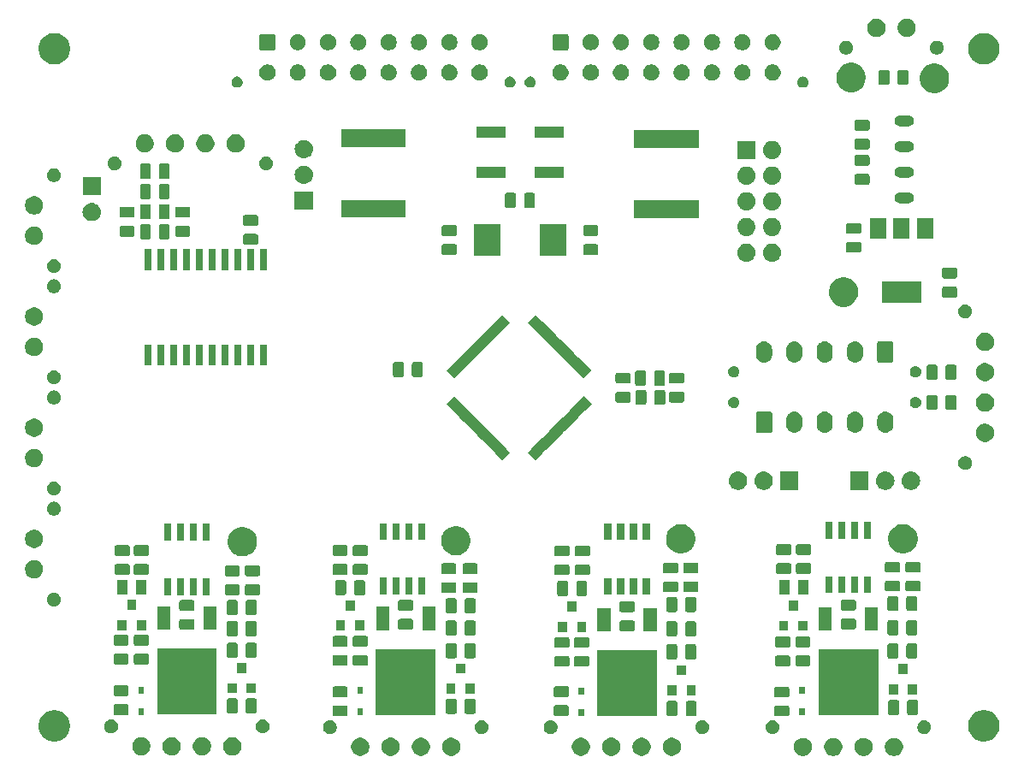
<source format=gbr>
G04 #@! TF.GenerationSoftware,KiCad,Pcbnew,(5.0.2)-1*
G04 #@! TF.CreationDate,2019-03-03T22:50:42-06:00*
G04 #@! TF.ProjectId,Dashboard,44617368-626f-4617-9264-2e6b69636164,rev?*
G04 #@! TF.SameCoordinates,Original*
G04 #@! TF.FileFunction,Soldermask,Top*
G04 #@! TF.FilePolarity,Negative*
%FSLAX46Y46*%
G04 Gerber Fmt 4.6, Leading zero omitted, Abs format (unit mm)*
G04 Created by KiCad (PCBNEW (5.0.2)-1) date 3/3/2019 10:50:42 PM*
%MOMM*%
%LPD*%
G01*
G04 APERTURE LIST*
%ADD10C,0.100000*%
G04 APERTURE END LIST*
D10*
G36*
X201362812Y-122233624D02*
X201526784Y-122301544D01*
X201674354Y-122400147D01*
X201799853Y-122525646D01*
X201898456Y-122673216D01*
X201966376Y-122837188D01*
X202001000Y-123011259D01*
X202001000Y-123188741D01*
X201966376Y-123362812D01*
X201898456Y-123526784D01*
X201799853Y-123674354D01*
X201674354Y-123799853D01*
X201526784Y-123898456D01*
X201362812Y-123966376D01*
X201188741Y-124001000D01*
X201011259Y-124001000D01*
X200837188Y-123966376D01*
X200673216Y-123898456D01*
X200525646Y-123799853D01*
X200400147Y-123674354D01*
X200301544Y-123526784D01*
X200233624Y-123362812D01*
X200199000Y-123188741D01*
X200199000Y-123011259D01*
X200233624Y-122837188D01*
X200301544Y-122673216D01*
X200400147Y-122525646D01*
X200525646Y-122400147D01*
X200673216Y-122301544D01*
X200837188Y-122233624D01*
X201011259Y-122199000D01*
X201188741Y-122199000D01*
X201362812Y-122233624D01*
X201362812Y-122233624D01*
G37*
G36*
X204362812Y-122233624D02*
X204526784Y-122301544D01*
X204674354Y-122400147D01*
X204799853Y-122525646D01*
X204898456Y-122673216D01*
X204966376Y-122837188D01*
X205001000Y-123011259D01*
X205001000Y-123188741D01*
X204966376Y-123362812D01*
X204898456Y-123526784D01*
X204799853Y-123674354D01*
X204674354Y-123799853D01*
X204526784Y-123898456D01*
X204362812Y-123966376D01*
X204188741Y-124001000D01*
X204011259Y-124001000D01*
X203837188Y-123966376D01*
X203673216Y-123898456D01*
X203525646Y-123799853D01*
X203400147Y-123674354D01*
X203301544Y-123526784D01*
X203233624Y-123362812D01*
X203199000Y-123188741D01*
X203199000Y-123011259D01*
X203233624Y-122837188D01*
X203301544Y-122673216D01*
X203400147Y-122525646D01*
X203525646Y-122400147D01*
X203673216Y-122301544D01*
X203837188Y-122233624D01*
X204011259Y-122199000D01*
X204188741Y-122199000D01*
X204362812Y-122233624D01*
X204362812Y-122233624D01*
G37*
G36*
X207362812Y-122233624D02*
X207526784Y-122301544D01*
X207674354Y-122400147D01*
X207799853Y-122525646D01*
X207898456Y-122673216D01*
X207966376Y-122837188D01*
X208001000Y-123011259D01*
X208001000Y-123188741D01*
X207966376Y-123362812D01*
X207898456Y-123526784D01*
X207799853Y-123674354D01*
X207674354Y-123799853D01*
X207526784Y-123898456D01*
X207362812Y-123966376D01*
X207188741Y-124001000D01*
X207011259Y-124001000D01*
X206837188Y-123966376D01*
X206673216Y-123898456D01*
X206525646Y-123799853D01*
X206400147Y-123674354D01*
X206301544Y-123526784D01*
X206233624Y-123362812D01*
X206199000Y-123188741D01*
X206199000Y-123011259D01*
X206233624Y-122837188D01*
X206301544Y-122673216D01*
X206400147Y-122525646D01*
X206525646Y-122400147D01*
X206673216Y-122301544D01*
X206837188Y-122233624D01*
X207011259Y-122199000D01*
X207188741Y-122199000D01*
X207362812Y-122233624D01*
X207362812Y-122233624D01*
G37*
G36*
X198362812Y-122233624D02*
X198526784Y-122301544D01*
X198674354Y-122400147D01*
X198799853Y-122525646D01*
X198898456Y-122673216D01*
X198966376Y-122837188D01*
X199001000Y-123011259D01*
X199001000Y-123188741D01*
X198966376Y-123362812D01*
X198898456Y-123526784D01*
X198799853Y-123674354D01*
X198674354Y-123799853D01*
X198526784Y-123898456D01*
X198362812Y-123966376D01*
X198188741Y-124001000D01*
X198011259Y-124001000D01*
X197837188Y-123966376D01*
X197673216Y-123898456D01*
X197525646Y-123799853D01*
X197400147Y-123674354D01*
X197301544Y-123526784D01*
X197233624Y-123362812D01*
X197199000Y-123188741D01*
X197199000Y-123011259D01*
X197233624Y-122837188D01*
X197301544Y-122673216D01*
X197400147Y-122525646D01*
X197525646Y-122400147D01*
X197673216Y-122301544D01*
X197837188Y-122233624D01*
X198011259Y-122199000D01*
X198188741Y-122199000D01*
X198362812Y-122233624D01*
X198362812Y-122233624D01*
G37*
G36*
X154551576Y-122220246D02*
X154715548Y-122288166D01*
X154863118Y-122386769D01*
X154988617Y-122512268D01*
X155087220Y-122659838D01*
X155155140Y-122823810D01*
X155189764Y-122997881D01*
X155189764Y-123175363D01*
X155155140Y-123349434D01*
X155087220Y-123513406D01*
X154988617Y-123660976D01*
X154863118Y-123786475D01*
X154715548Y-123885078D01*
X154551576Y-123952998D01*
X154377505Y-123987622D01*
X154200023Y-123987622D01*
X154025952Y-123952998D01*
X153861980Y-123885078D01*
X153714410Y-123786475D01*
X153588911Y-123660976D01*
X153490308Y-123513406D01*
X153422388Y-123349434D01*
X153387764Y-123175363D01*
X153387764Y-122997881D01*
X153422388Y-122823810D01*
X153490308Y-122659838D01*
X153588911Y-122512268D01*
X153714410Y-122386769D01*
X153861980Y-122288166D01*
X154025952Y-122220246D01*
X154200023Y-122185622D01*
X154377505Y-122185622D01*
X154551576Y-122220246D01*
X154551576Y-122220246D01*
G37*
G36*
X163551576Y-122220246D02*
X163715548Y-122288166D01*
X163863118Y-122386769D01*
X163988617Y-122512268D01*
X164087220Y-122659838D01*
X164155140Y-122823810D01*
X164189764Y-122997881D01*
X164189764Y-123175363D01*
X164155140Y-123349434D01*
X164087220Y-123513406D01*
X163988617Y-123660976D01*
X163863118Y-123786475D01*
X163715548Y-123885078D01*
X163551576Y-123952998D01*
X163377505Y-123987622D01*
X163200023Y-123987622D01*
X163025952Y-123952998D01*
X162861980Y-123885078D01*
X162714410Y-123786475D01*
X162588911Y-123660976D01*
X162490308Y-123513406D01*
X162422388Y-123349434D01*
X162387764Y-123175363D01*
X162387764Y-122997881D01*
X162422388Y-122823810D01*
X162490308Y-122659838D01*
X162588911Y-122512268D01*
X162714410Y-122386769D01*
X162861980Y-122288166D01*
X163025952Y-122220246D01*
X163200023Y-122185622D01*
X163377505Y-122185622D01*
X163551576Y-122220246D01*
X163551576Y-122220246D01*
G37*
G36*
X160551576Y-122220246D02*
X160715548Y-122288166D01*
X160863118Y-122386769D01*
X160988617Y-122512268D01*
X161087220Y-122659838D01*
X161155140Y-122823810D01*
X161189764Y-122997881D01*
X161189764Y-123175363D01*
X161155140Y-123349434D01*
X161087220Y-123513406D01*
X160988617Y-123660976D01*
X160863118Y-123786475D01*
X160715548Y-123885078D01*
X160551576Y-123952998D01*
X160377505Y-123987622D01*
X160200023Y-123987622D01*
X160025952Y-123952998D01*
X159861980Y-123885078D01*
X159714410Y-123786475D01*
X159588911Y-123660976D01*
X159490308Y-123513406D01*
X159422388Y-123349434D01*
X159387764Y-123175363D01*
X159387764Y-122997881D01*
X159422388Y-122823810D01*
X159490308Y-122659838D01*
X159588911Y-122512268D01*
X159714410Y-122386769D01*
X159861980Y-122288166D01*
X160025952Y-122220246D01*
X160200023Y-122185622D01*
X160377505Y-122185622D01*
X160551576Y-122220246D01*
X160551576Y-122220246D01*
G37*
G36*
X157551576Y-122220246D02*
X157715548Y-122288166D01*
X157863118Y-122386769D01*
X157988617Y-122512268D01*
X158087220Y-122659838D01*
X158155140Y-122823810D01*
X158189764Y-122997881D01*
X158189764Y-123175363D01*
X158155140Y-123349434D01*
X158087220Y-123513406D01*
X157988617Y-123660976D01*
X157863118Y-123786475D01*
X157715548Y-123885078D01*
X157551576Y-123952998D01*
X157377505Y-123987622D01*
X157200023Y-123987622D01*
X157025952Y-123952998D01*
X156861980Y-123885078D01*
X156714410Y-123786475D01*
X156588911Y-123660976D01*
X156490308Y-123513406D01*
X156422388Y-123349434D01*
X156387764Y-123175363D01*
X156387764Y-122997881D01*
X156422388Y-122823810D01*
X156490308Y-122659838D01*
X156588911Y-122512268D01*
X156714410Y-122386769D01*
X156861980Y-122288166D01*
X157025952Y-122220246D01*
X157200023Y-122185622D01*
X157377505Y-122185622D01*
X157551576Y-122220246D01*
X157551576Y-122220246D01*
G37*
G36*
X185390812Y-122213624D02*
X185554784Y-122281544D01*
X185702354Y-122380147D01*
X185827853Y-122505646D01*
X185926456Y-122653216D01*
X185994376Y-122817188D01*
X186029000Y-122991259D01*
X186029000Y-123168741D01*
X185994376Y-123342812D01*
X185926456Y-123506784D01*
X185827853Y-123654354D01*
X185702354Y-123779853D01*
X185554784Y-123878456D01*
X185390812Y-123946376D01*
X185216741Y-123981000D01*
X185039259Y-123981000D01*
X184865188Y-123946376D01*
X184701216Y-123878456D01*
X184553646Y-123779853D01*
X184428147Y-123654354D01*
X184329544Y-123506784D01*
X184261624Y-123342812D01*
X184227000Y-123168741D01*
X184227000Y-122991259D01*
X184261624Y-122817188D01*
X184329544Y-122653216D01*
X184428147Y-122505646D01*
X184553646Y-122380147D01*
X184701216Y-122281544D01*
X184865188Y-122213624D01*
X185039259Y-122179000D01*
X185216741Y-122179000D01*
X185390812Y-122213624D01*
X185390812Y-122213624D01*
G37*
G36*
X176390812Y-122213624D02*
X176554784Y-122281544D01*
X176702354Y-122380147D01*
X176827853Y-122505646D01*
X176926456Y-122653216D01*
X176994376Y-122817188D01*
X177029000Y-122991259D01*
X177029000Y-123168741D01*
X176994376Y-123342812D01*
X176926456Y-123506784D01*
X176827853Y-123654354D01*
X176702354Y-123779853D01*
X176554784Y-123878456D01*
X176390812Y-123946376D01*
X176216741Y-123981000D01*
X176039259Y-123981000D01*
X175865188Y-123946376D01*
X175701216Y-123878456D01*
X175553646Y-123779853D01*
X175428147Y-123654354D01*
X175329544Y-123506784D01*
X175261624Y-123342812D01*
X175227000Y-123168741D01*
X175227000Y-122991259D01*
X175261624Y-122817188D01*
X175329544Y-122653216D01*
X175428147Y-122505646D01*
X175553646Y-122380147D01*
X175701216Y-122281544D01*
X175865188Y-122213624D01*
X176039259Y-122179000D01*
X176216741Y-122179000D01*
X176390812Y-122213624D01*
X176390812Y-122213624D01*
G37*
G36*
X182390812Y-122213624D02*
X182554784Y-122281544D01*
X182702354Y-122380147D01*
X182827853Y-122505646D01*
X182926456Y-122653216D01*
X182994376Y-122817188D01*
X183029000Y-122991259D01*
X183029000Y-123168741D01*
X182994376Y-123342812D01*
X182926456Y-123506784D01*
X182827853Y-123654354D01*
X182702354Y-123779853D01*
X182554784Y-123878456D01*
X182390812Y-123946376D01*
X182216741Y-123981000D01*
X182039259Y-123981000D01*
X181865188Y-123946376D01*
X181701216Y-123878456D01*
X181553646Y-123779853D01*
X181428147Y-123654354D01*
X181329544Y-123506784D01*
X181261624Y-123342812D01*
X181227000Y-123168741D01*
X181227000Y-122991259D01*
X181261624Y-122817188D01*
X181329544Y-122653216D01*
X181428147Y-122505646D01*
X181553646Y-122380147D01*
X181701216Y-122281544D01*
X181865188Y-122213624D01*
X182039259Y-122179000D01*
X182216741Y-122179000D01*
X182390812Y-122213624D01*
X182390812Y-122213624D01*
G37*
G36*
X179390812Y-122213624D02*
X179554784Y-122281544D01*
X179702354Y-122380147D01*
X179827853Y-122505646D01*
X179926456Y-122653216D01*
X179994376Y-122817188D01*
X180029000Y-122991259D01*
X180029000Y-123168741D01*
X179994376Y-123342812D01*
X179926456Y-123506784D01*
X179827853Y-123654354D01*
X179702354Y-123779853D01*
X179554784Y-123878456D01*
X179390812Y-123946376D01*
X179216741Y-123981000D01*
X179039259Y-123981000D01*
X178865188Y-123946376D01*
X178701216Y-123878456D01*
X178553646Y-123779853D01*
X178428147Y-123654354D01*
X178329544Y-123506784D01*
X178261624Y-123342812D01*
X178227000Y-123168741D01*
X178227000Y-122991259D01*
X178261624Y-122817188D01*
X178329544Y-122653216D01*
X178428147Y-122505646D01*
X178553646Y-122380147D01*
X178701216Y-122281544D01*
X178865188Y-122213624D01*
X179039259Y-122179000D01*
X179216741Y-122179000D01*
X179390812Y-122213624D01*
X179390812Y-122213624D01*
G37*
G36*
X141884904Y-122169743D02*
X142048876Y-122237663D01*
X142196446Y-122336266D01*
X142321945Y-122461765D01*
X142420548Y-122609335D01*
X142488468Y-122773307D01*
X142523092Y-122947378D01*
X142523092Y-123124860D01*
X142488468Y-123298931D01*
X142420548Y-123462903D01*
X142321945Y-123610473D01*
X142196446Y-123735972D01*
X142048876Y-123834575D01*
X141884904Y-123902495D01*
X141710833Y-123937119D01*
X141533351Y-123937119D01*
X141359280Y-123902495D01*
X141195308Y-123834575D01*
X141047738Y-123735972D01*
X140922239Y-123610473D01*
X140823636Y-123462903D01*
X140755716Y-123298931D01*
X140721092Y-123124860D01*
X140721092Y-122947378D01*
X140755716Y-122773307D01*
X140823636Y-122609335D01*
X140922239Y-122461765D01*
X141047738Y-122336266D01*
X141195308Y-122237663D01*
X141359280Y-122169743D01*
X141533351Y-122135119D01*
X141710833Y-122135119D01*
X141884904Y-122169743D01*
X141884904Y-122169743D01*
G37*
G36*
X138884904Y-122169743D02*
X139048876Y-122237663D01*
X139196446Y-122336266D01*
X139321945Y-122461765D01*
X139420548Y-122609335D01*
X139488468Y-122773307D01*
X139523092Y-122947378D01*
X139523092Y-123124860D01*
X139488468Y-123298931D01*
X139420548Y-123462903D01*
X139321945Y-123610473D01*
X139196446Y-123735972D01*
X139048876Y-123834575D01*
X138884904Y-123902495D01*
X138710833Y-123937119D01*
X138533351Y-123937119D01*
X138359280Y-123902495D01*
X138195308Y-123834575D01*
X138047738Y-123735972D01*
X137922239Y-123610473D01*
X137823636Y-123462903D01*
X137755716Y-123298931D01*
X137721092Y-123124860D01*
X137721092Y-122947378D01*
X137755716Y-122773307D01*
X137823636Y-122609335D01*
X137922239Y-122461765D01*
X138047738Y-122336266D01*
X138195308Y-122237663D01*
X138359280Y-122169743D01*
X138533351Y-122135119D01*
X138710833Y-122135119D01*
X138884904Y-122169743D01*
X138884904Y-122169743D01*
G37*
G36*
X135884904Y-122169743D02*
X136048876Y-122237663D01*
X136196446Y-122336266D01*
X136321945Y-122461765D01*
X136420548Y-122609335D01*
X136488468Y-122773307D01*
X136523092Y-122947378D01*
X136523092Y-123124860D01*
X136488468Y-123298931D01*
X136420548Y-123462903D01*
X136321945Y-123610473D01*
X136196446Y-123735972D01*
X136048876Y-123834575D01*
X135884904Y-123902495D01*
X135710833Y-123937119D01*
X135533351Y-123937119D01*
X135359280Y-123902495D01*
X135195308Y-123834575D01*
X135047738Y-123735972D01*
X134922239Y-123610473D01*
X134823636Y-123462903D01*
X134755716Y-123298931D01*
X134721092Y-123124860D01*
X134721092Y-122947378D01*
X134755716Y-122773307D01*
X134823636Y-122609335D01*
X134922239Y-122461765D01*
X135047738Y-122336266D01*
X135195308Y-122237663D01*
X135359280Y-122169743D01*
X135533351Y-122135119D01*
X135710833Y-122135119D01*
X135884904Y-122169743D01*
X135884904Y-122169743D01*
G37*
G36*
X132884904Y-122169743D02*
X133048876Y-122237663D01*
X133196446Y-122336266D01*
X133321945Y-122461765D01*
X133420548Y-122609335D01*
X133488468Y-122773307D01*
X133523092Y-122947378D01*
X133523092Y-123124860D01*
X133488468Y-123298931D01*
X133420548Y-123462903D01*
X133321945Y-123610473D01*
X133196446Y-123735972D01*
X133048876Y-123834575D01*
X132884904Y-123902495D01*
X132710833Y-123937119D01*
X132533351Y-123937119D01*
X132359280Y-123902495D01*
X132195308Y-123834575D01*
X132047738Y-123735972D01*
X131922239Y-123610473D01*
X131823636Y-123462903D01*
X131755716Y-123298931D01*
X131721092Y-123124860D01*
X131721092Y-122947378D01*
X131755716Y-122773307D01*
X131823636Y-122609335D01*
X131922239Y-122461765D01*
X132047738Y-122336266D01*
X132195308Y-122237663D01*
X132359280Y-122169743D01*
X132533351Y-122135119D01*
X132710833Y-122135119D01*
X132884904Y-122169743D01*
X132884904Y-122169743D01*
G37*
G36*
X124352527Y-119488736D02*
X124452410Y-119508604D01*
X124734674Y-119625521D01*
X124988705Y-119795259D01*
X125204741Y-120011295D01*
X125374479Y-120265326D01*
X125491396Y-120547590D01*
X125503243Y-120607149D01*
X125551000Y-120847238D01*
X125551000Y-121152762D01*
X125517714Y-121320099D01*
X125491396Y-121452410D01*
X125374479Y-121734674D01*
X125204741Y-121988705D01*
X124988705Y-122204741D01*
X124734674Y-122374479D01*
X124452410Y-122491396D01*
X124380785Y-122505643D01*
X124152762Y-122551000D01*
X123847238Y-122551000D01*
X123619215Y-122505643D01*
X123547590Y-122491396D01*
X123265326Y-122374479D01*
X123011295Y-122204741D01*
X122795259Y-121988705D01*
X122625521Y-121734674D01*
X122508604Y-121452410D01*
X122482286Y-121320099D01*
X122449000Y-121152762D01*
X122449000Y-120847238D01*
X122496757Y-120607149D01*
X122508604Y-120547590D01*
X122625521Y-120265326D01*
X122795259Y-120011295D01*
X123011295Y-119795259D01*
X123265326Y-119625521D01*
X123547590Y-119508604D01*
X123647473Y-119488736D01*
X123847238Y-119449000D01*
X124152762Y-119449000D01*
X124352527Y-119488736D01*
X124352527Y-119488736D01*
G37*
G36*
X216352527Y-119488736D02*
X216452410Y-119508604D01*
X216734674Y-119625521D01*
X216988705Y-119795259D01*
X217204741Y-120011295D01*
X217374479Y-120265326D01*
X217491396Y-120547590D01*
X217503243Y-120607149D01*
X217551000Y-120847238D01*
X217551000Y-121152762D01*
X217517714Y-121320099D01*
X217491396Y-121452410D01*
X217374479Y-121734674D01*
X217204741Y-121988705D01*
X216988705Y-122204741D01*
X216734674Y-122374479D01*
X216452410Y-122491396D01*
X216380785Y-122505643D01*
X216152762Y-122551000D01*
X215847238Y-122551000D01*
X215619215Y-122505643D01*
X215547590Y-122491396D01*
X215265326Y-122374479D01*
X215011295Y-122204741D01*
X214795259Y-121988705D01*
X214625521Y-121734674D01*
X214508604Y-121452410D01*
X214482286Y-121320099D01*
X214449000Y-121152762D01*
X214449000Y-120847238D01*
X214496757Y-120607149D01*
X214508604Y-120547590D01*
X214625521Y-120265326D01*
X214795259Y-120011295D01*
X215011295Y-119795259D01*
X215265326Y-119625521D01*
X215547590Y-119508604D01*
X215647473Y-119488736D01*
X215847238Y-119449000D01*
X216152762Y-119449000D01*
X216352527Y-119488736D01*
X216352527Y-119488736D01*
G37*
G36*
X210300098Y-120480362D02*
X210424940Y-120532073D01*
X210537303Y-120607152D01*
X210632848Y-120702697D01*
X210707927Y-120815060D01*
X210759638Y-120939902D01*
X210786000Y-121072433D01*
X210786000Y-121207567D01*
X210759638Y-121340098D01*
X210707927Y-121464940D01*
X210707925Y-121464943D01*
X210646215Y-121557299D01*
X210632848Y-121577303D01*
X210537303Y-121672848D01*
X210537300Y-121672850D01*
X210537299Y-121672851D01*
X210444777Y-121734672D01*
X210424940Y-121747927D01*
X210300098Y-121799638D01*
X210167567Y-121826000D01*
X210032433Y-121826000D01*
X209899902Y-121799638D01*
X209775060Y-121747927D01*
X209755223Y-121734672D01*
X209662701Y-121672851D01*
X209662700Y-121672850D01*
X209662697Y-121672848D01*
X209567152Y-121577303D01*
X209553786Y-121557299D01*
X209492075Y-121464943D01*
X209492073Y-121464940D01*
X209440362Y-121340098D01*
X209414000Y-121207567D01*
X209414000Y-121072433D01*
X209440362Y-120939902D01*
X209492073Y-120815060D01*
X209567152Y-120702697D01*
X209662697Y-120607152D01*
X209775060Y-120532073D01*
X209899902Y-120480362D01*
X210032433Y-120454000D01*
X210167567Y-120454000D01*
X210300098Y-120480362D01*
X210300098Y-120480362D01*
G37*
G36*
X195300098Y-120480362D02*
X195424940Y-120532073D01*
X195537303Y-120607152D01*
X195632848Y-120702697D01*
X195707927Y-120815060D01*
X195759638Y-120939902D01*
X195786000Y-121072433D01*
X195786000Y-121207567D01*
X195759638Y-121340098D01*
X195707927Y-121464940D01*
X195707925Y-121464943D01*
X195646215Y-121557299D01*
X195632848Y-121577303D01*
X195537303Y-121672848D01*
X195537300Y-121672850D01*
X195537299Y-121672851D01*
X195444777Y-121734672D01*
X195424940Y-121747927D01*
X195300098Y-121799638D01*
X195167567Y-121826000D01*
X195032433Y-121826000D01*
X194899902Y-121799638D01*
X194775060Y-121747927D01*
X194755223Y-121734672D01*
X194662701Y-121672851D01*
X194662700Y-121672850D01*
X194662697Y-121672848D01*
X194567152Y-121577303D01*
X194553786Y-121557299D01*
X194492075Y-121464943D01*
X194492073Y-121464940D01*
X194440362Y-121340098D01*
X194414000Y-121207567D01*
X194414000Y-121072433D01*
X194440362Y-120939902D01*
X194492073Y-120815060D01*
X194567152Y-120702697D01*
X194662697Y-120607152D01*
X194775060Y-120532073D01*
X194899902Y-120480362D01*
X195032433Y-120454000D01*
X195167567Y-120454000D01*
X195300098Y-120480362D01*
X195300098Y-120480362D01*
G37*
G36*
X151488862Y-120466984D02*
X151613704Y-120518695D01*
X151613707Y-120518697D01*
X151650485Y-120543271D01*
X151726067Y-120593774D01*
X151821612Y-120689319D01*
X151896691Y-120801682D01*
X151948402Y-120926524D01*
X151974764Y-121059055D01*
X151974764Y-121194189D01*
X151948402Y-121326720D01*
X151896691Y-121451562D01*
X151896689Y-121451565D01*
X151826040Y-121557299D01*
X151821612Y-121563925D01*
X151726067Y-121659470D01*
X151726064Y-121659472D01*
X151726063Y-121659473D01*
X151613707Y-121734547D01*
X151613704Y-121734549D01*
X151488862Y-121786260D01*
X151356331Y-121812622D01*
X151221197Y-121812622D01*
X151088666Y-121786260D01*
X150963824Y-121734549D01*
X150963821Y-121734547D01*
X150851465Y-121659473D01*
X150851464Y-121659472D01*
X150851461Y-121659470D01*
X150755916Y-121563925D01*
X150751489Y-121557299D01*
X150680839Y-121451565D01*
X150680837Y-121451562D01*
X150629126Y-121326720D01*
X150602764Y-121194189D01*
X150602764Y-121059055D01*
X150629126Y-120926524D01*
X150680837Y-120801682D01*
X150755916Y-120689319D01*
X150851461Y-120593774D01*
X150927044Y-120543271D01*
X150963821Y-120518697D01*
X150963824Y-120518695D01*
X151088666Y-120466984D01*
X151221197Y-120440622D01*
X151356331Y-120440622D01*
X151488862Y-120466984D01*
X151488862Y-120466984D01*
G37*
G36*
X166488862Y-120466984D02*
X166613704Y-120518695D01*
X166613707Y-120518697D01*
X166650485Y-120543271D01*
X166726067Y-120593774D01*
X166821612Y-120689319D01*
X166896691Y-120801682D01*
X166948402Y-120926524D01*
X166974764Y-121059055D01*
X166974764Y-121194189D01*
X166948402Y-121326720D01*
X166896691Y-121451562D01*
X166896689Y-121451565D01*
X166826040Y-121557299D01*
X166821612Y-121563925D01*
X166726067Y-121659470D01*
X166726064Y-121659472D01*
X166726063Y-121659473D01*
X166613707Y-121734547D01*
X166613704Y-121734549D01*
X166488862Y-121786260D01*
X166356331Y-121812622D01*
X166221197Y-121812622D01*
X166088666Y-121786260D01*
X165963824Y-121734549D01*
X165963821Y-121734547D01*
X165851465Y-121659473D01*
X165851464Y-121659472D01*
X165851461Y-121659470D01*
X165755916Y-121563925D01*
X165751489Y-121557299D01*
X165680839Y-121451565D01*
X165680837Y-121451562D01*
X165629126Y-121326720D01*
X165602764Y-121194189D01*
X165602764Y-121059055D01*
X165629126Y-120926524D01*
X165680837Y-120801682D01*
X165755916Y-120689319D01*
X165851461Y-120593774D01*
X165927044Y-120543271D01*
X165963821Y-120518697D01*
X165963824Y-120518695D01*
X166088666Y-120466984D01*
X166221197Y-120440622D01*
X166356331Y-120440622D01*
X166488862Y-120466984D01*
X166488862Y-120466984D01*
G37*
G36*
X173328098Y-120460362D02*
X173452940Y-120512073D01*
X173452943Y-120512075D01*
X173499627Y-120543268D01*
X173565303Y-120587152D01*
X173660848Y-120682697D01*
X173660850Y-120682700D01*
X173660851Y-120682701D01*
X173735925Y-120795057D01*
X173735927Y-120795060D01*
X173787638Y-120919902D01*
X173814000Y-121052433D01*
X173814000Y-121187567D01*
X173787638Y-121320098D01*
X173735927Y-121444940D01*
X173660848Y-121557303D01*
X173565303Y-121652848D01*
X173452940Y-121727927D01*
X173328098Y-121779638D01*
X173195567Y-121806000D01*
X173060433Y-121806000D01*
X172927902Y-121779638D01*
X172803060Y-121727927D01*
X172690697Y-121652848D01*
X172595152Y-121557303D01*
X172520073Y-121444940D01*
X172468362Y-121320098D01*
X172442000Y-121187567D01*
X172442000Y-121052433D01*
X172468362Y-120919902D01*
X172520073Y-120795060D01*
X172520075Y-120795057D01*
X172595149Y-120682701D01*
X172595150Y-120682700D01*
X172595152Y-120682697D01*
X172690697Y-120587152D01*
X172756374Y-120543268D01*
X172803057Y-120512075D01*
X172803060Y-120512073D01*
X172927902Y-120460362D01*
X173060433Y-120434000D01*
X173195567Y-120434000D01*
X173328098Y-120460362D01*
X173328098Y-120460362D01*
G37*
G36*
X188328098Y-120460362D02*
X188452940Y-120512073D01*
X188452943Y-120512075D01*
X188499627Y-120543268D01*
X188565303Y-120587152D01*
X188660848Y-120682697D01*
X188660850Y-120682700D01*
X188660851Y-120682701D01*
X188735925Y-120795057D01*
X188735927Y-120795060D01*
X188787638Y-120919902D01*
X188814000Y-121052433D01*
X188814000Y-121187567D01*
X188787638Y-121320098D01*
X188735927Y-121444940D01*
X188660848Y-121557303D01*
X188565303Y-121652848D01*
X188452940Y-121727927D01*
X188328098Y-121779638D01*
X188195567Y-121806000D01*
X188060433Y-121806000D01*
X187927902Y-121779638D01*
X187803060Y-121727927D01*
X187690697Y-121652848D01*
X187595152Y-121557303D01*
X187520073Y-121444940D01*
X187468362Y-121320098D01*
X187442000Y-121187567D01*
X187442000Y-121052433D01*
X187468362Y-120919902D01*
X187520073Y-120795060D01*
X187520075Y-120795057D01*
X187595149Y-120682701D01*
X187595150Y-120682700D01*
X187595152Y-120682697D01*
X187690697Y-120587152D01*
X187756374Y-120543268D01*
X187803057Y-120512075D01*
X187803060Y-120512073D01*
X187927902Y-120460362D01*
X188060433Y-120434000D01*
X188195567Y-120434000D01*
X188328098Y-120460362D01*
X188328098Y-120460362D01*
G37*
G36*
X144822190Y-120416481D02*
X144947032Y-120468192D01*
X144947035Y-120468194D01*
X145042640Y-120532075D01*
X145059395Y-120543271D01*
X145154940Y-120638816D01*
X145230019Y-120751179D01*
X145281730Y-120876021D01*
X145308092Y-121008552D01*
X145308092Y-121143686D01*
X145281730Y-121276217D01*
X145230019Y-121401059D01*
X145230017Y-121401062D01*
X145200697Y-121444943D01*
X145154940Y-121513422D01*
X145059395Y-121608967D01*
X145059392Y-121608969D01*
X145059391Y-121608970D01*
X144983808Y-121659473D01*
X144947032Y-121684046D01*
X144822190Y-121735757D01*
X144689659Y-121762119D01*
X144554525Y-121762119D01*
X144421994Y-121735757D01*
X144297152Y-121684046D01*
X144260376Y-121659473D01*
X144184793Y-121608970D01*
X144184792Y-121608969D01*
X144184789Y-121608967D01*
X144089244Y-121513422D01*
X144043488Y-121444943D01*
X144014167Y-121401062D01*
X144014165Y-121401059D01*
X143962454Y-121276217D01*
X143936092Y-121143686D01*
X143936092Y-121008552D01*
X143962454Y-120876021D01*
X144014165Y-120751179D01*
X144089244Y-120638816D01*
X144184789Y-120543271D01*
X144201545Y-120532075D01*
X144297149Y-120468194D01*
X144297152Y-120468192D01*
X144421994Y-120416481D01*
X144554525Y-120390119D01*
X144689659Y-120390119D01*
X144822190Y-120416481D01*
X144822190Y-120416481D01*
G37*
G36*
X129822190Y-120416481D02*
X129947032Y-120468192D01*
X129947035Y-120468194D01*
X130042640Y-120532075D01*
X130059395Y-120543271D01*
X130154940Y-120638816D01*
X130230019Y-120751179D01*
X130281730Y-120876021D01*
X130308092Y-121008552D01*
X130308092Y-121143686D01*
X130281730Y-121276217D01*
X130230019Y-121401059D01*
X130230017Y-121401062D01*
X130200697Y-121444943D01*
X130154940Y-121513422D01*
X130059395Y-121608967D01*
X130059392Y-121608969D01*
X130059391Y-121608970D01*
X129983808Y-121659473D01*
X129947032Y-121684046D01*
X129822190Y-121735757D01*
X129689659Y-121762119D01*
X129554525Y-121762119D01*
X129421994Y-121735757D01*
X129297152Y-121684046D01*
X129260376Y-121659473D01*
X129184793Y-121608970D01*
X129184792Y-121608969D01*
X129184789Y-121608967D01*
X129089244Y-121513422D01*
X129043488Y-121444943D01*
X129014167Y-121401062D01*
X129014165Y-121401059D01*
X128962454Y-121276217D01*
X128936092Y-121143686D01*
X128936092Y-121008552D01*
X128962454Y-120876021D01*
X129014165Y-120751179D01*
X129089244Y-120638816D01*
X129184789Y-120543271D01*
X129201545Y-120532075D01*
X129297149Y-120468194D01*
X129297152Y-120468192D01*
X129421994Y-120416481D01*
X129554525Y-120390119D01*
X129689659Y-120390119D01*
X129822190Y-120416481D01*
X129822190Y-120416481D01*
G37*
G36*
X196584466Y-119003565D02*
X196623137Y-119015296D01*
X196658779Y-119034348D01*
X196690017Y-119059983D01*
X196715652Y-119091221D01*
X196734704Y-119126863D01*
X196746435Y-119165534D01*
X196751000Y-119211888D01*
X196751000Y-119863112D01*
X196746435Y-119909466D01*
X196734704Y-119948137D01*
X196715652Y-119983779D01*
X196690017Y-120015017D01*
X196658779Y-120040652D01*
X196623137Y-120059704D01*
X196584466Y-120071435D01*
X196538112Y-120076000D01*
X195461888Y-120076000D01*
X195415534Y-120071435D01*
X195376863Y-120059704D01*
X195341221Y-120040652D01*
X195309983Y-120015017D01*
X195284348Y-119983779D01*
X195265296Y-119948137D01*
X195253565Y-119909466D01*
X195249000Y-119863112D01*
X195249000Y-119211888D01*
X195253565Y-119165534D01*
X195265296Y-119126863D01*
X195284348Y-119091221D01*
X195309983Y-119059983D01*
X195341221Y-119034348D01*
X195376863Y-119015296D01*
X195415534Y-119003565D01*
X195461888Y-118999000D01*
X196538112Y-118999000D01*
X196584466Y-119003565D01*
X196584466Y-119003565D01*
G37*
G36*
X152873230Y-118990187D02*
X152911901Y-119001918D01*
X152947543Y-119020970D01*
X152978781Y-119046605D01*
X153004416Y-119077843D01*
X153023468Y-119113485D01*
X153035199Y-119152156D01*
X153039764Y-119198510D01*
X153039764Y-119849734D01*
X153035199Y-119896088D01*
X153023468Y-119934759D01*
X153004416Y-119970401D01*
X152978781Y-120001639D01*
X152947543Y-120027274D01*
X152911901Y-120046326D01*
X152873230Y-120058057D01*
X152826876Y-120062622D01*
X151750652Y-120062622D01*
X151704298Y-120058057D01*
X151665627Y-120046326D01*
X151629985Y-120027274D01*
X151598747Y-120001639D01*
X151573112Y-119970401D01*
X151554060Y-119934759D01*
X151542329Y-119896088D01*
X151537764Y-119849734D01*
X151537764Y-119198510D01*
X151542329Y-119152156D01*
X151554060Y-119113485D01*
X151573112Y-119077843D01*
X151598747Y-119046605D01*
X151629985Y-119020970D01*
X151665627Y-119001918D01*
X151704298Y-118990187D01*
X151750652Y-118985622D01*
X152826876Y-118985622D01*
X152873230Y-118990187D01*
X152873230Y-118990187D01*
G37*
G36*
X187409466Y-118553565D02*
X187448137Y-118565296D01*
X187483779Y-118584348D01*
X187515017Y-118609983D01*
X187540652Y-118641221D01*
X187559704Y-118676863D01*
X187571435Y-118715534D01*
X187576000Y-118761888D01*
X187576000Y-119838112D01*
X187571435Y-119884466D01*
X187559704Y-119923137D01*
X187540652Y-119958779D01*
X187515017Y-119990017D01*
X187483779Y-120015652D01*
X187448137Y-120034704D01*
X187409466Y-120046435D01*
X187363112Y-120051000D01*
X186711888Y-120051000D01*
X186665534Y-120046435D01*
X186626863Y-120034704D01*
X186591221Y-120015652D01*
X186559983Y-119990017D01*
X186534348Y-119958779D01*
X186515296Y-119923137D01*
X186503565Y-119884466D01*
X186499000Y-119838112D01*
X186499000Y-118761888D01*
X186503565Y-118715534D01*
X186515296Y-118676863D01*
X186534348Y-118641221D01*
X186559983Y-118609983D01*
X186591221Y-118584348D01*
X186626863Y-118565296D01*
X186665534Y-118553565D01*
X186711888Y-118549000D01*
X187363112Y-118549000D01*
X187409466Y-118553565D01*
X187409466Y-118553565D01*
G37*
G36*
X185534466Y-118553565D02*
X185573137Y-118565296D01*
X185608779Y-118584348D01*
X185640017Y-118609983D01*
X185665652Y-118641221D01*
X185684704Y-118676863D01*
X185696435Y-118715534D01*
X185701000Y-118761888D01*
X185701000Y-119838112D01*
X185696435Y-119884466D01*
X185684704Y-119923137D01*
X185665652Y-119958779D01*
X185640017Y-119990017D01*
X185608779Y-120015652D01*
X185573137Y-120034704D01*
X185534466Y-120046435D01*
X185488112Y-120051000D01*
X184836888Y-120051000D01*
X184790534Y-120046435D01*
X184751863Y-120034704D01*
X184716221Y-120015652D01*
X184684983Y-119990017D01*
X184659348Y-119958779D01*
X184640296Y-119923137D01*
X184628565Y-119884466D01*
X184624000Y-119838112D01*
X184624000Y-118761888D01*
X184628565Y-118715534D01*
X184640296Y-118676863D01*
X184659348Y-118641221D01*
X184684983Y-118609983D01*
X184716221Y-118584348D01*
X184751863Y-118565296D01*
X184790534Y-118553565D01*
X184836888Y-118549000D01*
X185488112Y-118549000D01*
X185534466Y-118553565D01*
X185534466Y-118553565D01*
G37*
G36*
X176446000Y-120051000D02*
X175894000Y-120051000D01*
X175894000Y-119349000D01*
X176446000Y-119349000D01*
X176446000Y-120051000D01*
X176446000Y-120051000D01*
G37*
G36*
X183651000Y-120049000D02*
X177749000Y-120049000D01*
X177749000Y-113547000D01*
X183651000Y-113547000D01*
X183651000Y-120049000D01*
X183651000Y-120049000D01*
G37*
G36*
X174774466Y-118976065D02*
X174813137Y-118987796D01*
X174848779Y-119006848D01*
X174880017Y-119032483D01*
X174905652Y-119063721D01*
X174924704Y-119099363D01*
X174936435Y-119138034D01*
X174941000Y-119184388D01*
X174941000Y-119835612D01*
X174936435Y-119881966D01*
X174924704Y-119920637D01*
X174905652Y-119956279D01*
X174880017Y-119987517D01*
X174848779Y-120013152D01*
X174813137Y-120032204D01*
X174774466Y-120043935D01*
X174728112Y-120048500D01*
X173651888Y-120048500D01*
X173605534Y-120043935D01*
X173566863Y-120032204D01*
X173531221Y-120013152D01*
X173499983Y-119987517D01*
X173474348Y-119956279D01*
X173455296Y-119920637D01*
X173443565Y-119881966D01*
X173439000Y-119835612D01*
X173439000Y-119184388D01*
X173443565Y-119138034D01*
X173455296Y-119099363D01*
X173474348Y-119063721D01*
X173499983Y-119032483D01*
X173531221Y-119006848D01*
X173566863Y-118987796D01*
X173605534Y-118976065D01*
X173651888Y-118971500D01*
X174728112Y-118971500D01*
X174774466Y-118976065D01*
X174774466Y-118976065D01*
G37*
G36*
X205551000Y-119951000D02*
X199649000Y-119951000D01*
X199649000Y-113449000D01*
X205551000Y-113449000D01*
X205551000Y-119951000D01*
X205551000Y-119951000D01*
G37*
G36*
X209321966Y-118453565D02*
X209360637Y-118465296D01*
X209396279Y-118484348D01*
X209427517Y-118509983D01*
X209453152Y-118541221D01*
X209472204Y-118576863D01*
X209483935Y-118615534D01*
X209488500Y-118661888D01*
X209488500Y-119738112D01*
X209483935Y-119784466D01*
X209472204Y-119823137D01*
X209453152Y-119858779D01*
X209427517Y-119890017D01*
X209396279Y-119915652D01*
X209360637Y-119934704D01*
X209321966Y-119946435D01*
X209275612Y-119951000D01*
X208624388Y-119951000D01*
X208578034Y-119946435D01*
X208539363Y-119934704D01*
X208503721Y-119915652D01*
X208472483Y-119890017D01*
X208446848Y-119858779D01*
X208427796Y-119823137D01*
X208416065Y-119784466D01*
X208411500Y-119738112D01*
X208411500Y-118661888D01*
X208416065Y-118615534D01*
X208427796Y-118576863D01*
X208446848Y-118541221D01*
X208472483Y-118509983D01*
X208503721Y-118484348D01*
X208539363Y-118465296D01*
X208578034Y-118453565D01*
X208624388Y-118449000D01*
X209275612Y-118449000D01*
X209321966Y-118453565D01*
X209321966Y-118453565D01*
G37*
G36*
X207446966Y-118453565D02*
X207485637Y-118465296D01*
X207521279Y-118484348D01*
X207552517Y-118509983D01*
X207578152Y-118541221D01*
X207597204Y-118576863D01*
X207608935Y-118615534D01*
X207613500Y-118661888D01*
X207613500Y-119738112D01*
X207608935Y-119784466D01*
X207597204Y-119823137D01*
X207578152Y-119858779D01*
X207552517Y-119890017D01*
X207521279Y-119915652D01*
X207485637Y-119934704D01*
X207446966Y-119946435D01*
X207400612Y-119951000D01*
X206749388Y-119951000D01*
X206703034Y-119946435D01*
X206664363Y-119934704D01*
X206628721Y-119915652D01*
X206597483Y-119890017D01*
X206571848Y-119858779D01*
X206552796Y-119823137D01*
X206541065Y-119784466D01*
X206536500Y-119738112D01*
X206536500Y-118661888D01*
X206541065Y-118615534D01*
X206552796Y-118576863D01*
X206571848Y-118541221D01*
X206597483Y-118509983D01*
X206628721Y-118484348D01*
X206664363Y-118465296D01*
X206703034Y-118453565D01*
X206749388Y-118449000D01*
X207400612Y-118449000D01*
X207446966Y-118453565D01*
X207446966Y-118453565D01*
G37*
G36*
X198276000Y-119951000D02*
X197724000Y-119951000D01*
X197724000Y-119249000D01*
X198276000Y-119249000D01*
X198276000Y-119951000D01*
X198276000Y-119951000D01*
G37*
G36*
X131206558Y-118877184D02*
X131245229Y-118888915D01*
X131280871Y-118907967D01*
X131312109Y-118933602D01*
X131337744Y-118964840D01*
X131356796Y-119000482D01*
X131368527Y-119039153D01*
X131373092Y-119085507D01*
X131373092Y-119736731D01*
X131368527Y-119783085D01*
X131356796Y-119821756D01*
X131337744Y-119857398D01*
X131312109Y-119888636D01*
X131280871Y-119914271D01*
X131245229Y-119933323D01*
X131206558Y-119945054D01*
X131160204Y-119949619D01*
X130083980Y-119949619D01*
X130037626Y-119945054D01*
X129998955Y-119933323D01*
X129963313Y-119914271D01*
X129932075Y-119888636D01*
X129906440Y-119857398D01*
X129887388Y-119821756D01*
X129875657Y-119783085D01*
X129871092Y-119736731D01*
X129871092Y-119085507D01*
X129875657Y-119039153D01*
X129887388Y-119000482D01*
X129906440Y-118964840D01*
X129932075Y-118933602D01*
X129963313Y-118907967D01*
X129998955Y-118888915D01*
X130037626Y-118877184D01*
X130083980Y-118872619D01*
X131160204Y-118872619D01*
X131206558Y-118877184D01*
X131206558Y-118877184D01*
G37*
G36*
X161739764Y-119937622D02*
X155837764Y-119937622D01*
X155837764Y-113435622D01*
X161739764Y-113435622D01*
X161739764Y-119937622D01*
X161739764Y-119937622D01*
G37*
G36*
X154564764Y-119937622D02*
X154012764Y-119937622D01*
X154012764Y-119235622D01*
X154564764Y-119235622D01*
X154564764Y-119937622D01*
X154564764Y-119937622D01*
G37*
G36*
X132898092Y-119937119D02*
X132346092Y-119937119D01*
X132346092Y-119235119D01*
X132898092Y-119235119D01*
X132898092Y-119937119D01*
X132898092Y-119937119D01*
G37*
G36*
X140073092Y-119887119D02*
X134171092Y-119887119D01*
X134171092Y-113385119D01*
X140073092Y-113385119D01*
X140073092Y-119887119D01*
X140073092Y-119887119D01*
G37*
G36*
X163660730Y-118340187D02*
X163699401Y-118351918D01*
X163735043Y-118370970D01*
X163766281Y-118396605D01*
X163791916Y-118427843D01*
X163810968Y-118463485D01*
X163822699Y-118502156D01*
X163827264Y-118548510D01*
X163827264Y-119624734D01*
X163822699Y-119671088D01*
X163810968Y-119709759D01*
X163791916Y-119745401D01*
X163766281Y-119776639D01*
X163735043Y-119802274D01*
X163699401Y-119821326D01*
X163660730Y-119833057D01*
X163614376Y-119837622D01*
X162963152Y-119837622D01*
X162916798Y-119833057D01*
X162878127Y-119821326D01*
X162842485Y-119802274D01*
X162811247Y-119776639D01*
X162785612Y-119745401D01*
X162766560Y-119709759D01*
X162754829Y-119671088D01*
X162750264Y-119624734D01*
X162750264Y-118548510D01*
X162754829Y-118502156D01*
X162766560Y-118463485D01*
X162785612Y-118427843D01*
X162811247Y-118396605D01*
X162842485Y-118370970D01*
X162878127Y-118351918D01*
X162916798Y-118340187D01*
X162963152Y-118335622D01*
X163614376Y-118335622D01*
X163660730Y-118340187D01*
X163660730Y-118340187D01*
G37*
G36*
X165535730Y-118340187D02*
X165574401Y-118351918D01*
X165610043Y-118370970D01*
X165641281Y-118396605D01*
X165666916Y-118427843D01*
X165685968Y-118463485D01*
X165697699Y-118502156D01*
X165702264Y-118548510D01*
X165702264Y-119624734D01*
X165697699Y-119671088D01*
X165685968Y-119709759D01*
X165666916Y-119745401D01*
X165641281Y-119776639D01*
X165610043Y-119802274D01*
X165574401Y-119821326D01*
X165535730Y-119833057D01*
X165489376Y-119837622D01*
X164838152Y-119837622D01*
X164791798Y-119833057D01*
X164753127Y-119821326D01*
X164717485Y-119802274D01*
X164686247Y-119776639D01*
X164660612Y-119745401D01*
X164641560Y-119709759D01*
X164629829Y-119671088D01*
X164625264Y-119624734D01*
X164625264Y-118548510D01*
X164629829Y-118502156D01*
X164641560Y-118463485D01*
X164660612Y-118427843D01*
X164686247Y-118396605D01*
X164717485Y-118370970D01*
X164753127Y-118351918D01*
X164791798Y-118340187D01*
X164838152Y-118335622D01*
X165489376Y-118335622D01*
X165535730Y-118340187D01*
X165535730Y-118340187D01*
G37*
G36*
X141994058Y-118289684D02*
X142032729Y-118301415D01*
X142068371Y-118320467D01*
X142099609Y-118346102D01*
X142125244Y-118377340D01*
X142144296Y-118412982D01*
X142156027Y-118451653D01*
X142160592Y-118498007D01*
X142160592Y-119574231D01*
X142156027Y-119620585D01*
X142144296Y-119659256D01*
X142125244Y-119694898D01*
X142099609Y-119726136D01*
X142068371Y-119751771D01*
X142032729Y-119770823D01*
X141994058Y-119782554D01*
X141947704Y-119787119D01*
X141296480Y-119787119D01*
X141250126Y-119782554D01*
X141211455Y-119770823D01*
X141175813Y-119751771D01*
X141144575Y-119726136D01*
X141118940Y-119694898D01*
X141099888Y-119659256D01*
X141088157Y-119620585D01*
X141083592Y-119574231D01*
X141083592Y-118498007D01*
X141088157Y-118451653D01*
X141099888Y-118412982D01*
X141118940Y-118377340D01*
X141144575Y-118346102D01*
X141175813Y-118320467D01*
X141211455Y-118301415D01*
X141250126Y-118289684D01*
X141296480Y-118285119D01*
X141947704Y-118285119D01*
X141994058Y-118289684D01*
X141994058Y-118289684D01*
G37*
G36*
X143869058Y-118289684D02*
X143907729Y-118301415D01*
X143943371Y-118320467D01*
X143974609Y-118346102D01*
X144000244Y-118377340D01*
X144019296Y-118412982D01*
X144031027Y-118451653D01*
X144035592Y-118498007D01*
X144035592Y-119574231D01*
X144031027Y-119620585D01*
X144019296Y-119659256D01*
X144000244Y-119694898D01*
X143974609Y-119726136D01*
X143943371Y-119751771D01*
X143907729Y-119770823D01*
X143869058Y-119782554D01*
X143822704Y-119787119D01*
X143171480Y-119787119D01*
X143125126Y-119782554D01*
X143086455Y-119770823D01*
X143050813Y-119751771D01*
X143019575Y-119726136D01*
X142993940Y-119694898D01*
X142974888Y-119659256D01*
X142963157Y-119620585D01*
X142958592Y-119574231D01*
X142958592Y-118498007D01*
X142963157Y-118451653D01*
X142974888Y-118412982D01*
X142993940Y-118377340D01*
X143019575Y-118346102D01*
X143050813Y-118320467D01*
X143086455Y-118301415D01*
X143125126Y-118289684D01*
X143171480Y-118285119D01*
X143822704Y-118285119D01*
X143869058Y-118289684D01*
X143869058Y-118289684D01*
G37*
G36*
X196584466Y-117128565D02*
X196623137Y-117140296D01*
X196658779Y-117159348D01*
X196690017Y-117184983D01*
X196715652Y-117216221D01*
X196734704Y-117251863D01*
X196746435Y-117290534D01*
X196751000Y-117336888D01*
X196751000Y-117988112D01*
X196746435Y-118034466D01*
X196734704Y-118073137D01*
X196715652Y-118108779D01*
X196690017Y-118140017D01*
X196658779Y-118165652D01*
X196623137Y-118184704D01*
X196584466Y-118196435D01*
X196538112Y-118201000D01*
X195461888Y-118201000D01*
X195415534Y-118196435D01*
X195376863Y-118184704D01*
X195341221Y-118165652D01*
X195309983Y-118140017D01*
X195284348Y-118108779D01*
X195265296Y-118073137D01*
X195253565Y-118034466D01*
X195249000Y-117988112D01*
X195249000Y-117336888D01*
X195253565Y-117290534D01*
X195265296Y-117251863D01*
X195284348Y-117216221D01*
X195309983Y-117184983D01*
X195341221Y-117159348D01*
X195376863Y-117140296D01*
X195415534Y-117128565D01*
X195461888Y-117124000D01*
X196538112Y-117124000D01*
X196584466Y-117128565D01*
X196584466Y-117128565D01*
G37*
G36*
X152873230Y-117115187D02*
X152911901Y-117126918D01*
X152947543Y-117145970D01*
X152978781Y-117171605D01*
X153004416Y-117202843D01*
X153023468Y-117238485D01*
X153035199Y-117277156D01*
X153039764Y-117323510D01*
X153039764Y-117974734D01*
X153035199Y-118021088D01*
X153023468Y-118059759D01*
X153004416Y-118095401D01*
X152978781Y-118126639D01*
X152947543Y-118152274D01*
X152911901Y-118171326D01*
X152873230Y-118183057D01*
X152826876Y-118187622D01*
X151750652Y-118187622D01*
X151704298Y-118183057D01*
X151665627Y-118171326D01*
X151629985Y-118152274D01*
X151598747Y-118126639D01*
X151573112Y-118095401D01*
X151554060Y-118059759D01*
X151542329Y-118021088D01*
X151537764Y-117974734D01*
X151537764Y-117323510D01*
X151542329Y-117277156D01*
X151554060Y-117238485D01*
X151573112Y-117202843D01*
X151598747Y-117171605D01*
X151629985Y-117145970D01*
X151665627Y-117126918D01*
X151704298Y-117115187D01*
X151750652Y-117110622D01*
X152826876Y-117110622D01*
X152873230Y-117115187D01*
X152873230Y-117115187D01*
G37*
G36*
X174774466Y-117101065D02*
X174813137Y-117112796D01*
X174848779Y-117131848D01*
X174880017Y-117157483D01*
X174905652Y-117188721D01*
X174924704Y-117224363D01*
X174936435Y-117263034D01*
X174941000Y-117309388D01*
X174941000Y-117960612D01*
X174936435Y-118006966D01*
X174924704Y-118045637D01*
X174905652Y-118081279D01*
X174880017Y-118112517D01*
X174848779Y-118138152D01*
X174813137Y-118157204D01*
X174774466Y-118168935D01*
X174728112Y-118173500D01*
X173651888Y-118173500D01*
X173605534Y-118168935D01*
X173566863Y-118157204D01*
X173531221Y-118138152D01*
X173499983Y-118112517D01*
X173474348Y-118081279D01*
X173455296Y-118045637D01*
X173443565Y-118006966D01*
X173439000Y-117960612D01*
X173439000Y-117309388D01*
X173443565Y-117263034D01*
X173455296Y-117224363D01*
X173474348Y-117188721D01*
X173499983Y-117157483D01*
X173531221Y-117131848D01*
X173566863Y-117112796D01*
X173605534Y-117101065D01*
X173651888Y-117096500D01*
X174728112Y-117096500D01*
X174774466Y-117101065D01*
X174774466Y-117101065D01*
G37*
G36*
X131206558Y-117002184D02*
X131245229Y-117013915D01*
X131280871Y-117032967D01*
X131312109Y-117058602D01*
X131337744Y-117089840D01*
X131356796Y-117125482D01*
X131368527Y-117164153D01*
X131373092Y-117210507D01*
X131373092Y-117861731D01*
X131368527Y-117908085D01*
X131356796Y-117946756D01*
X131337744Y-117982398D01*
X131312109Y-118013636D01*
X131280871Y-118039271D01*
X131245229Y-118058323D01*
X131206558Y-118070054D01*
X131160204Y-118074619D01*
X130083980Y-118074619D01*
X130037626Y-118070054D01*
X129998955Y-118058323D01*
X129963313Y-118039271D01*
X129932075Y-118013636D01*
X129906440Y-117982398D01*
X129887388Y-117946756D01*
X129875657Y-117908085D01*
X129871092Y-117861731D01*
X129871092Y-117210507D01*
X129875657Y-117164153D01*
X129887388Y-117125482D01*
X129906440Y-117089840D01*
X129932075Y-117058602D01*
X129963313Y-117032967D01*
X129998955Y-117013915D01*
X130037626Y-117002184D01*
X130083980Y-116997619D01*
X131160204Y-116997619D01*
X131206558Y-117002184D01*
X131206558Y-117002184D01*
G37*
G36*
X185588500Y-118001000D02*
X184686500Y-118001000D01*
X184686500Y-116999000D01*
X185588500Y-116999000D01*
X185588500Y-118001000D01*
X185588500Y-118001000D01*
G37*
G36*
X187488500Y-118001000D02*
X186586500Y-118001000D01*
X186586500Y-116999000D01*
X187488500Y-116999000D01*
X187488500Y-118001000D01*
X187488500Y-118001000D01*
G37*
G36*
X176446000Y-117951000D02*
X175894000Y-117951000D01*
X175894000Y-117249000D01*
X176446000Y-117249000D01*
X176446000Y-117951000D01*
X176446000Y-117951000D01*
G37*
G36*
X209401000Y-117901000D02*
X208499000Y-117901000D01*
X208499000Y-116899000D01*
X209401000Y-116899000D01*
X209401000Y-117901000D01*
X209401000Y-117901000D01*
G37*
G36*
X207501000Y-117901000D02*
X206599000Y-117901000D01*
X206599000Y-116899000D01*
X207501000Y-116899000D01*
X207501000Y-117901000D01*
X207501000Y-117901000D01*
G37*
G36*
X198276000Y-117851000D02*
X197724000Y-117851000D01*
X197724000Y-117149000D01*
X198276000Y-117149000D01*
X198276000Y-117851000D01*
X198276000Y-117851000D01*
G37*
G36*
X165614764Y-117837622D02*
X164712764Y-117837622D01*
X164712764Y-116835622D01*
X165614764Y-116835622D01*
X165614764Y-117837622D01*
X165614764Y-117837622D01*
G37*
G36*
X154564764Y-117837622D02*
X154012764Y-117837622D01*
X154012764Y-117135622D01*
X154564764Y-117135622D01*
X154564764Y-117837622D01*
X154564764Y-117837622D01*
G37*
G36*
X163714764Y-117837622D02*
X162812764Y-117837622D01*
X162812764Y-116835622D01*
X163714764Y-116835622D01*
X163714764Y-117837622D01*
X163714764Y-117837622D01*
G37*
G36*
X132898092Y-117837119D02*
X132346092Y-117837119D01*
X132346092Y-117135119D01*
X132898092Y-117135119D01*
X132898092Y-117837119D01*
X132898092Y-117837119D01*
G37*
G36*
X142048092Y-117787119D02*
X141146092Y-117787119D01*
X141146092Y-116785119D01*
X142048092Y-116785119D01*
X142048092Y-117787119D01*
X142048092Y-117787119D01*
G37*
G36*
X143948092Y-117787119D02*
X143046092Y-117787119D01*
X143046092Y-116785119D01*
X143948092Y-116785119D01*
X143948092Y-117787119D01*
X143948092Y-117787119D01*
G37*
G36*
X186538500Y-116001000D02*
X185636500Y-116001000D01*
X185636500Y-114999000D01*
X186538500Y-114999000D01*
X186538500Y-116001000D01*
X186538500Y-116001000D01*
G37*
G36*
X208451000Y-115901000D02*
X207549000Y-115901000D01*
X207549000Y-114899000D01*
X208451000Y-114899000D01*
X208451000Y-115901000D01*
X208451000Y-115901000D01*
G37*
G36*
X164664764Y-115837622D02*
X163762764Y-115837622D01*
X163762764Y-114835622D01*
X164664764Y-114835622D01*
X164664764Y-115837622D01*
X164664764Y-115837622D01*
G37*
G36*
X142998092Y-115787119D02*
X142096092Y-115787119D01*
X142096092Y-114785119D01*
X142998092Y-114785119D01*
X142998092Y-115787119D01*
X142998092Y-115787119D01*
G37*
G36*
X176784466Y-114091065D02*
X176823137Y-114102796D01*
X176858779Y-114121848D01*
X176890017Y-114147483D01*
X176915652Y-114178721D01*
X176934704Y-114214363D01*
X176946435Y-114253034D01*
X176951000Y-114299388D01*
X176951000Y-114950612D01*
X176946435Y-114996966D01*
X176934704Y-115035637D01*
X176915652Y-115071279D01*
X176890017Y-115102517D01*
X176858779Y-115128152D01*
X176823137Y-115147204D01*
X176784466Y-115158935D01*
X176738112Y-115163500D01*
X175661888Y-115163500D01*
X175615534Y-115158935D01*
X175576863Y-115147204D01*
X175541221Y-115128152D01*
X175509983Y-115102517D01*
X175484348Y-115071279D01*
X175465296Y-115035637D01*
X175453565Y-114996966D01*
X175449000Y-114950612D01*
X175449000Y-114299388D01*
X175453565Y-114253034D01*
X175465296Y-114214363D01*
X175484348Y-114178721D01*
X175509983Y-114147483D01*
X175541221Y-114121848D01*
X175576863Y-114102796D01*
X175615534Y-114091065D01*
X175661888Y-114086500D01*
X176738112Y-114086500D01*
X176784466Y-114091065D01*
X176784466Y-114091065D01*
G37*
G36*
X174818466Y-114091065D02*
X174857137Y-114102796D01*
X174892779Y-114121848D01*
X174924017Y-114147483D01*
X174949652Y-114178721D01*
X174968704Y-114214363D01*
X174980435Y-114253034D01*
X174985000Y-114299388D01*
X174985000Y-114950612D01*
X174980435Y-114996966D01*
X174968704Y-115035637D01*
X174949652Y-115071279D01*
X174924017Y-115102517D01*
X174892779Y-115128152D01*
X174857137Y-115147204D01*
X174818466Y-115158935D01*
X174772112Y-115163500D01*
X173695888Y-115163500D01*
X173649534Y-115158935D01*
X173610863Y-115147204D01*
X173575221Y-115128152D01*
X173543983Y-115102517D01*
X173518348Y-115071279D01*
X173499296Y-115035637D01*
X173487565Y-114996966D01*
X173483000Y-114950612D01*
X173483000Y-114299388D01*
X173487565Y-114253034D01*
X173499296Y-114214363D01*
X173518348Y-114178721D01*
X173543983Y-114147483D01*
X173575221Y-114121848D01*
X173610863Y-114102796D01*
X173649534Y-114091065D01*
X173695888Y-114086500D01*
X174772112Y-114086500D01*
X174818466Y-114091065D01*
X174818466Y-114091065D01*
G37*
G36*
X198684466Y-114041065D02*
X198723137Y-114052796D01*
X198758779Y-114071848D01*
X198790017Y-114097483D01*
X198815652Y-114128721D01*
X198834704Y-114164363D01*
X198846435Y-114203034D01*
X198851000Y-114249388D01*
X198851000Y-114900612D01*
X198846435Y-114946966D01*
X198834704Y-114985637D01*
X198815652Y-115021279D01*
X198790017Y-115052517D01*
X198758779Y-115078152D01*
X198723137Y-115097204D01*
X198684466Y-115108935D01*
X198638112Y-115113500D01*
X197561888Y-115113500D01*
X197515534Y-115108935D01*
X197476863Y-115097204D01*
X197441221Y-115078152D01*
X197409983Y-115052517D01*
X197384348Y-115021279D01*
X197365296Y-114985637D01*
X197353565Y-114946966D01*
X197349000Y-114900612D01*
X197349000Y-114249388D01*
X197353565Y-114203034D01*
X197365296Y-114164363D01*
X197384348Y-114128721D01*
X197409983Y-114097483D01*
X197441221Y-114071848D01*
X197476863Y-114052796D01*
X197515534Y-114041065D01*
X197561888Y-114036500D01*
X198638112Y-114036500D01*
X198684466Y-114041065D01*
X198684466Y-114041065D01*
G37*
G36*
X196684466Y-114041065D02*
X196723137Y-114052796D01*
X196758779Y-114071848D01*
X196790017Y-114097483D01*
X196815652Y-114128721D01*
X196834704Y-114164363D01*
X196846435Y-114203034D01*
X196851000Y-114249388D01*
X196851000Y-114900612D01*
X196846435Y-114946966D01*
X196834704Y-114985637D01*
X196815652Y-115021279D01*
X196790017Y-115052517D01*
X196758779Y-115078152D01*
X196723137Y-115097204D01*
X196684466Y-115108935D01*
X196638112Y-115113500D01*
X195561888Y-115113500D01*
X195515534Y-115108935D01*
X195476863Y-115097204D01*
X195441221Y-115078152D01*
X195409983Y-115052517D01*
X195384348Y-115021279D01*
X195365296Y-114985637D01*
X195353565Y-114946966D01*
X195349000Y-114900612D01*
X195349000Y-114249388D01*
X195353565Y-114203034D01*
X195365296Y-114164363D01*
X195384348Y-114128721D01*
X195409983Y-114097483D01*
X195441221Y-114071848D01*
X195476863Y-114052796D01*
X195515534Y-114041065D01*
X195561888Y-114036500D01*
X196638112Y-114036500D01*
X196684466Y-114041065D01*
X196684466Y-114041065D01*
G37*
G36*
X152873230Y-113990187D02*
X152911901Y-114001918D01*
X152947543Y-114020970D01*
X152978781Y-114046605D01*
X153004416Y-114077843D01*
X153023468Y-114113485D01*
X153035199Y-114152156D01*
X153039764Y-114198510D01*
X153039764Y-114849734D01*
X153035199Y-114896088D01*
X153023468Y-114934759D01*
X153004416Y-114970401D01*
X152978781Y-115001639D01*
X152947543Y-115027274D01*
X152911901Y-115046326D01*
X152873230Y-115058057D01*
X152826876Y-115062622D01*
X151750652Y-115062622D01*
X151704298Y-115058057D01*
X151665627Y-115046326D01*
X151629985Y-115027274D01*
X151598747Y-115001639D01*
X151573112Y-114970401D01*
X151554060Y-114934759D01*
X151542329Y-114896088D01*
X151537764Y-114849734D01*
X151537764Y-114198510D01*
X151542329Y-114152156D01*
X151554060Y-114113485D01*
X151573112Y-114077843D01*
X151598747Y-114046605D01*
X151629985Y-114020970D01*
X151665627Y-114001918D01*
X151704298Y-113990187D01*
X151750652Y-113985622D01*
X152826876Y-113985622D01*
X152873230Y-113990187D01*
X152873230Y-113990187D01*
G37*
G36*
X154873230Y-113990187D02*
X154911901Y-114001918D01*
X154947543Y-114020970D01*
X154978781Y-114046605D01*
X155004416Y-114077843D01*
X155023468Y-114113485D01*
X155035199Y-114152156D01*
X155039764Y-114198510D01*
X155039764Y-114849734D01*
X155035199Y-114896088D01*
X155023468Y-114934759D01*
X155004416Y-114970401D01*
X154978781Y-115001639D01*
X154947543Y-115027274D01*
X154911901Y-115046326D01*
X154873230Y-115058057D01*
X154826876Y-115062622D01*
X153750652Y-115062622D01*
X153704298Y-115058057D01*
X153665627Y-115046326D01*
X153629985Y-115027274D01*
X153598747Y-115001639D01*
X153573112Y-114970401D01*
X153554060Y-114934759D01*
X153542329Y-114896088D01*
X153537764Y-114849734D01*
X153537764Y-114198510D01*
X153542329Y-114152156D01*
X153554060Y-114113485D01*
X153573112Y-114077843D01*
X153598747Y-114046605D01*
X153629985Y-114020970D01*
X153665627Y-114001918D01*
X153704298Y-113990187D01*
X153750652Y-113985622D01*
X154826876Y-113985622D01*
X154873230Y-113990187D01*
X154873230Y-113990187D01*
G37*
G36*
X131206558Y-113877184D02*
X131245229Y-113888915D01*
X131280871Y-113907967D01*
X131312109Y-113933602D01*
X131337744Y-113964840D01*
X131356796Y-114000482D01*
X131368527Y-114039153D01*
X131373092Y-114085507D01*
X131373092Y-114736731D01*
X131368527Y-114783085D01*
X131356796Y-114821756D01*
X131337744Y-114857398D01*
X131312109Y-114888636D01*
X131280871Y-114914271D01*
X131245229Y-114933323D01*
X131206558Y-114945054D01*
X131160204Y-114949619D01*
X130083980Y-114949619D01*
X130037626Y-114945054D01*
X129998955Y-114933323D01*
X129963313Y-114914271D01*
X129932075Y-114888636D01*
X129906440Y-114857398D01*
X129887388Y-114821756D01*
X129875657Y-114783085D01*
X129871092Y-114736731D01*
X129871092Y-114085507D01*
X129875657Y-114039153D01*
X129887388Y-114000482D01*
X129906440Y-113964840D01*
X129932075Y-113933602D01*
X129963313Y-113907967D01*
X129998955Y-113888915D01*
X130037626Y-113877184D01*
X130083980Y-113872619D01*
X131160204Y-113872619D01*
X131206558Y-113877184D01*
X131206558Y-113877184D01*
G37*
G36*
X133206558Y-113877184D02*
X133245229Y-113888915D01*
X133280871Y-113907967D01*
X133312109Y-113933602D01*
X133337744Y-113964840D01*
X133356796Y-114000482D01*
X133368527Y-114039153D01*
X133373092Y-114085507D01*
X133373092Y-114736731D01*
X133368527Y-114783085D01*
X133356796Y-114821756D01*
X133337744Y-114857398D01*
X133312109Y-114888636D01*
X133280871Y-114914271D01*
X133245229Y-114933323D01*
X133206558Y-114945054D01*
X133160204Y-114949619D01*
X132083980Y-114949619D01*
X132037626Y-114945054D01*
X131998955Y-114933323D01*
X131963313Y-114914271D01*
X131932075Y-114888636D01*
X131906440Y-114857398D01*
X131887388Y-114821756D01*
X131875657Y-114783085D01*
X131871092Y-114736731D01*
X131871092Y-114085507D01*
X131875657Y-114039153D01*
X131887388Y-114000482D01*
X131906440Y-113964840D01*
X131932075Y-113933602D01*
X131963313Y-113907967D01*
X131998955Y-113888915D01*
X132037626Y-113877184D01*
X132083980Y-113872619D01*
X133160204Y-113872619D01*
X133206558Y-113877184D01*
X133206558Y-113877184D01*
G37*
G36*
X187368966Y-112935565D02*
X187407637Y-112947296D01*
X187443279Y-112966348D01*
X187474517Y-112991983D01*
X187500152Y-113023221D01*
X187519204Y-113058863D01*
X187530935Y-113097534D01*
X187535500Y-113143888D01*
X187535500Y-114220112D01*
X187530935Y-114266466D01*
X187519204Y-114305137D01*
X187500152Y-114340779D01*
X187474517Y-114372017D01*
X187443279Y-114397652D01*
X187407637Y-114416704D01*
X187368966Y-114428435D01*
X187322612Y-114433000D01*
X186671388Y-114433000D01*
X186625034Y-114428435D01*
X186586363Y-114416704D01*
X186550721Y-114397652D01*
X186519483Y-114372017D01*
X186493848Y-114340779D01*
X186474796Y-114305137D01*
X186463065Y-114266466D01*
X186458500Y-114220112D01*
X186458500Y-113143888D01*
X186463065Y-113097534D01*
X186474796Y-113058863D01*
X186493848Y-113023221D01*
X186519483Y-112991983D01*
X186550721Y-112966348D01*
X186586363Y-112947296D01*
X186625034Y-112935565D01*
X186671388Y-112931000D01*
X187322612Y-112931000D01*
X187368966Y-112935565D01*
X187368966Y-112935565D01*
G37*
G36*
X185493966Y-112935565D02*
X185532637Y-112947296D01*
X185568279Y-112966348D01*
X185599517Y-112991983D01*
X185625152Y-113023221D01*
X185644204Y-113058863D01*
X185655935Y-113097534D01*
X185660500Y-113143888D01*
X185660500Y-114220112D01*
X185655935Y-114266466D01*
X185644204Y-114305137D01*
X185625152Y-114340779D01*
X185599517Y-114372017D01*
X185568279Y-114397652D01*
X185532637Y-114416704D01*
X185493966Y-114428435D01*
X185447612Y-114433000D01*
X184796388Y-114433000D01*
X184750034Y-114428435D01*
X184711363Y-114416704D01*
X184675721Y-114397652D01*
X184644483Y-114372017D01*
X184618848Y-114340779D01*
X184599796Y-114305137D01*
X184588065Y-114266466D01*
X184583500Y-114220112D01*
X184583500Y-113143888D01*
X184588065Y-113097534D01*
X184599796Y-113058863D01*
X184618848Y-113023221D01*
X184644483Y-112991983D01*
X184675721Y-112966348D01*
X184711363Y-112947296D01*
X184750034Y-112935565D01*
X184796388Y-112931000D01*
X185447612Y-112931000D01*
X185493966Y-112935565D01*
X185493966Y-112935565D01*
G37*
G36*
X209246966Y-112853565D02*
X209285637Y-112865296D01*
X209321279Y-112884348D01*
X209352517Y-112909983D01*
X209378152Y-112941221D01*
X209397204Y-112976863D01*
X209408935Y-113015534D01*
X209413500Y-113061888D01*
X209413500Y-114138112D01*
X209408935Y-114184466D01*
X209397204Y-114223137D01*
X209378152Y-114258779D01*
X209352517Y-114290017D01*
X209321279Y-114315652D01*
X209285637Y-114334704D01*
X209246966Y-114346435D01*
X209200612Y-114351000D01*
X208549388Y-114351000D01*
X208503034Y-114346435D01*
X208464363Y-114334704D01*
X208428721Y-114315652D01*
X208397483Y-114290017D01*
X208371848Y-114258779D01*
X208352796Y-114223137D01*
X208341065Y-114184466D01*
X208336500Y-114138112D01*
X208336500Y-113061888D01*
X208341065Y-113015534D01*
X208352796Y-112976863D01*
X208371848Y-112941221D01*
X208397483Y-112909983D01*
X208428721Y-112884348D01*
X208464363Y-112865296D01*
X208503034Y-112853565D01*
X208549388Y-112849000D01*
X209200612Y-112849000D01*
X209246966Y-112853565D01*
X209246966Y-112853565D01*
G37*
G36*
X207371966Y-112853565D02*
X207410637Y-112865296D01*
X207446279Y-112884348D01*
X207477517Y-112909983D01*
X207503152Y-112941221D01*
X207522204Y-112976863D01*
X207533935Y-113015534D01*
X207538500Y-113061888D01*
X207538500Y-114138112D01*
X207533935Y-114184466D01*
X207522204Y-114223137D01*
X207503152Y-114258779D01*
X207477517Y-114290017D01*
X207446279Y-114315652D01*
X207410637Y-114334704D01*
X207371966Y-114346435D01*
X207325612Y-114351000D01*
X206674388Y-114351000D01*
X206628034Y-114346435D01*
X206589363Y-114334704D01*
X206553721Y-114315652D01*
X206522483Y-114290017D01*
X206496848Y-114258779D01*
X206477796Y-114223137D01*
X206466065Y-114184466D01*
X206461500Y-114138112D01*
X206461500Y-113061888D01*
X206466065Y-113015534D01*
X206477796Y-112976863D01*
X206496848Y-112941221D01*
X206522483Y-112909983D01*
X206553721Y-112884348D01*
X206589363Y-112865296D01*
X206628034Y-112853565D01*
X206674388Y-112849000D01*
X207325612Y-112849000D01*
X207371966Y-112853565D01*
X207371966Y-112853565D01*
G37*
G36*
X163660730Y-112840187D02*
X163699401Y-112851918D01*
X163735043Y-112870970D01*
X163766281Y-112896605D01*
X163791916Y-112927843D01*
X163810968Y-112963485D01*
X163822699Y-113002156D01*
X163827264Y-113048510D01*
X163827264Y-114124734D01*
X163822699Y-114171088D01*
X163810968Y-114209759D01*
X163791916Y-114245401D01*
X163766281Y-114276639D01*
X163735043Y-114302274D01*
X163699401Y-114321326D01*
X163660730Y-114333057D01*
X163614376Y-114337622D01*
X162963152Y-114337622D01*
X162916798Y-114333057D01*
X162878127Y-114321326D01*
X162842485Y-114302274D01*
X162811247Y-114276639D01*
X162785612Y-114245401D01*
X162766560Y-114209759D01*
X162754829Y-114171088D01*
X162750264Y-114124734D01*
X162750264Y-113048510D01*
X162754829Y-113002156D01*
X162766560Y-112963485D01*
X162785612Y-112927843D01*
X162811247Y-112896605D01*
X162842485Y-112870970D01*
X162878127Y-112851918D01*
X162916798Y-112840187D01*
X162963152Y-112835622D01*
X163614376Y-112835622D01*
X163660730Y-112840187D01*
X163660730Y-112840187D01*
G37*
G36*
X165535730Y-112840187D02*
X165574401Y-112851918D01*
X165610043Y-112870970D01*
X165641281Y-112896605D01*
X165666916Y-112927843D01*
X165685968Y-112963485D01*
X165697699Y-113002156D01*
X165702264Y-113048510D01*
X165702264Y-114124734D01*
X165697699Y-114171088D01*
X165685968Y-114209759D01*
X165666916Y-114245401D01*
X165641281Y-114276639D01*
X165610043Y-114302274D01*
X165574401Y-114321326D01*
X165535730Y-114333057D01*
X165489376Y-114337622D01*
X164838152Y-114337622D01*
X164791798Y-114333057D01*
X164753127Y-114321326D01*
X164717485Y-114302274D01*
X164686247Y-114276639D01*
X164660612Y-114245401D01*
X164641560Y-114209759D01*
X164629829Y-114171088D01*
X164625264Y-114124734D01*
X164625264Y-113048510D01*
X164629829Y-113002156D01*
X164641560Y-112963485D01*
X164660612Y-112927843D01*
X164686247Y-112896605D01*
X164717485Y-112870970D01*
X164753127Y-112851918D01*
X164791798Y-112840187D01*
X164838152Y-112835622D01*
X165489376Y-112835622D01*
X165535730Y-112840187D01*
X165535730Y-112840187D01*
G37*
G36*
X143869058Y-112789684D02*
X143907729Y-112801415D01*
X143943371Y-112820467D01*
X143974609Y-112846102D01*
X144000244Y-112877340D01*
X144019296Y-112912982D01*
X144031027Y-112951653D01*
X144035592Y-112998007D01*
X144035592Y-114074231D01*
X144031027Y-114120585D01*
X144019296Y-114159256D01*
X144000244Y-114194898D01*
X143974609Y-114226136D01*
X143943371Y-114251771D01*
X143907729Y-114270823D01*
X143869058Y-114282554D01*
X143822704Y-114287119D01*
X143171480Y-114287119D01*
X143125126Y-114282554D01*
X143086455Y-114270823D01*
X143050813Y-114251771D01*
X143019575Y-114226136D01*
X142993940Y-114194898D01*
X142974888Y-114159256D01*
X142963157Y-114120585D01*
X142958592Y-114074231D01*
X142958592Y-112998007D01*
X142963157Y-112951653D01*
X142974888Y-112912982D01*
X142993940Y-112877340D01*
X143019575Y-112846102D01*
X143050813Y-112820467D01*
X143086455Y-112801415D01*
X143125126Y-112789684D01*
X143171480Y-112785119D01*
X143822704Y-112785119D01*
X143869058Y-112789684D01*
X143869058Y-112789684D01*
G37*
G36*
X141994058Y-112789684D02*
X142032729Y-112801415D01*
X142068371Y-112820467D01*
X142099609Y-112846102D01*
X142125244Y-112877340D01*
X142144296Y-112912982D01*
X142156027Y-112951653D01*
X142160592Y-112998007D01*
X142160592Y-114074231D01*
X142156027Y-114120585D01*
X142144296Y-114159256D01*
X142125244Y-114194898D01*
X142099609Y-114226136D01*
X142068371Y-114251771D01*
X142032729Y-114270823D01*
X141994058Y-114282554D01*
X141947704Y-114287119D01*
X141296480Y-114287119D01*
X141250126Y-114282554D01*
X141211455Y-114270823D01*
X141175813Y-114251771D01*
X141144575Y-114226136D01*
X141118940Y-114194898D01*
X141099888Y-114159256D01*
X141088157Y-114120585D01*
X141083592Y-114074231D01*
X141083592Y-112998007D01*
X141088157Y-112951653D01*
X141099888Y-112912982D01*
X141118940Y-112877340D01*
X141144575Y-112846102D01*
X141175813Y-112820467D01*
X141211455Y-112801415D01*
X141250126Y-112789684D01*
X141296480Y-112785119D01*
X141947704Y-112785119D01*
X141994058Y-112789684D01*
X141994058Y-112789684D01*
G37*
G36*
X174818466Y-112216065D02*
X174857137Y-112227796D01*
X174892779Y-112246848D01*
X174924017Y-112272483D01*
X174949652Y-112303721D01*
X174968704Y-112339363D01*
X174980435Y-112378034D01*
X174985000Y-112424388D01*
X174985000Y-113075612D01*
X174980435Y-113121966D01*
X174968704Y-113160637D01*
X174949652Y-113196279D01*
X174924017Y-113227517D01*
X174892779Y-113253152D01*
X174857137Y-113272204D01*
X174818466Y-113283935D01*
X174772112Y-113288500D01*
X173695888Y-113288500D01*
X173649534Y-113283935D01*
X173610863Y-113272204D01*
X173575221Y-113253152D01*
X173543983Y-113227517D01*
X173518348Y-113196279D01*
X173499296Y-113160637D01*
X173487565Y-113121966D01*
X173483000Y-113075612D01*
X173483000Y-112424388D01*
X173487565Y-112378034D01*
X173499296Y-112339363D01*
X173518348Y-112303721D01*
X173543983Y-112272483D01*
X173575221Y-112246848D01*
X173610863Y-112227796D01*
X173649534Y-112216065D01*
X173695888Y-112211500D01*
X174772112Y-112211500D01*
X174818466Y-112216065D01*
X174818466Y-112216065D01*
G37*
G36*
X176784466Y-112216065D02*
X176823137Y-112227796D01*
X176858779Y-112246848D01*
X176890017Y-112272483D01*
X176915652Y-112303721D01*
X176934704Y-112339363D01*
X176946435Y-112378034D01*
X176951000Y-112424388D01*
X176951000Y-113075612D01*
X176946435Y-113121966D01*
X176934704Y-113160637D01*
X176915652Y-113196279D01*
X176890017Y-113227517D01*
X176858779Y-113253152D01*
X176823137Y-113272204D01*
X176784466Y-113283935D01*
X176738112Y-113288500D01*
X175661888Y-113288500D01*
X175615534Y-113283935D01*
X175576863Y-113272204D01*
X175541221Y-113253152D01*
X175509983Y-113227517D01*
X175484348Y-113196279D01*
X175465296Y-113160637D01*
X175453565Y-113121966D01*
X175449000Y-113075612D01*
X175449000Y-112424388D01*
X175453565Y-112378034D01*
X175465296Y-112339363D01*
X175484348Y-112303721D01*
X175509983Y-112272483D01*
X175541221Y-112246848D01*
X175576863Y-112227796D01*
X175615534Y-112216065D01*
X175661888Y-112211500D01*
X176738112Y-112211500D01*
X176784466Y-112216065D01*
X176784466Y-112216065D01*
G37*
G36*
X198684466Y-112166065D02*
X198723137Y-112177796D01*
X198758779Y-112196848D01*
X198790017Y-112222483D01*
X198815652Y-112253721D01*
X198834704Y-112289363D01*
X198846435Y-112328034D01*
X198851000Y-112374388D01*
X198851000Y-113025612D01*
X198846435Y-113071966D01*
X198834704Y-113110637D01*
X198815652Y-113146279D01*
X198790017Y-113177517D01*
X198758779Y-113203152D01*
X198723137Y-113222204D01*
X198684466Y-113233935D01*
X198638112Y-113238500D01*
X197561888Y-113238500D01*
X197515534Y-113233935D01*
X197476863Y-113222204D01*
X197441221Y-113203152D01*
X197409983Y-113177517D01*
X197384348Y-113146279D01*
X197365296Y-113110637D01*
X197353565Y-113071966D01*
X197349000Y-113025612D01*
X197349000Y-112374388D01*
X197353565Y-112328034D01*
X197365296Y-112289363D01*
X197384348Y-112253721D01*
X197409983Y-112222483D01*
X197441221Y-112196848D01*
X197476863Y-112177796D01*
X197515534Y-112166065D01*
X197561888Y-112161500D01*
X198638112Y-112161500D01*
X198684466Y-112166065D01*
X198684466Y-112166065D01*
G37*
G36*
X196684466Y-112166065D02*
X196723137Y-112177796D01*
X196758779Y-112196848D01*
X196790017Y-112222483D01*
X196815652Y-112253721D01*
X196834704Y-112289363D01*
X196846435Y-112328034D01*
X196851000Y-112374388D01*
X196851000Y-113025612D01*
X196846435Y-113071966D01*
X196834704Y-113110637D01*
X196815652Y-113146279D01*
X196790017Y-113177517D01*
X196758779Y-113203152D01*
X196723137Y-113222204D01*
X196684466Y-113233935D01*
X196638112Y-113238500D01*
X195561888Y-113238500D01*
X195515534Y-113233935D01*
X195476863Y-113222204D01*
X195441221Y-113203152D01*
X195409983Y-113177517D01*
X195384348Y-113146279D01*
X195365296Y-113110637D01*
X195353565Y-113071966D01*
X195349000Y-113025612D01*
X195349000Y-112374388D01*
X195353565Y-112328034D01*
X195365296Y-112289363D01*
X195384348Y-112253721D01*
X195409983Y-112222483D01*
X195441221Y-112196848D01*
X195476863Y-112177796D01*
X195515534Y-112166065D01*
X195561888Y-112161500D01*
X196638112Y-112161500D01*
X196684466Y-112166065D01*
X196684466Y-112166065D01*
G37*
G36*
X152873230Y-112115187D02*
X152911901Y-112126918D01*
X152947543Y-112145970D01*
X152978781Y-112171605D01*
X153004416Y-112202843D01*
X153023468Y-112238485D01*
X153035199Y-112277156D01*
X153039764Y-112323510D01*
X153039764Y-112974734D01*
X153035199Y-113021088D01*
X153023468Y-113059759D01*
X153004416Y-113095401D01*
X152978781Y-113126639D01*
X152947543Y-113152274D01*
X152911901Y-113171326D01*
X152873230Y-113183057D01*
X152826876Y-113187622D01*
X151750652Y-113187622D01*
X151704298Y-113183057D01*
X151665627Y-113171326D01*
X151629985Y-113152274D01*
X151598747Y-113126639D01*
X151573112Y-113095401D01*
X151554060Y-113059759D01*
X151542329Y-113021088D01*
X151537764Y-112974734D01*
X151537764Y-112323510D01*
X151542329Y-112277156D01*
X151554060Y-112238485D01*
X151573112Y-112202843D01*
X151598747Y-112171605D01*
X151629985Y-112145970D01*
X151665627Y-112126918D01*
X151704298Y-112115187D01*
X151750652Y-112110622D01*
X152826876Y-112110622D01*
X152873230Y-112115187D01*
X152873230Y-112115187D01*
G37*
G36*
X154873230Y-112115187D02*
X154911901Y-112126918D01*
X154947543Y-112145970D01*
X154978781Y-112171605D01*
X155004416Y-112202843D01*
X155023468Y-112238485D01*
X155035199Y-112277156D01*
X155039764Y-112323510D01*
X155039764Y-112974734D01*
X155035199Y-113021088D01*
X155023468Y-113059759D01*
X155004416Y-113095401D01*
X154978781Y-113126639D01*
X154947543Y-113152274D01*
X154911901Y-113171326D01*
X154873230Y-113183057D01*
X154826876Y-113187622D01*
X153750652Y-113187622D01*
X153704298Y-113183057D01*
X153665627Y-113171326D01*
X153629985Y-113152274D01*
X153598747Y-113126639D01*
X153573112Y-113095401D01*
X153554060Y-113059759D01*
X153542329Y-113021088D01*
X153537764Y-112974734D01*
X153537764Y-112323510D01*
X153542329Y-112277156D01*
X153554060Y-112238485D01*
X153573112Y-112202843D01*
X153598747Y-112171605D01*
X153629985Y-112145970D01*
X153665627Y-112126918D01*
X153704298Y-112115187D01*
X153750652Y-112110622D01*
X154826876Y-112110622D01*
X154873230Y-112115187D01*
X154873230Y-112115187D01*
G37*
G36*
X131206558Y-112002184D02*
X131245229Y-112013915D01*
X131280871Y-112032967D01*
X131312109Y-112058602D01*
X131337744Y-112089840D01*
X131356796Y-112125482D01*
X131368527Y-112164153D01*
X131373092Y-112210507D01*
X131373092Y-112861731D01*
X131368527Y-112908085D01*
X131356796Y-112946756D01*
X131337744Y-112982398D01*
X131312109Y-113013636D01*
X131280871Y-113039271D01*
X131245229Y-113058323D01*
X131206558Y-113070054D01*
X131160204Y-113074619D01*
X130083980Y-113074619D01*
X130037626Y-113070054D01*
X129998955Y-113058323D01*
X129963313Y-113039271D01*
X129932075Y-113013636D01*
X129906440Y-112982398D01*
X129887388Y-112946756D01*
X129875657Y-112908085D01*
X129871092Y-112861731D01*
X129871092Y-112210507D01*
X129875657Y-112164153D01*
X129887388Y-112125482D01*
X129906440Y-112089840D01*
X129932075Y-112058602D01*
X129963313Y-112032967D01*
X129998955Y-112013915D01*
X130037626Y-112002184D01*
X130083980Y-111997619D01*
X131160204Y-111997619D01*
X131206558Y-112002184D01*
X131206558Y-112002184D01*
G37*
G36*
X133206558Y-112002184D02*
X133245229Y-112013915D01*
X133280871Y-112032967D01*
X133312109Y-112058602D01*
X133337744Y-112089840D01*
X133356796Y-112125482D01*
X133368527Y-112164153D01*
X133373092Y-112210507D01*
X133373092Y-112861731D01*
X133368527Y-112908085D01*
X133356796Y-112946756D01*
X133337744Y-112982398D01*
X133312109Y-113013636D01*
X133280871Y-113039271D01*
X133245229Y-113058323D01*
X133206558Y-113070054D01*
X133160204Y-113074619D01*
X132083980Y-113074619D01*
X132037626Y-113070054D01*
X131998955Y-113058323D01*
X131963313Y-113039271D01*
X131932075Y-113013636D01*
X131906440Y-112982398D01*
X131887388Y-112946756D01*
X131875657Y-112908085D01*
X131871092Y-112861731D01*
X131871092Y-112210507D01*
X131875657Y-112164153D01*
X131887388Y-112125482D01*
X131906440Y-112089840D01*
X131932075Y-112058602D01*
X131963313Y-112032967D01*
X131998955Y-112013915D01*
X132037626Y-112002184D01*
X132083980Y-111997619D01*
X133160204Y-111997619D01*
X133206558Y-112002184D01*
X133206558Y-112002184D01*
G37*
G36*
X185496966Y-110653565D02*
X185535637Y-110665296D01*
X185571279Y-110684348D01*
X185602517Y-110709983D01*
X185628152Y-110741221D01*
X185647204Y-110776863D01*
X185658935Y-110815534D01*
X185663500Y-110861888D01*
X185663500Y-111938112D01*
X185658935Y-111984466D01*
X185647204Y-112023137D01*
X185628152Y-112058779D01*
X185602517Y-112090017D01*
X185571279Y-112115652D01*
X185535637Y-112134704D01*
X185496966Y-112146435D01*
X185450612Y-112151000D01*
X184799388Y-112151000D01*
X184753034Y-112146435D01*
X184714363Y-112134704D01*
X184678721Y-112115652D01*
X184647483Y-112090017D01*
X184621848Y-112058779D01*
X184602796Y-112023137D01*
X184591065Y-111984466D01*
X184586500Y-111938112D01*
X184586500Y-110861888D01*
X184591065Y-110815534D01*
X184602796Y-110776863D01*
X184621848Y-110741221D01*
X184647483Y-110709983D01*
X184678721Y-110684348D01*
X184714363Y-110665296D01*
X184753034Y-110653565D01*
X184799388Y-110649000D01*
X185450612Y-110649000D01*
X185496966Y-110653565D01*
X185496966Y-110653565D01*
G37*
G36*
X187371966Y-110653565D02*
X187410637Y-110665296D01*
X187446279Y-110684348D01*
X187477517Y-110709983D01*
X187503152Y-110741221D01*
X187522204Y-110776863D01*
X187533935Y-110815534D01*
X187538500Y-110861888D01*
X187538500Y-111938112D01*
X187533935Y-111984466D01*
X187522204Y-112023137D01*
X187503152Y-112058779D01*
X187477517Y-112090017D01*
X187446279Y-112115652D01*
X187410637Y-112134704D01*
X187371966Y-112146435D01*
X187325612Y-112151000D01*
X186674388Y-112151000D01*
X186628034Y-112146435D01*
X186589363Y-112134704D01*
X186553721Y-112115652D01*
X186522483Y-112090017D01*
X186496848Y-112058779D01*
X186477796Y-112023137D01*
X186466065Y-111984466D01*
X186461500Y-111938112D01*
X186461500Y-110861888D01*
X186466065Y-110815534D01*
X186477796Y-110776863D01*
X186496848Y-110741221D01*
X186522483Y-110709983D01*
X186553721Y-110684348D01*
X186589363Y-110665296D01*
X186628034Y-110653565D01*
X186674388Y-110649000D01*
X187325612Y-110649000D01*
X187371966Y-110653565D01*
X187371966Y-110653565D01*
G37*
G36*
X143869058Y-110639684D02*
X143907729Y-110651415D01*
X143943371Y-110670467D01*
X143974609Y-110696102D01*
X144000244Y-110727340D01*
X144019296Y-110762982D01*
X144031027Y-110801653D01*
X144035592Y-110848007D01*
X144035592Y-111924231D01*
X144031027Y-111970585D01*
X144019296Y-112009256D01*
X144000244Y-112044898D01*
X143974609Y-112076136D01*
X143943371Y-112101771D01*
X143907729Y-112120823D01*
X143869058Y-112132554D01*
X143822704Y-112137119D01*
X143171480Y-112137119D01*
X143125126Y-112132554D01*
X143086455Y-112120823D01*
X143050813Y-112101771D01*
X143019575Y-112076136D01*
X142993940Y-112044898D01*
X142974888Y-112009256D01*
X142963157Y-111970585D01*
X142958592Y-111924231D01*
X142958592Y-110848007D01*
X142963157Y-110801653D01*
X142974888Y-110762982D01*
X142993940Y-110727340D01*
X143019575Y-110696102D01*
X143050813Y-110670467D01*
X143086455Y-110651415D01*
X143125126Y-110639684D01*
X143171480Y-110635119D01*
X143822704Y-110635119D01*
X143869058Y-110639684D01*
X143869058Y-110639684D01*
G37*
G36*
X141994058Y-110639684D02*
X142032729Y-110651415D01*
X142068371Y-110670467D01*
X142099609Y-110696102D01*
X142125244Y-110727340D01*
X142144296Y-110762982D01*
X142156027Y-110801653D01*
X142160592Y-110848007D01*
X142160592Y-111924231D01*
X142156027Y-111970585D01*
X142144296Y-112009256D01*
X142125244Y-112044898D01*
X142099609Y-112076136D01*
X142068371Y-112101771D01*
X142032729Y-112120823D01*
X141994058Y-112132554D01*
X141947704Y-112137119D01*
X141296480Y-112137119D01*
X141250126Y-112132554D01*
X141211455Y-112120823D01*
X141175813Y-112101771D01*
X141144575Y-112076136D01*
X141118940Y-112044898D01*
X141099888Y-112009256D01*
X141088157Y-111970585D01*
X141083592Y-111924231D01*
X141083592Y-110848007D01*
X141088157Y-110801653D01*
X141099888Y-110762982D01*
X141118940Y-110727340D01*
X141144575Y-110696102D01*
X141175813Y-110670467D01*
X141211455Y-110651415D01*
X141250126Y-110639684D01*
X141296480Y-110635119D01*
X141947704Y-110635119D01*
X141994058Y-110639684D01*
X141994058Y-110639684D01*
G37*
G36*
X163660730Y-110590187D02*
X163699401Y-110601918D01*
X163735043Y-110620970D01*
X163766281Y-110646605D01*
X163791916Y-110677843D01*
X163810968Y-110713485D01*
X163822699Y-110752156D01*
X163827264Y-110798510D01*
X163827264Y-111874734D01*
X163822699Y-111921088D01*
X163810968Y-111959759D01*
X163791916Y-111995401D01*
X163766281Y-112026639D01*
X163735043Y-112052274D01*
X163699401Y-112071326D01*
X163660730Y-112083057D01*
X163614376Y-112087622D01*
X162963152Y-112087622D01*
X162916798Y-112083057D01*
X162878127Y-112071326D01*
X162842485Y-112052274D01*
X162811247Y-112026639D01*
X162785612Y-111995401D01*
X162766560Y-111959759D01*
X162754829Y-111921088D01*
X162750264Y-111874734D01*
X162750264Y-110798510D01*
X162754829Y-110752156D01*
X162766560Y-110713485D01*
X162785612Y-110677843D01*
X162811247Y-110646605D01*
X162842485Y-110620970D01*
X162878127Y-110601918D01*
X162916798Y-110590187D01*
X162963152Y-110585622D01*
X163614376Y-110585622D01*
X163660730Y-110590187D01*
X163660730Y-110590187D01*
G37*
G36*
X165535730Y-110590187D02*
X165574401Y-110601918D01*
X165610043Y-110620970D01*
X165641281Y-110646605D01*
X165666916Y-110677843D01*
X165685968Y-110713485D01*
X165697699Y-110752156D01*
X165702264Y-110798510D01*
X165702264Y-111874734D01*
X165697699Y-111921088D01*
X165685968Y-111959759D01*
X165666916Y-111995401D01*
X165641281Y-112026639D01*
X165610043Y-112052274D01*
X165574401Y-112071326D01*
X165535730Y-112083057D01*
X165489376Y-112087622D01*
X164838152Y-112087622D01*
X164791798Y-112083057D01*
X164753127Y-112071326D01*
X164717485Y-112052274D01*
X164686247Y-112026639D01*
X164660612Y-111995401D01*
X164641560Y-111959759D01*
X164629829Y-111921088D01*
X164625264Y-111874734D01*
X164625264Y-110798510D01*
X164629829Y-110752156D01*
X164641560Y-110713485D01*
X164660612Y-110677843D01*
X164686247Y-110646605D01*
X164717485Y-110620970D01*
X164753127Y-110601918D01*
X164791798Y-110590187D01*
X164838152Y-110585622D01*
X165489376Y-110585622D01*
X165535730Y-110590187D01*
X165535730Y-110590187D01*
G37*
G36*
X209246966Y-110553565D02*
X209285637Y-110565296D01*
X209321279Y-110584348D01*
X209352517Y-110609983D01*
X209378152Y-110641221D01*
X209397204Y-110676863D01*
X209408935Y-110715534D01*
X209413500Y-110761888D01*
X209413500Y-111838112D01*
X209408935Y-111884466D01*
X209397204Y-111923137D01*
X209378152Y-111958779D01*
X209352517Y-111990017D01*
X209321279Y-112015652D01*
X209285637Y-112034704D01*
X209246966Y-112046435D01*
X209200612Y-112051000D01*
X208549388Y-112051000D01*
X208503034Y-112046435D01*
X208464363Y-112034704D01*
X208428721Y-112015652D01*
X208397483Y-111990017D01*
X208371848Y-111958779D01*
X208352796Y-111923137D01*
X208341065Y-111884466D01*
X208336500Y-111838112D01*
X208336500Y-110761888D01*
X208341065Y-110715534D01*
X208352796Y-110676863D01*
X208371848Y-110641221D01*
X208397483Y-110609983D01*
X208428721Y-110584348D01*
X208464363Y-110565296D01*
X208503034Y-110553565D01*
X208549388Y-110549000D01*
X209200612Y-110549000D01*
X209246966Y-110553565D01*
X209246966Y-110553565D01*
G37*
G36*
X207371966Y-110553565D02*
X207410637Y-110565296D01*
X207446279Y-110584348D01*
X207477517Y-110609983D01*
X207503152Y-110641221D01*
X207522204Y-110676863D01*
X207533935Y-110715534D01*
X207538500Y-110761888D01*
X207538500Y-111838112D01*
X207533935Y-111884466D01*
X207522204Y-111923137D01*
X207503152Y-111958779D01*
X207477517Y-111990017D01*
X207446279Y-112015652D01*
X207410637Y-112034704D01*
X207371966Y-112046435D01*
X207325612Y-112051000D01*
X206674388Y-112051000D01*
X206628034Y-112046435D01*
X206589363Y-112034704D01*
X206553721Y-112015652D01*
X206522483Y-111990017D01*
X206496848Y-111958779D01*
X206477796Y-111923137D01*
X206466065Y-111884466D01*
X206461500Y-111838112D01*
X206461500Y-110761888D01*
X206466065Y-110715534D01*
X206477796Y-110676863D01*
X206496848Y-110641221D01*
X206522483Y-110609983D01*
X206553721Y-110584348D01*
X206589363Y-110565296D01*
X206628034Y-110553565D01*
X206674388Y-110549000D01*
X207325612Y-110549000D01*
X207371966Y-110553565D01*
X207371966Y-110553565D01*
G37*
G36*
X174751000Y-111711000D02*
X173849000Y-111711000D01*
X173849000Y-110709000D01*
X174751000Y-110709000D01*
X174751000Y-111711000D01*
X174751000Y-111711000D01*
G37*
G36*
X176651000Y-111711000D02*
X175749000Y-111711000D01*
X175749000Y-110709000D01*
X176651000Y-110709000D01*
X176651000Y-111711000D01*
X176651000Y-111711000D01*
G37*
G36*
X183631000Y-111649000D02*
X182329000Y-111649000D01*
X182329000Y-109347000D01*
X183631000Y-109347000D01*
X183631000Y-111649000D01*
X183631000Y-111649000D01*
G37*
G36*
X179071000Y-111649000D02*
X177769000Y-111649000D01*
X177769000Y-109347000D01*
X179071000Y-109347000D01*
X179071000Y-111649000D01*
X179071000Y-111649000D01*
G37*
G36*
X181284466Y-110566065D02*
X181323137Y-110577796D01*
X181358779Y-110596848D01*
X181390017Y-110622483D01*
X181415652Y-110653721D01*
X181434704Y-110689363D01*
X181446435Y-110728034D01*
X181451000Y-110774388D01*
X181451000Y-111425612D01*
X181446435Y-111471966D01*
X181434704Y-111510637D01*
X181415652Y-111546279D01*
X181390017Y-111577517D01*
X181358779Y-111603152D01*
X181323137Y-111622204D01*
X181284466Y-111633935D01*
X181238112Y-111638500D01*
X180161888Y-111638500D01*
X180115534Y-111633935D01*
X180076863Y-111622204D01*
X180041221Y-111603152D01*
X180009983Y-111577517D01*
X179984348Y-111546279D01*
X179965296Y-111510637D01*
X179953565Y-111471966D01*
X179949000Y-111425612D01*
X179949000Y-110774388D01*
X179953565Y-110728034D01*
X179965296Y-110689363D01*
X179984348Y-110653721D01*
X180009983Y-110622483D01*
X180041221Y-110596848D01*
X180076863Y-110577796D01*
X180115534Y-110566065D01*
X180161888Y-110561500D01*
X181238112Y-110561500D01*
X181284466Y-110566065D01*
X181284466Y-110566065D01*
G37*
G36*
X196651000Y-111601000D02*
X195749000Y-111601000D01*
X195749000Y-110599000D01*
X196651000Y-110599000D01*
X196651000Y-111601000D01*
X196651000Y-111601000D01*
G37*
G36*
X198551000Y-111601000D02*
X197649000Y-111601000D01*
X197649000Y-110599000D01*
X198551000Y-110599000D01*
X198551000Y-111601000D01*
X198551000Y-111601000D01*
G37*
G36*
X154689764Y-111587622D02*
X153787764Y-111587622D01*
X153787764Y-110585622D01*
X154689764Y-110585622D01*
X154689764Y-111587622D01*
X154689764Y-111587622D01*
G37*
G36*
X152789764Y-111587622D02*
X151887764Y-111587622D01*
X151887764Y-110585622D01*
X152789764Y-110585622D01*
X152789764Y-111587622D01*
X152789764Y-111587622D01*
G37*
G36*
X205531000Y-111551000D02*
X204229000Y-111551000D01*
X204229000Y-109249000D01*
X205531000Y-109249000D01*
X205531000Y-111551000D01*
X205531000Y-111551000D01*
G37*
G36*
X200971000Y-111551000D02*
X199669000Y-111551000D01*
X199669000Y-109249000D01*
X200971000Y-109249000D01*
X200971000Y-111551000D01*
X200971000Y-111551000D01*
G37*
G36*
X161719764Y-111537622D02*
X160417764Y-111537622D01*
X160417764Y-109235622D01*
X161719764Y-109235622D01*
X161719764Y-111537622D01*
X161719764Y-111537622D01*
G37*
G36*
X157159764Y-111537622D02*
X155857764Y-111537622D01*
X155857764Y-109235622D01*
X157159764Y-109235622D01*
X157159764Y-111537622D01*
X157159764Y-111537622D01*
G37*
G36*
X131173092Y-111537119D02*
X130271092Y-111537119D01*
X130271092Y-110535119D01*
X131173092Y-110535119D01*
X131173092Y-111537119D01*
X131173092Y-111537119D01*
G37*
G36*
X133073092Y-111537119D02*
X132171092Y-111537119D01*
X132171092Y-110535119D01*
X133073092Y-110535119D01*
X133073092Y-111537119D01*
X133073092Y-111537119D01*
G37*
G36*
X137706558Y-110439684D02*
X137745229Y-110451415D01*
X137780871Y-110470467D01*
X137812109Y-110496102D01*
X137837744Y-110527340D01*
X137856796Y-110562982D01*
X137868527Y-110601653D01*
X137873092Y-110648007D01*
X137873092Y-111299231D01*
X137868527Y-111345585D01*
X137856796Y-111384256D01*
X137837744Y-111419898D01*
X137812109Y-111451136D01*
X137780871Y-111476771D01*
X137745229Y-111495823D01*
X137706558Y-111507554D01*
X137660204Y-111512119D01*
X136583980Y-111512119D01*
X136537626Y-111507554D01*
X136498955Y-111495823D01*
X136463313Y-111476771D01*
X136432075Y-111451136D01*
X136406440Y-111419898D01*
X136387388Y-111384256D01*
X136375657Y-111345585D01*
X136371092Y-111299231D01*
X136371092Y-110648007D01*
X136375657Y-110601653D01*
X136387388Y-110562982D01*
X136406440Y-110527340D01*
X136432075Y-110496102D01*
X136463313Y-110470467D01*
X136498955Y-110451415D01*
X136537626Y-110439684D01*
X136583980Y-110435119D01*
X137660204Y-110435119D01*
X137706558Y-110439684D01*
X137706558Y-110439684D01*
G37*
G36*
X159373230Y-110427687D02*
X159411901Y-110439418D01*
X159447543Y-110458470D01*
X159478781Y-110484105D01*
X159504416Y-110515343D01*
X159523468Y-110550985D01*
X159535199Y-110589656D01*
X159539764Y-110636010D01*
X159539764Y-111287234D01*
X159535199Y-111333588D01*
X159523468Y-111372259D01*
X159504416Y-111407901D01*
X159478781Y-111439139D01*
X159447543Y-111464774D01*
X159411901Y-111483826D01*
X159373230Y-111495557D01*
X159326876Y-111500122D01*
X158250652Y-111500122D01*
X158204298Y-111495557D01*
X158165627Y-111483826D01*
X158129985Y-111464774D01*
X158098747Y-111439139D01*
X158073112Y-111407901D01*
X158054060Y-111372259D01*
X158042329Y-111333588D01*
X158037764Y-111287234D01*
X158037764Y-110636010D01*
X158042329Y-110589656D01*
X158054060Y-110550985D01*
X158073112Y-110515343D01*
X158098747Y-110484105D01*
X158129985Y-110458470D01*
X158165627Y-110439418D01*
X158204298Y-110427687D01*
X158250652Y-110423122D01*
X159326876Y-110423122D01*
X159373230Y-110427687D01*
X159373230Y-110427687D01*
G37*
G36*
X140053092Y-111487119D02*
X138751092Y-111487119D01*
X138751092Y-109185119D01*
X140053092Y-109185119D01*
X140053092Y-111487119D01*
X140053092Y-111487119D01*
G37*
G36*
X135493092Y-111487119D02*
X134191092Y-111487119D01*
X134191092Y-109185119D01*
X135493092Y-109185119D01*
X135493092Y-111487119D01*
X135493092Y-111487119D01*
G37*
G36*
X203184466Y-110403565D02*
X203223137Y-110415296D01*
X203258779Y-110434348D01*
X203290017Y-110459983D01*
X203315652Y-110491221D01*
X203334704Y-110526863D01*
X203346435Y-110565534D01*
X203351000Y-110611888D01*
X203351000Y-111263112D01*
X203346435Y-111309466D01*
X203334704Y-111348137D01*
X203315652Y-111383779D01*
X203290017Y-111415017D01*
X203258779Y-111440652D01*
X203223137Y-111459704D01*
X203184466Y-111471435D01*
X203138112Y-111476000D01*
X202061888Y-111476000D01*
X202015534Y-111471435D01*
X201976863Y-111459704D01*
X201941221Y-111440652D01*
X201909983Y-111415017D01*
X201884348Y-111383779D01*
X201865296Y-111348137D01*
X201853565Y-111309466D01*
X201849000Y-111263112D01*
X201849000Y-110611888D01*
X201853565Y-110565534D01*
X201865296Y-110526863D01*
X201884348Y-110491221D01*
X201909983Y-110459983D01*
X201941221Y-110434348D01*
X201976863Y-110415296D01*
X202015534Y-110403565D01*
X202061888Y-110399000D01*
X203138112Y-110399000D01*
X203184466Y-110403565D01*
X203184466Y-110403565D01*
G37*
G36*
X143869058Y-108539684D02*
X143907729Y-108551415D01*
X143943371Y-108570467D01*
X143974609Y-108596102D01*
X144000244Y-108627340D01*
X144019296Y-108662982D01*
X144031027Y-108701653D01*
X144035592Y-108748007D01*
X144035592Y-109824231D01*
X144031027Y-109870585D01*
X144019296Y-109909256D01*
X144000244Y-109944898D01*
X143974609Y-109976136D01*
X143943371Y-110001771D01*
X143907729Y-110020823D01*
X143869058Y-110032554D01*
X143822704Y-110037119D01*
X143171480Y-110037119D01*
X143125126Y-110032554D01*
X143086455Y-110020823D01*
X143050813Y-110001771D01*
X143019575Y-109976136D01*
X142993940Y-109944898D01*
X142974888Y-109909256D01*
X142963157Y-109870585D01*
X142958592Y-109824231D01*
X142958592Y-108748007D01*
X142963157Y-108701653D01*
X142974888Y-108662982D01*
X142993940Y-108627340D01*
X143019575Y-108596102D01*
X143050813Y-108570467D01*
X143086455Y-108551415D01*
X143125126Y-108539684D01*
X143171480Y-108535119D01*
X143822704Y-108535119D01*
X143869058Y-108539684D01*
X143869058Y-108539684D01*
G37*
G36*
X141994058Y-108539684D02*
X142032729Y-108551415D01*
X142068371Y-108570467D01*
X142099609Y-108596102D01*
X142125244Y-108627340D01*
X142144296Y-108662982D01*
X142156027Y-108701653D01*
X142160592Y-108748007D01*
X142160592Y-109824231D01*
X142156027Y-109870585D01*
X142144296Y-109909256D01*
X142125244Y-109944898D01*
X142099609Y-109976136D01*
X142068371Y-110001771D01*
X142032729Y-110020823D01*
X141994058Y-110032554D01*
X141947704Y-110037119D01*
X141296480Y-110037119D01*
X141250126Y-110032554D01*
X141211455Y-110020823D01*
X141175813Y-110001771D01*
X141144575Y-109976136D01*
X141118940Y-109944898D01*
X141099888Y-109909256D01*
X141088157Y-109870585D01*
X141083592Y-109824231D01*
X141083592Y-108748007D01*
X141088157Y-108701653D01*
X141099888Y-108662982D01*
X141118940Y-108627340D01*
X141144575Y-108596102D01*
X141175813Y-108570467D01*
X141211455Y-108551415D01*
X141250126Y-108539684D01*
X141296480Y-108535119D01*
X141947704Y-108535119D01*
X141994058Y-108539684D01*
X141994058Y-108539684D01*
G37*
G36*
X163660730Y-108390187D02*
X163699401Y-108401918D01*
X163735043Y-108420970D01*
X163766281Y-108446605D01*
X163791916Y-108477843D01*
X163810968Y-108513485D01*
X163822699Y-108552156D01*
X163827264Y-108598510D01*
X163827264Y-109674734D01*
X163822699Y-109721088D01*
X163810968Y-109759759D01*
X163791916Y-109795401D01*
X163766281Y-109826639D01*
X163735043Y-109852274D01*
X163699401Y-109871326D01*
X163660730Y-109883057D01*
X163614376Y-109887622D01*
X162963152Y-109887622D01*
X162916798Y-109883057D01*
X162878127Y-109871326D01*
X162842485Y-109852274D01*
X162811247Y-109826639D01*
X162785612Y-109795401D01*
X162766560Y-109759759D01*
X162754829Y-109721088D01*
X162750264Y-109674734D01*
X162750264Y-108598510D01*
X162754829Y-108552156D01*
X162766560Y-108513485D01*
X162785612Y-108477843D01*
X162811247Y-108446605D01*
X162842485Y-108420970D01*
X162878127Y-108401918D01*
X162916798Y-108390187D01*
X162963152Y-108385622D01*
X163614376Y-108385622D01*
X163660730Y-108390187D01*
X163660730Y-108390187D01*
G37*
G36*
X165535730Y-108390187D02*
X165574401Y-108401918D01*
X165610043Y-108420970D01*
X165641281Y-108446605D01*
X165666916Y-108477843D01*
X165685968Y-108513485D01*
X165697699Y-108552156D01*
X165702264Y-108598510D01*
X165702264Y-109674734D01*
X165697699Y-109721088D01*
X165685968Y-109759759D01*
X165666916Y-109795401D01*
X165641281Y-109826639D01*
X165610043Y-109852274D01*
X165574401Y-109871326D01*
X165535730Y-109883057D01*
X165489376Y-109887622D01*
X164838152Y-109887622D01*
X164791798Y-109883057D01*
X164753127Y-109871326D01*
X164717485Y-109852274D01*
X164686247Y-109826639D01*
X164660612Y-109795401D01*
X164641560Y-109759759D01*
X164629829Y-109721088D01*
X164625264Y-109674734D01*
X164625264Y-108598510D01*
X164629829Y-108552156D01*
X164641560Y-108513485D01*
X164660612Y-108477843D01*
X164686247Y-108446605D01*
X164717485Y-108420970D01*
X164753127Y-108401918D01*
X164791798Y-108390187D01*
X164838152Y-108385622D01*
X165489376Y-108385622D01*
X165535730Y-108390187D01*
X165535730Y-108390187D01*
G37*
G36*
X181284466Y-108691065D02*
X181323137Y-108702796D01*
X181358779Y-108721848D01*
X181390017Y-108747483D01*
X181415652Y-108778721D01*
X181434704Y-108814363D01*
X181446435Y-108853034D01*
X181451000Y-108899388D01*
X181451000Y-109550612D01*
X181446435Y-109596966D01*
X181434704Y-109635637D01*
X181415652Y-109671279D01*
X181390017Y-109702517D01*
X181358779Y-109728152D01*
X181323137Y-109747204D01*
X181284466Y-109758935D01*
X181238112Y-109763500D01*
X180161888Y-109763500D01*
X180115534Y-109758935D01*
X180076863Y-109747204D01*
X180041221Y-109728152D01*
X180009983Y-109702517D01*
X179984348Y-109671279D01*
X179965296Y-109635637D01*
X179953565Y-109596966D01*
X179949000Y-109550612D01*
X179949000Y-108899388D01*
X179953565Y-108853034D01*
X179965296Y-108814363D01*
X179984348Y-108778721D01*
X180009983Y-108747483D01*
X180041221Y-108721848D01*
X180076863Y-108702796D01*
X180115534Y-108691065D01*
X180161888Y-108686500D01*
X181238112Y-108686500D01*
X181284466Y-108691065D01*
X181284466Y-108691065D01*
G37*
G36*
X187368966Y-108253565D02*
X187407637Y-108265296D01*
X187443279Y-108284348D01*
X187474517Y-108309983D01*
X187500152Y-108341221D01*
X187519204Y-108376863D01*
X187530935Y-108415534D01*
X187535500Y-108461888D01*
X187535500Y-109538112D01*
X187530935Y-109584466D01*
X187519204Y-109623137D01*
X187500152Y-109658779D01*
X187474517Y-109690017D01*
X187443279Y-109715652D01*
X187407637Y-109734704D01*
X187368966Y-109746435D01*
X187322612Y-109751000D01*
X186671388Y-109751000D01*
X186625034Y-109746435D01*
X186586363Y-109734704D01*
X186550721Y-109715652D01*
X186519483Y-109690017D01*
X186493848Y-109658779D01*
X186474796Y-109623137D01*
X186463065Y-109584466D01*
X186458500Y-109538112D01*
X186458500Y-108461888D01*
X186463065Y-108415534D01*
X186474796Y-108376863D01*
X186493848Y-108341221D01*
X186519483Y-108309983D01*
X186550721Y-108284348D01*
X186586363Y-108265296D01*
X186625034Y-108253565D01*
X186671388Y-108249000D01*
X187322612Y-108249000D01*
X187368966Y-108253565D01*
X187368966Y-108253565D01*
G37*
G36*
X185493966Y-108253565D02*
X185532637Y-108265296D01*
X185568279Y-108284348D01*
X185599517Y-108309983D01*
X185625152Y-108341221D01*
X185644204Y-108376863D01*
X185655935Y-108415534D01*
X185660500Y-108461888D01*
X185660500Y-109538112D01*
X185655935Y-109584466D01*
X185644204Y-109623137D01*
X185625152Y-109658779D01*
X185599517Y-109690017D01*
X185568279Y-109715652D01*
X185532637Y-109734704D01*
X185493966Y-109746435D01*
X185447612Y-109751000D01*
X184796388Y-109751000D01*
X184750034Y-109746435D01*
X184711363Y-109734704D01*
X184675721Y-109715652D01*
X184644483Y-109690017D01*
X184618848Y-109658779D01*
X184599796Y-109623137D01*
X184588065Y-109584466D01*
X184583500Y-109538112D01*
X184583500Y-108461888D01*
X184588065Y-108415534D01*
X184599796Y-108376863D01*
X184618848Y-108341221D01*
X184644483Y-108309983D01*
X184675721Y-108284348D01*
X184711363Y-108265296D01*
X184750034Y-108253565D01*
X184796388Y-108249000D01*
X185447612Y-108249000D01*
X185493966Y-108253565D01*
X185493966Y-108253565D01*
G37*
G36*
X175701000Y-109711000D02*
X174799000Y-109711000D01*
X174799000Y-108709000D01*
X175701000Y-108709000D01*
X175701000Y-109711000D01*
X175701000Y-109711000D01*
G37*
G36*
X209246966Y-108153565D02*
X209285637Y-108165296D01*
X209321279Y-108184348D01*
X209352517Y-108209983D01*
X209378152Y-108241221D01*
X209397204Y-108276863D01*
X209408935Y-108315534D01*
X209413500Y-108361888D01*
X209413500Y-109438112D01*
X209408935Y-109484466D01*
X209397204Y-109523137D01*
X209378152Y-109558779D01*
X209352517Y-109590017D01*
X209321279Y-109615652D01*
X209285637Y-109634704D01*
X209246966Y-109646435D01*
X209200612Y-109651000D01*
X208549388Y-109651000D01*
X208503034Y-109646435D01*
X208464363Y-109634704D01*
X208428721Y-109615652D01*
X208397483Y-109590017D01*
X208371848Y-109558779D01*
X208352796Y-109523137D01*
X208341065Y-109484466D01*
X208336500Y-109438112D01*
X208336500Y-108361888D01*
X208341065Y-108315534D01*
X208352796Y-108276863D01*
X208371848Y-108241221D01*
X208397483Y-108209983D01*
X208428721Y-108184348D01*
X208464363Y-108165296D01*
X208503034Y-108153565D01*
X208549388Y-108149000D01*
X209200612Y-108149000D01*
X209246966Y-108153565D01*
X209246966Y-108153565D01*
G37*
G36*
X207371966Y-108153565D02*
X207410637Y-108165296D01*
X207446279Y-108184348D01*
X207477517Y-108209983D01*
X207503152Y-108241221D01*
X207522204Y-108276863D01*
X207533935Y-108315534D01*
X207538500Y-108361888D01*
X207538500Y-109438112D01*
X207533935Y-109484466D01*
X207522204Y-109523137D01*
X207503152Y-109558779D01*
X207477517Y-109590017D01*
X207446279Y-109615652D01*
X207410637Y-109634704D01*
X207371966Y-109646435D01*
X207325612Y-109651000D01*
X206674388Y-109651000D01*
X206628034Y-109646435D01*
X206589363Y-109634704D01*
X206553721Y-109615652D01*
X206522483Y-109590017D01*
X206496848Y-109558779D01*
X206477796Y-109523137D01*
X206466065Y-109484466D01*
X206461500Y-109438112D01*
X206461500Y-108361888D01*
X206466065Y-108315534D01*
X206477796Y-108276863D01*
X206496848Y-108241221D01*
X206522483Y-108209983D01*
X206553721Y-108184348D01*
X206589363Y-108165296D01*
X206628034Y-108153565D01*
X206674388Y-108149000D01*
X207325612Y-108149000D01*
X207371966Y-108153565D01*
X207371966Y-108153565D01*
G37*
G36*
X137706558Y-108564684D02*
X137745229Y-108576415D01*
X137780871Y-108595467D01*
X137812109Y-108621102D01*
X137837744Y-108652340D01*
X137856796Y-108687982D01*
X137868527Y-108726653D01*
X137873092Y-108773007D01*
X137873092Y-109424231D01*
X137868527Y-109470585D01*
X137856796Y-109509256D01*
X137837744Y-109544898D01*
X137812109Y-109576136D01*
X137780871Y-109601771D01*
X137745229Y-109620823D01*
X137706558Y-109632554D01*
X137660204Y-109637119D01*
X136583980Y-109637119D01*
X136537626Y-109632554D01*
X136498955Y-109620823D01*
X136463313Y-109601771D01*
X136432075Y-109576136D01*
X136406440Y-109544898D01*
X136387388Y-109509256D01*
X136375657Y-109470585D01*
X136371092Y-109424231D01*
X136371092Y-108773007D01*
X136375657Y-108726653D01*
X136387388Y-108687982D01*
X136406440Y-108652340D01*
X136432075Y-108621102D01*
X136463313Y-108595467D01*
X136498955Y-108576415D01*
X136537626Y-108564684D01*
X136583980Y-108560119D01*
X137660204Y-108560119D01*
X137706558Y-108564684D01*
X137706558Y-108564684D01*
G37*
G36*
X159373230Y-108552687D02*
X159411901Y-108564418D01*
X159447543Y-108583470D01*
X159478781Y-108609105D01*
X159504416Y-108640343D01*
X159523468Y-108675985D01*
X159535199Y-108714656D01*
X159539764Y-108761010D01*
X159539764Y-109412234D01*
X159535199Y-109458588D01*
X159523468Y-109497259D01*
X159504416Y-109532901D01*
X159478781Y-109564139D01*
X159447543Y-109589774D01*
X159411901Y-109608826D01*
X159373230Y-109620557D01*
X159326876Y-109625122D01*
X158250652Y-109625122D01*
X158204298Y-109620557D01*
X158165627Y-109608826D01*
X158129985Y-109589774D01*
X158098747Y-109564139D01*
X158073112Y-109532901D01*
X158054060Y-109497259D01*
X158042329Y-109458588D01*
X158037764Y-109412234D01*
X158037764Y-108761010D01*
X158042329Y-108714656D01*
X158054060Y-108675985D01*
X158073112Y-108640343D01*
X158098747Y-108609105D01*
X158129985Y-108583470D01*
X158165627Y-108564418D01*
X158204298Y-108552687D01*
X158250652Y-108548122D01*
X159326876Y-108548122D01*
X159373230Y-108552687D01*
X159373230Y-108552687D01*
G37*
G36*
X203184466Y-108528565D02*
X203223137Y-108540296D01*
X203258779Y-108559348D01*
X203290017Y-108584983D01*
X203315652Y-108616221D01*
X203334704Y-108651863D01*
X203346435Y-108690534D01*
X203351000Y-108736888D01*
X203351000Y-109388112D01*
X203346435Y-109434466D01*
X203334704Y-109473137D01*
X203315652Y-109508779D01*
X203290017Y-109540017D01*
X203258779Y-109565652D01*
X203223137Y-109584704D01*
X203184466Y-109596435D01*
X203138112Y-109601000D01*
X202061888Y-109601000D01*
X202015534Y-109596435D01*
X201976863Y-109584704D01*
X201941221Y-109565652D01*
X201909983Y-109540017D01*
X201884348Y-109508779D01*
X201865296Y-109473137D01*
X201853565Y-109434466D01*
X201849000Y-109388112D01*
X201849000Y-108736888D01*
X201853565Y-108690534D01*
X201865296Y-108651863D01*
X201884348Y-108616221D01*
X201909983Y-108584983D01*
X201941221Y-108559348D01*
X201976863Y-108540296D01*
X202015534Y-108528565D01*
X202061888Y-108524000D01*
X203138112Y-108524000D01*
X203184466Y-108528565D01*
X203184466Y-108528565D01*
G37*
G36*
X197601000Y-109601000D02*
X196699000Y-109601000D01*
X196699000Y-108599000D01*
X197601000Y-108599000D01*
X197601000Y-109601000D01*
X197601000Y-109601000D01*
G37*
G36*
X153739764Y-109587622D02*
X152837764Y-109587622D01*
X152837764Y-108585622D01*
X153739764Y-108585622D01*
X153739764Y-109587622D01*
X153739764Y-109587622D01*
G37*
G36*
X132123092Y-109537119D02*
X131221092Y-109537119D01*
X131221092Y-108535119D01*
X132123092Y-108535119D01*
X132123092Y-109537119D01*
X132123092Y-109537119D01*
G37*
G36*
X124160098Y-107840362D02*
X124284940Y-107892073D01*
X124284943Y-107892075D01*
X124383993Y-107958258D01*
X124397303Y-107967152D01*
X124492848Y-108062697D01*
X124492850Y-108062700D01*
X124492851Y-108062701D01*
X124509848Y-108088139D01*
X124567927Y-108175060D01*
X124619638Y-108299902D01*
X124646000Y-108432433D01*
X124646000Y-108567567D01*
X124619638Y-108700098D01*
X124567927Y-108824940D01*
X124567925Y-108824943D01*
X124515621Y-108903222D01*
X124492848Y-108937303D01*
X124397303Y-109032848D01*
X124284940Y-109107927D01*
X124160098Y-109159638D01*
X124027567Y-109186000D01*
X123892433Y-109186000D01*
X123759902Y-109159638D01*
X123635060Y-109107927D01*
X123522697Y-109032848D01*
X123427152Y-108937303D01*
X123404380Y-108903222D01*
X123352075Y-108824943D01*
X123352073Y-108824940D01*
X123300362Y-108700098D01*
X123274000Y-108567567D01*
X123274000Y-108432433D01*
X123300362Y-108299902D01*
X123352073Y-108175060D01*
X123410152Y-108088139D01*
X123427149Y-108062701D01*
X123427150Y-108062700D01*
X123427152Y-108062697D01*
X123522697Y-107967152D01*
X123536008Y-107958258D01*
X123635057Y-107892075D01*
X123635060Y-107892073D01*
X123759902Y-107840362D01*
X123892433Y-107814000D01*
X124027567Y-107814000D01*
X124160098Y-107840362D01*
X124160098Y-107840362D01*
G37*
G36*
X176571966Y-106669565D02*
X176610637Y-106681296D01*
X176646279Y-106700348D01*
X176677517Y-106725983D01*
X176703152Y-106757221D01*
X176722204Y-106792863D01*
X176733935Y-106831534D01*
X176738500Y-106877888D01*
X176738500Y-107954112D01*
X176733935Y-108000466D01*
X176722204Y-108039137D01*
X176703152Y-108074779D01*
X176677517Y-108106017D01*
X176646279Y-108131652D01*
X176610637Y-108150704D01*
X176571966Y-108162435D01*
X176525612Y-108167000D01*
X175874388Y-108167000D01*
X175828034Y-108162435D01*
X175789363Y-108150704D01*
X175753721Y-108131652D01*
X175722483Y-108106017D01*
X175696848Y-108074779D01*
X175677796Y-108039137D01*
X175666065Y-108000466D01*
X175661500Y-107954112D01*
X175661500Y-106877888D01*
X175666065Y-106831534D01*
X175677796Y-106792863D01*
X175696848Y-106757221D01*
X175722483Y-106725983D01*
X175753721Y-106700348D01*
X175789363Y-106681296D01*
X175828034Y-106669565D01*
X175874388Y-106665000D01*
X176525612Y-106665000D01*
X176571966Y-106669565D01*
X176571966Y-106669565D01*
G37*
G36*
X174696966Y-106669565D02*
X174735637Y-106681296D01*
X174771279Y-106700348D01*
X174802517Y-106725983D01*
X174828152Y-106757221D01*
X174847204Y-106792863D01*
X174858935Y-106831534D01*
X174863500Y-106877888D01*
X174863500Y-107954112D01*
X174858935Y-108000466D01*
X174847204Y-108039137D01*
X174828152Y-108074779D01*
X174802517Y-108106017D01*
X174771279Y-108131652D01*
X174735637Y-108150704D01*
X174696966Y-108162435D01*
X174650612Y-108167000D01*
X173999388Y-108167000D01*
X173953034Y-108162435D01*
X173914363Y-108150704D01*
X173878721Y-108131652D01*
X173847483Y-108106017D01*
X173821848Y-108074779D01*
X173802796Y-108039137D01*
X173791065Y-108000466D01*
X173786500Y-107954112D01*
X173786500Y-106877888D01*
X173791065Y-106831534D01*
X173802796Y-106792863D01*
X173821848Y-106757221D01*
X173847483Y-106725983D01*
X173878721Y-106700348D01*
X173914363Y-106681296D01*
X173953034Y-106669565D01*
X173999388Y-106665000D01*
X174650612Y-106665000D01*
X174696966Y-106669565D01*
X174696966Y-106669565D01*
G37*
G36*
X152723230Y-106590187D02*
X152761901Y-106601918D01*
X152797543Y-106620970D01*
X152828781Y-106646605D01*
X152854416Y-106677843D01*
X152873468Y-106713485D01*
X152885199Y-106752156D01*
X152889764Y-106798510D01*
X152889764Y-107874734D01*
X152885199Y-107921088D01*
X152873468Y-107959759D01*
X152854416Y-107995401D01*
X152828781Y-108026639D01*
X152797543Y-108052274D01*
X152761901Y-108071326D01*
X152723230Y-108083057D01*
X152676876Y-108087622D01*
X152025652Y-108087622D01*
X151979298Y-108083057D01*
X151940627Y-108071326D01*
X151904985Y-108052274D01*
X151873747Y-108026639D01*
X151848112Y-107995401D01*
X151829060Y-107959759D01*
X151817329Y-107921088D01*
X151812764Y-107874734D01*
X151812764Y-106798510D01*
X151817329Y-106752156D01*
X151829060Y-106713485D01*
X151848112Y-106677843D01*
X151873747Y-106646605D01*
X151904985Y-106620970D01*
X151940627Y-106601918D01*
X151979298Y-106590187D01*
X152025652Y-106585622D01*
X152676876Y-106585622D01*
X152723230Y-106590187D01*
X152723230Y-106590187D01*
G37*
G36*
X154598230Y-106590187D02*
X154636901Y-106601918D01*
X154672543Y-106620970D01*
X154703781Y-106646605D01*
X154729416Y-106677843D01*
X154748468Y-106713485D01*
X154760199Y-106752156D01*
X154764764Y-106798510D01*
X154764764Y-107874734D01*
X154760199Y-107921088D01*
X154748468Y-107959759D01*
X154729416Y-107995401D01*
X154703781Y-108026639D01*
X154672543Y-108052274D01*
X154636901Y-108071326D01*
X154598230Y-108083057D01*
X154551876Y-108087622D01*
X153900652Y-108087622D01*
X153854298Y-108083057D01*
X153815627Y-108071326D01*
X153779985Y-108052274D01*
X153748747Y-108026639D01*
X153723112Y-107995401D01*
X153704060Y-107959759D01*
X153692329Y-107921088D01*
X153687764Y-107874734D01*
X153687764Y-106798510D01*
X153692329Y-106752156D01*
X153704060Y-106713485D01*
X153723112Y-106677843D01*
X153748747Y-106646605D01*
X153779985Y-106620970D01*
X153815627Y-106601918D01*
X153854298Y-106590187D01*
X153900652Y-106585622D01*
X154551876Y-106585622D01*
X154598230Y-106590187D01*
X154598230Y-106590187D01*
G37*
G36*
X144206558Y-107002184D02*
X144245229Y-107013915D01*
X144280871Y-107032967D01*
X144312109Y-107058602D01*
X144337744Y-107089840D01*
X144356796Y-107125482D01*
X144368527Y-107164153D01*
X144373092Y-107210507D01*
X144373092Y-107861731D01*
X144368527Y-107908085D01*
X144356796Y-107946756D01*
X144337744Y-107982398D01*
X144312109Y-108013636D01*
X144280871Y-108039271D01*
X144245229Y-108058323D01*
X144206558Y-108070054D01*
X144160204Y-108074619D01*
X143083980Y-108074619D01*
X143037626Y-108070054D01*
X142998955Y-108058323D01*
X142963313Y-108039271D01*
X142932075Y-108013636D01*
X142906440Y-107982398D01*
X142887388Y-107946756D01*
X142875657Y-107908085D01*
X142871092Y-107861731D01*
X142871092Y-107210507D01*
X142875657Y-107164153D01*
X142887388Y-107125482D01*
X142906440Y-107089840D01*
X142932075Y-107058602D01*
X142963313Y-107032967D01*
X142998955Y-107013915D01*
X143037626Y-107002184D01*
X143083980Y-106997619D01*
X144160204Y-106997619D01*
X144206558Y-107002184D01*
X144206558Y-107002184D01*
G37*
G36*
X142206558Y-107002184D02*
X142245229Y-107013915D01*
X142280871Y-107032967D01*
X142312109Y-107058602D01*
X142337744Y-107089840D01*
X142356796Y-107125482D01*
X142368527Y-107164153D01*
X142373092Y-107210507D01*
X142373092Y-107861731D01*
X142368527Y-107908085D01*
X142356796Y-107946756D01*
X142337744Y-107982398D01*
X142312109Y-108013636D01*
X142280871Y-108039271D01*
X142245229Y-108058323D01*
X142206558Y-108070054D01*
X142160204Y-108074619D01*
X141083980Y-108074619D01*
X141037626Y-108070054D01*
X140998955Y-108058323D01*
X140963313Y-108039271D01*
X140932075Y-108013636D01*
X140906440Y-107982398D01*
X140887388Y-107946756D01*
X140875657Y-107908085D01*
X140871092Y-107861731D01*
X140871092Y-107210507D01*
X140875657Y-107164153D01*
X140887388Y-107125482D01*
X140906440Y-107089840D01*
X140932075Y-107058602D01*
X140963313Y-107032967D01*
X140998955Y-107013915D01*
X141037626Y-107002184D01*
X141083980Y-106997619D01*
X142160204Y-106997619D01*
X142206558Y-107002184D01*
X142206558Y-107002184D01*
G37*
G36*
X136838092Y-108062119D02*
X136136092Y-108062119D01*
X136136092Y-106410119D01*
X136838092Y-106410119D01*
X136838092Y-108062119D01*
X136838092Y-108062119D01*
G37*
G36*
X138108092Y-108062119D02*
X137406092Y-108062119D01*
X137406092Y-106410119D01*
X138108092Y-106410119D01*
X138108092Y-108062119D01*
X138108092Y-108062119D01*
G37*
G36*
X135568092Y-108062119D02*
X134866092Y-108062119D01*
X134866092Y-106410119D01*
X135568092Y-106410119D01*
X135568092Y-108062119D01*
X135568092Y-108062119D01*
G37*
G36*
X139378092Y-108062119D02*
X138676092Y-108062119D01*
X138676092Y-106410119D01*
X139378092Y-106410119D01*
X139378092Y-108062119D01*
X139378092Y-108062119D01*
G37*
G36*
X198509466Y-106553565D02*
X198548137Y-106565296D01*
X198583779Y-106584348D01*
X198615017Y-106609983D01*
X198640652Y-106641221D01*
X198659704Y-106676863D01*
X198671435Y-106715534D01*
X198676000Y-106761888D01*
X198676000Y-107838112D01*
X198671435Y-107884466D01*
X198659704Y-107923137D01*
X198640652Y-107958779D01*
X198615017Y-107990017D01*
X198583779Y-108015652D01*
X198548137Y-108034704D01*
X198509466Y-108046435D01*
X198463112Y-108051000D01*
X197811888Y-108051000D01*
X197765534Y-108046435D01*
X197726863Y-108034704D01*
X197691221Y-108015652D01*
X197659983Y-107990017D01*
X197634348Y-107958779D01*
X197615296Y-107923137D01*
X197603565Y-107884466D01*
X197599000Y-107838112D01*
X197599000Y-106761888D01*
X197603565Y-106715534D01*
X197615296Y-106676863D01*
X197634348Y-106641221D01*
X197659983Y-106609983D01*
X197691221Y-106584348D01*
X197726863Y-106565296D01*
X197765534Y-106553565D01*
X197811888Y-106549000D01*
X198463112Y-106549000D01*
X198509466Y-106553565D01*
X198509466Y-106553565D01*
G37*
G36*
X196634466Y-106553565D02*
X196673137Y-106565296D01*
X196708779Y-106584348D01*
X196740017Y-106609983D01*
X196765652Y-106641221D01*
X196784704Y-106676863D01*
X196796435Y-106715534D01*
X196801000Y-106761888D01*
X196801000Y-107838112D01*
X196796435Y-107884466D01*
X196784704Y-107923137D01*
X196765652Y-107958779D01*
X196740017Y-107990017D01*
X196708779Y-108015652D01*
X196673137Y-108034704D01*
X196634466Y-108046435D01*
X196588112Y-108051000D01*
X195936888Y-108051000D01*
X195890534Y-108046435D01*
X195851863Y-108034704D01*
X195816221Y-108015652D01*
X195784983Y-107990017D01*
X195759348Y-107958779D01*
X195740296Y-107923137D01*
X195728565Y-107884466D01*
X195724000Y-107838112D01*
X195724000Y-106761888D01*
X195728565Y-106715534D01*
X195740296Y-106676863D01*
X195759348Y-106641221D01*
X195784983Y-106609983D01*
X195816221Y-106584348D01*
X195851863Y-106565296D01*
X195890534Y-106553565D01*
X195936888Y-106549000D01*
X196588112Y-106549000D01*
X196634466Y-106553565D01*
X196634466Y-106553565D01*
G37*
G36*
X132981558Y-106539684D02*
X133020229Y-106551415D01*
X133055871Y-106570467D01*
X133087109Y-106596102D01*
X133112744Y-106627340D01*
X133131796Y-106662982D01*
X133143527Y-106701653D01*
X133148092Y-106748007D01*
X133148092Y-107824231D01*
X133143527Y-107870585D01*
X133131796Y-107909256D01*
X133112744Y-107944898D01*
X133087109Y-107976136D01*
X133055871Y-108001771D01*
X133020229Y-108020823D01*
X132981558Y-108032554D01*
X132935204Y-108037119D01*
X132283980Y-108037119D01*
X132237626Y-108032554D01*
X132198955Y-108020823D01*
X132163313Y-108001771D01*
X132132075Y-107976136D01*
X132106440Y-107944898D01*
X132087388Y-107909256D01*
X132075657Y-107870585D01*
X132071092Y-107824231D01*
X132071092Y-106748007D01*
X132075657Y-106701653D01*
X132087388Y-106662982D01*
X132106440Y-106627340D01*
X132132075Y-106596102D01*
X132163313Y-106570467D01*
X132198955Y-106551415D01*
X132237626Y-106539684D01*
X132283980Y-106535119D01*
X132935204Y-106535119D01*
X132981558Y-106539684D01*
X132981558Y-106539684D01*
G37*
G36*
X131106558Y-106539684D02*
X131145229Y-106551415D01*
X131180871Y-106570467D01*
X131212109Y-106596102D01*
X131237744Y-106627340D01*
X131256796Y-106662982D01*
X131268527Y-106701653D01*
X131273092Y-106748007D01*
X131273092Y-107824231D01*
X131268527Y-107870585D01*
X131256796Y-107909256D01*
X131237744Y-107944898D01*
X131212109Y-107976136D01*
X131180871Y-108001771D01*
X131145229Y-108020823D01*
X131106558Y-108032554D01*
X131060204Y-108037119D01*
X130408980Y-108037119D01*
X130362626Y-108032554D01*
X130323955Y-108020823D01*
X130288313Y-108001771D01*
X130257075Y-107976136D01*
X130231440Y-107944898D01*
X130212388Y-107909256D01*
X130200657Y-107870585D01*
X130196092Y-107824231D01*
X130196092Y-106748007D01*
X130200657Y-106701653D01*
X130212388Y-106662982D01*
X130231440Y-106627340D01*
X130257075Y-106596102D01*
X130288313Y-106570467D01*
X130323955Y-106551415D01*
X130362626Y-106539684D01*
X130408980Y-106535119D01*
X131060204Y-106535119D01*
X131106558Y-106539684D01*
X131106558Y-106539684D01*
G37*
G36*
X182956000Y-108026000D02*
X182254000Y-108026000D01*
X182254000Y-106374000D01*
X182956000Y-106374000D01*
X182956000Y-108026000D01*
X182956000Y-108026000D01*
G37*
G36*
X180416000Y-108026000D02*
X179714000Y-108026000D01*
X179714000Y-106374000D01*
X180416000Y-106374000D01*
X180416000Y-108026000D01*
X180416000Y-108026000D01*
G37*
G36*
X179146000Y-108026000D02*
X178444000Y-108026000D01*
X178444000Y-106374000D01*
X179146000Y-106374000D01*
X179146000Y-108026000D01*
X179146000Y-108026000D01*
G37*
G36*
X181686000Y-108026000D02*
X180984000Y-108026000D01*
X180984000Y-106374000D01*
X181686000Y-106374000D01*
X181686000Y-108026000D01*
X181686000Y-108026000D01*
G37*
G36*
X156934764Y-108012622D02*
X156232764Y-108012622D01*
X156232764Y-106360622D01*
X156934764Y-106360622D01*
X156934764Y-108012622D01*
X156934764Y-108012622D01*
G37*
G36*
X158204764Y-108012622D02*
X157502764Y-108012622D01*
X157502764Y-106360622D01*
X158204764Y-106360622D01*
X158204764Y-108012622D01*
X158204764Y-108012622D01*
G37*
G36*
X160744764Y-108012622D02*
X160042764Y-108012622D01*
X160042764Y-106360622D01*
X160744764Y-106360622D01*
X160744764Y-108012622D01*
X160744764Y-108012622D01*
G37*
G36*
X159474764Y-108012622D02*
X158772764Y-108012622D01*
X158772764Y-106360622D01*
X159474764Y-106360622D01*
X159474764Y-108012622D01*
X159474764Y-108012622D01*
G37*
G36*
X204856000Y-107876000D02*
X204154000Y-107876000D01*
X204154000Y-106224000D01*
X204856000Y-106224000D01*
X204856000Y-107876000D01*
X204856000Y-107876000D01*
G37*
G36*
X202316000Y-107876000D02*
X201614000Y-107876000D01*
X201614000Y-106224000D01*
X202316000Y-106224000D01*
X202316000Y-107876000D01*
X202316000Y-107876000D01*
G37*
G36*
X201046000Y-107876000D02*
X200344000Y-107876000D01*
X200344000Y-106224000D01*
X201046000Y-106224000D01*
X201046000Y-107876000D01*
X201046000Y-107876000D01*
G37*
G36*
X203586000Y-107876000D02*
X202884000Y-107876000D01*
X202884000Y-106224000D01*
X203586000Y-106224000D01*
X203586000Y-107876000D01*
X203586000Y-107876000D01*
G37*
G36*
X163623230Y-106802687D02*
X163661901Y-106814418D01*
X163697543Y-106833470D01*
X163728781Y-106859105D01*
X163754416Y-106890343D01*
X163773468Y-106925985D01*
X163785199Y-106964656D01*
X163789764Y-107011010D01*
X163789764Y-107662234D01*
X163785199Y-107708588D01*
X163773468Y-107747259D01*
X163754416Y-107782901D01*
X163728781Y-107814139D01*
X163697543Y-107839774D01*
X163661901Y-107858826D01*
X163623230Y-107870557D01*
X163576876Y-107875122D01*
X162500652Y-107875122D01*
X162454298Y-107870557D01*
X162415627Y-107858826D01*
X162379985Y-107839774D01*
X162348747Y-107814139D01*
X162323112Y-107782901D01*
X162304060Y-107747259D01*
X162292329Y-107708588D01*
X162287764Y-107662234D01*
X162287764Y-107011010D01*
X162292329Y-106964656D01*
X162304060Y-106925985D01*
X162323112Y-106890343D01*
X162348747Y-106859105D01*
X162379985Y-106833470D01*
X162415627Y-106814418D01*
X162454298Y-106802687D01*
X162500652Y-106798122D01*
X163576876Y-106798122D01*
X163623230Y-106802687D01*
X163623230Y-106802687D01*
G37*
G36*
X165748230Y-106802687D02*
X165786901Y-106814418D01*
X165822543Y-106833470D01*
X165853781Y-106859105D01*
X165879416Y-106890343D01*
X165898468Y-106925985D01*
X165910199Y-106964656D01*
X165914764Y-107011010D01*
X165914764Y-107662234D01*
X165910199Y-107708588D01*
X165898468Y-107747259D01*
X165879416Y-107782901D01*
X165853781Y-107814139D01*
X165822543Y-107839774D01*
X165786901Y-107858826D01*
X165748230Y-107870557D01*
X165701876Y-107875122D01*
X164625652Y-107875122D01*
X164579298Y-107870557D01*
X164540627Y-107858826D01*
X164504985Y-107839774D01*
X164473747Y-107814139D01*
X164448112Y-107782901D01*
X164429060Y-107747259D01*
X164417329Y-107708588D01*
X164412764Y-107662234D01*
X164412764Y-107011010D01*
X164417329Y-106964656D01*
X164429060Y-106925985D01*
X164448112Y-106890343D01*
X164473747Y-106859105D01*
X164504985Y-106833470D01*
X164540627Y-106814418D01*
X164579298Y-106802687D01*
X164625652Y-106798122D01*
X165701876Y-106798122D01*
X165748230Y-106802687D01*
X165748230Y-106802687D01*
G37*
G36*
X185584466Y-106719565D02*
X185623137Y-106731296D01*
X185658779Y-106750348D01*
X185690017Y-106775983D01*
X185715652Y-106807221D01*
X185734704Y-106842863D01*
X185746435Y-106881534D01*
X185751000Y-106927888D01*
X185751000Y-107579112D01*
X185746435Y-107625466D01*
X185734704Y-107664137D01*
X185715652Y-107699779D01*
X185690017Y-107731017D01*
X185658779Y-107756652D01*
X185623137Y-107775704D01*
X185584466Y-107787435D01*
X185538112Y-107792000D01*
X184461888Y-107792000D01*
X184415534Y-107787435D01*
X184376863Y-107775704D01*
X184341221Y-107756652D01*
X184309983Y-107731017D01*
X184284348Y-107699779D01*
X184265296Y-107664137D01*
X184253565Y-107625466D01*
X184249000Y-107579112D01*
X184249000Y-106927888D01*
X184253565Y-106881534D01*
X184265296Y-106842863D01*
X184284348Y-106807221D01*
X184309983Y-106775983D01*
X184341221Y-106750348D01*
X184376863Y-106731296D01*
X184415534Y-106719565D01*
X184461888Y-106715000D01*
X185538112Y-106715000D01*
X185584466Y-106719565D01*
X185584466Y-106719565D01*
G37*
G36*
X187584466Y-106719565D02*
X187623137Y-106731296D01*
X187658779Y-106750348D01*
X187690017Y-106775983D01*
X187715652Y-106807221D01*
X187734704Y-106842863D01*
X187746435Y-106881534D01*
X187751000Y-106927888D01*
X187751000Y-107579112D01*
X187746435Y-107625466D01*
X187734704Y-107664137D01*
X187715652Y-107699779D01*
X187690017Y-107731017D01*
X187658779Y-107756652D01*
X187623137Y-107775704D01*
X187584466Y-107787435D01*
X187538112Y-107792000D01*
X186461888Y-107792000D01*
X186415534Y-107787435D01*
X186376863Y-107775704D01*
X186341221Y-107756652D01*
X186309983Y-107731017D01*
X186284348Y-107699779D01*
X186265296Y-107664137D01*
X186253565Y-107625466D01*
X186249000Y-107579112D01*
X186249000Y-106927888D01*
X186253565Y-106881534D01*
X186265296Y-106842863D01*
X186284348Y-106807221D01*
X186309983Y-106775983D01*
X186341221Y-106750348D01*
X186376863Y-106731296D01*
X186415534Y-106719565D01*
X186461888Y-106715000D01*
X187538112Y-106715000D01*
X187584466Y-106719565D01*
X187584466Y-106719565D01*
G37*
G36*
X209584466Y-106641067D02*
X209623137Y-106652798D01*
X209658779Y-106671850D01*
X209690017Y-106697485D01*
X209715652Y-106728723D01*
X209734704Y-106764365D01*
X209746435Y-106803036D01*
X209751000Y-106849390D01*
X209751000Y-107500614D01*
X209746435Y-107546968D01*
X209734704Y-107585639D01*
X209715652Y-107621281D01*
X209690017Y-107652519D01*
X209658779Y-107678154D01*
X209623137Y-107697206D01*
X209584466Y-107708937D01*
X209538112Y-107713502D01*
X208461888Y-107713502D01*
X208415534Y-107708937D01*
X208376863Y-107697206D01*
X208341221Y-107678154D01*
X208309983Y-107652519D01*
X208284348Y-107621281D01*
X208265296Y-107585639D01*
X208253565Y-107546968D01*
X208249000Y-107500614D01*
X208249000Y-106849390D01*
X208253565Y-106803036D01*
X208265296Y-106764365D01*
X208284348Y-106728723D01*
X208309983Y-106697485D01*
X208341221Y-106671850D01*
X208376863Y-106652798D01*
X208415534Y-106641067D01*
X208461888Y-106636502D01*
X209538112Y-106636502D01*
X209584466Y-106641067D01*
X209584466Y-106641067D01*
G37*
G36*
X207549467Y-106641067D02*
X207588138Y-106652798D01*
X207623780Y-106671850D01*
X207655018Y-106697485D01*
X207680653Y-106728723D01*
X207699705Y-106764365D01*
X207711436Y-106803036D01*
X207716001Y-106849390D01*
X207716001Y-107500614D01*
X207711436Y-107546968D01*
X207699705Y-107585639D01*
X207680653Y-107621281D01*
X207655018Y-107652519D01*
X207623780Y-107678154D01*
X207588138Y-107697206D01*
X207549467Y-107708937D01*
X207503113Y-107713502D01*
X206426889Y-107713502D01*
X206380535Y-107708937D01*
X206341864Y-107697206D01*
X206306222Y-107678154D01*
X206274984Y-107652519D01*
X206249349Y-107621281D01*
X206230297Y-107585639D01*
X206218566Y-107546968D01*
X206214001Y-107500614D01*
X206214001Y-106849390D01*
X206218566Y-106803036D01*
X206230297Y-106764365D01*
X206249349Y-106728723D01*
X206274984Y-106697485D01*
X206306222Y-106671850D01*
X206341864Y-106652798D01*
X206380535Y-106641067D01*
X206426889Y-106636502D01*
X207503113Y-106636502D01*
X207549467Y-106641067D01*
X207549467Y-106641067D01*
G37*
G36*
X122262812Y-104633624D02*
X122426784Y-104701544D01*
X122574354Y-104800147D01*
X122699853Y-104925646D01*
X122798456Y-105073216D01*
X122866376Y-105237188D01*
X122901000Y-105411259D01*
X122901000Y-105588741D01*
X122866376Y-105762812D01*
X122798456Y-105926784D01*
X122699853Y-106074354D01*
X122574354Y-106199853D01*
X122426784Y-106298456D01*
X122262812Y-106366376D01*
X122088741Y-106401000D01*
X121911259Y-106401000D01*
X121737188Y-106366376D01*
X121573216Y-106298456D01*
X121425646Y-106199853D01*
X121300147Y-106074354D01*
X121201544Y-105926784D01*
X121133624Y-105762812D01*
X121099000Y-105588741D01*
X121099000Y-105411259D01*
X121133624Y-105237188D01*
X121201544Y-105073216D01*
X121300147Y-104925646D01*
X121425646Y-104800147D01*
X121573216Y-104701544D01*
X121737188Y-104633624D01*
X121911259Y-104599000D01*
X122088741Y-104599000D01*
X122262812Y-104633624D01*
X122262812Y-104633624D01*
G37*
G36*
X142206558Y-105127184D02*
X142245229Y-105138915D01*
X142280871Y-105157967D01*
X142312109Y-105183602D01*
X142337744Y-105214840D01*
X142356796Y-105250482D01*
X142368527Y-105289153D01*
X142373092Y-105335507D01*
X142373092Y-105986731D01*
X142368527Y-106033085D01*
X142356796Y-106071756D01*
X142337744Y-106107398D01*
X142312109Y-106138636D01*
X142280871Y-106164271D01*
X142245229Y-106183323D01*
X142206558Y-106195054D01*
X142160204Y-106199619D01*
X141083980Y-106199619D01*
X141037626Y-106195054D01*
X140998955Y-106183323D01*
X140963313Y-106164271D01*
X140932075Y-106138636D01*
X140906440Y-106107398D01*
X140887388Y-106071756D01*
X140875657Y-106033085D01*
X140871092Y-105986731D01*
X140871092Y-105335507D01*
X140875657Y-105289153D01*
X140887388Y-105250482D01*
X140906440Y-105214840D01*
X140932075Y-105183602D01*
X140963313Y-105157967D01*
X140998955Y-105138915D01*
X141037626Y-105127184D01*
X141083980Y-105122619D01*
X142160204Y-105122619D01*
X142206558Y-105127184D01*
X142206558Y-105127184D01*
G37*
G36*
X144206558Y-105127184D02*
X144245229Y-105138915D01*
X144280871Y-105157967D01*
X144312109Y-105183602D01*
X144337744Y-105214840D01*
X144356796Y-105250482D01*
X144368527Y-105289153D01*
X144373092Y-105335507D01*
X144373092Y-105986731D01*
X144368527Y-106033085D01*
X144356796Y-106071756D01*
X144337744Y-106107398D01*
X144312109Y-106138636D01*
X144280871Y-106164271D01*
X144245229Y-106183323D01*
X144206558Y-106195054D01*
X144160204Y-106199619D01*
X143083980Y-106199619D01*
X143037626Y-106195054D01*
X142998955Y-106183323D01*
X142963313Y-106164271D01*
X142932075Y-106138636D01*
X142906440Y-106107398D01*
X142887388Y-106071756D01*
X142875657Y-106033085D01*
X142871092Y-105986731D01*
X142871092Y-105335507D01*
X142875657Y-105289153D01*
X142887388Y-105250482D01*
X142906440Y-105214840D01*
X142932075Y-105183602D01*
X142963313Y-105157967D01*
X142998955Y-105138915D01*
X143037626Y-105127184D01*
X143083980Y-105122619D01*
X144160204Y-105122619D01*
X144206558Y-105127184D01*
X144206558Y-105127184D01*
G37*
G36*
X176850466Y-105025565D02*
X176889137Y-105037296D01*
X176924779Y-105056348D01*
X176956017Y-105081983D01*
X176981652Y-105113221D01*
X177000704Y-105148863D01*
X177012435Y-105187534D01*
X177017000Y-105233888D01*
X177017000Y-105885112D01*
X177012435Y-105931466D01*
X177000704Y-105970137D01*
X176981652Y-106005779D01*
X176956017Y-106037017D01*
X176924779Y-106062652D01*
X176889137Y-106081704D01*
X176850466Y-106093435D01*
X176804112Y-106098000D01*
X175727888Y-106098000D01*
X175681534Y-106093435D01*
X175642863Y-106081704D01*
X175607221Y-106062652D01*
X175575983Y-106037017D01*
X175550348Y-106005779D01*
X175531296Y-105970137D01*
X175519565Y-105931466D01*
X175515000Y-105885112D01*
X175515000Y-105233888D01*
X175519565Y-105187534D01*
X175531296Y-105148863D01*
X175550348Y-105113221D01*
X175575983Y-105081983D01*
X175607221Y-105056348D01*
X175642863Y-105037296D01*
X175681534Y-105025565D01*
X175727888Y-105021000D01*
X176804112Y-105021000D01*
X176850466Y-105025565D01*
X176850466Y-105025565D01*
G37*
G36*
X174818466Y-105025565D02*
X174857137Y-105037296D01*
X174892779Y-105056348D01*
X174924017Y-105081983D01*
X174949652Y-105113221D01*
X174968704Y-105148863D01*
X174980435Y-105187534D01*
X174985000Y-105233888D01*
X174985000Y-105885112D01*
X174980435Y-105931466D01*
X174968704Y-105970137D01*
X174949652Y-106005779D01*
X174924017Y-106037017D01*
X174892779Y-106062652D01*
X174857137Y-106081704D01*
X174818466Y-106093435D01*
X174772112Y-106098000D01*
X173695888Y-106098000D01*
X173649534Y-106093435D01*
X173610863Y-106081704D01*
X173575221Y-106062652D01*
X173543983Y-106037017D01*
X173518348Y-106005779D01*
X173499296Y-105970137D01*
X173487565Y-105931466D01*
X173483000Y-105885112D01*
X173483000Y-105233888D01*
X173487565Y-105187534D01*
X173499296Y-105148863D01*
X173518348Y-105113221D01*
X173543983Y-105081983D01*
X173575221Y-105056348D01*
X173610863Y-105037296D01*
X173649534Y-105025565D01*
X173695888Y-105021000D01*
X174772112Y-105021000D01*
X174818466Y-105025565D01*
X174818466Y-105025565D01*
G37*
G36*
X131319058Y-105002184D02*
X131357729Y-105013915D01*
X131393371Y-105032967D01*
X131424609Y-105058602D01*
X131450244Y-105089840D01*
X131469296Y-105125482D01*
X131481027Y-105164153D01*
X131485592Y-105210507D01*
X131485592Y-105861731D01*
X131481027Y-105908085D01*
X131469296Y-105946756D01*
X131450244Y-105982398D01*
X131424609Y-106013636D01*
X131393371Y-106039271D01*
X131357729Y-106058323D01*
X131319058Y-106070054D01*
X131272704Y-106074619D01*
X130196480Y-106074619D01*
X130150126Y-106070054D01*
X130111455Y-106058323D01*
X130075813Y-106039271D01*
X130044575Y-106013636D01*
X130018940Y-105982398D01*
X129999888Y-105946756D01*
X129988157Y-105908085D01*
X129983592Y-105861731D01*
X129983592Y-105210507D01*
X129988157Y-105164153D01*
X129999888Y-105125482D01*
X130018940Y-105089840D01*
X130044575Y-105058602D01*
X130075813Y-105032967D01*
X130111455Y-105013915D01*
X130150126Y-105002184D01*
X130196480Y-104997619D01*
X131272704Y-104997619D01*
X131319058Y-105002184D01*
X131319058Y-105002184D01*
G37*
G36*
X133206558Y-105002184D02*
X133245229Y-105013915D01*
X133280871Y-105032967D01*
X133312109Y-105058602D01*
X133337744Y-105089840D01*
X133356796Y-105125482D01*
X133368527Y-105164153D01*
X133373092Y-105210507D01*
X133373092Y-105861731D01*
X133368527Y-105908085D01*
X133356796Y-105946756D01*
X133337744Y-105982398D01*
X133312109Y-106013636D01*
X133280871Y-106039271D01*
X133245229Y-106058323D01*
X133206558Y-106070054D01*
X133160204Y-106074619D01*
X132083980Y-106074619D01*
X132037626Y-106070054D01*
X131998955Y-106058323D01*
X131963313Y-106039271D01*
X131932075Y-106013636D01*
X131906440Y-105982398D01*
X131887388Y-105946756D01*
X131875657Y-105908085D01*
X131871092Y-105861731D01*
X131871092Y-105210507D01*
X131875657Y-105164153D01*
X131887388Y-105125482D01*
X131906440Y-105089840D01*
X131932075Y-105058602D01*
X131963313Y-105032967D01*
X131998955Y-105013915D01*
X132037626Y-105002184D01*
X132083980Y-104997619D01*
X133160204Y-104997619D01*
X133206558Y-105002184D01*
X133206558Y-105002184D01*
G37*
G36*
X154873230Y-104990187D02*
X154911901Y-105001918D01*
X154947543Y-105020970D01*
X154978781Y-105046605D01*
X155004416Y-105077843D01*
X155023468Y-105113485D01*
X155035199Y-105152156D01*
X155039764Y-105198510D01*
X155039764Y-105849734D01*
X155035199Y-105896088D01*
X155023468Y-105934759D01*
X155004416Y-105970401D01*
X154978781Y-106001639D01*
X154947543Y-106027274D01*
X154911901Y-106046326D01*
X154873230Y-106058057D01*
X154826876Y-106062622D01*
X153750652Y-106062622D01*
X153704298Y-106058057D01*
X153665627Y-106046326D01*
X153629985Y-106027274D01*
X153598747Y-106001639D01*
X153573112Y-105970401D01*
X153554060Y-105934759D01*
X153542329Y-105896088D01*
X153537764Y-105849734D01*
X153537764Y-105198510D01*
X153542329Y-105152156D01*
X153554060Y-105113485D01*
X153573112Y-105077843D01*
X153598747Y-105046605D01*
X153629985Y-105020970D01*
X153665627Y-105001918D01*
X153704298Y-104990187D01*
X153750652Y-104985622D01*
X154826876Y-104985622D01*
X154873230Y-104990187D01*
X154873230Y-104990187D01*
G37*
G36*
X152873230Y-104990187D02*
X152911901Y-105001918D01*
X152947543Y-105020970D01*
X152978781Y-105046605D01*
X153004416Y-105077843D01*
X153023468Y-105113485D01*
X153035199Y-105152156D01*
X153039764Y-105198510D01*
X153039764Y-105849734D01*
X153035199Y-105896088D01*
X153023468Y-105934759D01*
X153004416Y-105970401D01*
X152978781Y-106001639D01*
X152947543Y-106027274D01*
X152911901Y-106046326D01*
X152873230Y-106058057D01*
X152826876Y-106062622D01*
X151750652Y-106062622D01*
X151704298Y-106058057D01*
X151665627Y-106046326D01*
X151629985Y-106027274D01*
X151598747Y-106001639D01*
X151573112Y-105970401D01*
X151554060Y-105934759D01*
X151542329Y-105896088D01*
X151537764Y-105849734D01*
X151537764Y-105198510D01*
X151542329Y-105152156D01*
X151554060Y-105113485D01*
X151573112Y-105077843D01*
X151598747Y-105046605D01*
X151629985Y-105020970D01*
X151665627Y-105001918D01*
X151704298Y-104990187D01*
X151750652Y-104985622D01*
X152826876Y-104985622D01*
X152873230Y-104990187D01*
X152873230Y-104990187D01*
G37*
G36*
X165748230Y-104927687D02*
X165786901Y-104939418D01*
X165822543Y-104958470D01*
X165853781Y-104984105D01*
X165879416Y-105015343D01*
X165898468Y-105050985D01*
X165910199Y-105089656D01*
X165914764Y-105136010D01*
X165914764Y-105787234D01*
X165910199Y-105833588D01*
X165898468Y-105872259D01*
X165879416Y-105907901D01*
X165853781Y-105939139D01*
X165822543Y-105964774D01*
X165786901Y-105983826D01*
X165748230Y-105995557D01*
X165701876Y-106000122D01*
X164625652Y-106000122D01*
X164579298Y-105995557D01*
X164540627Y-105983826D01*
X164504985Y-105964774D01*
X164473747Y-105939139D01*
X164448112Y-105907901D01*
X164429060Y-105872259D01*
X164417329Y-105833588D01*
X164412764Y-105787234D01*
X164412764Y-105136010D01*
X164417329Y-105089656D01*
X164429060Y-105050985D01*
X164448112Y-105015343D01*
X164473747Y-104984105D01*
X164504985Y-104958470D01*
X164540627Y-104939418D01*
X164579298Y-104927687D01*
X164625652Y-104923122D01*
X165701876Y-104923122D01*
X165748230Y-104927687D01*
X165748230Y-104927687D01*
G37*
G36*
X163623230Y-104927687D02*
X163661901Y-104939418D01*
X163697543Y-104958470D01*
X163728781Y-104984105D01*
X163754416Y-105015343D01*
X163773468Y-105050985D01*
X163785199Y-105089656D01*
X163789764Y-105136010D01*
X163789764Y-105787234D01*
X163785199Y-105833588D01*
X163773468Y-105872259D01*
X163754416Y-105907901D01*
X163728781Y-105939139D01*
X163697543Y-105964774D01*
X163661901Y-105983826D01*
X163623230Y-105995557D01*
X163576876Y-106000122D01*
X162500652Y-106000122D01*
X162454298Y-105995557D01*
X162415627Y-105983826D01*
X162379985Y-105964774D01*
X162348747Y-105939139D01*
X162323112Y-105907901D01*
X162304060Y-105872259D01*
X162292329Y-105833588D01*
X162287764Y-105787234D01*
X162287764Y-105136010D01*
X162292329Y-105089656D01*
X162304060Y-105050985D01*
X162323112Y-105015343D01*
X162348747Y-104984105D01*
X162379985Y-104958470D01*
X162415627Y-104939418D01*
X162454298Y-104927687D01*
X162500652Y-104923122D01*
X163576876Y-104923122D01*
X163623230Y-104927687D01*
X163623230Y-104927687D01*
G37*
G36*
X198746966Y-104903565D02*
X198785637Y-104915296D01*
X198821279Y-104934348D01*
X198852517Y-104959983D01*
X198878152Y-104991221D01*
X198897204Y-105026863D01*
X198908935Y-105065534D01*
X198913500Y-105111888D01*
X198913500Y-105763112D01*
X198908935Y-105809466D01*
X198897204Y-105848137D01*
X198878152Y-105883779D01*
X198852517Y-105915017D01*
X198821279Y-105940652D01*
X198785637Y-105959704D01*
X198746966Y-105971435D01*
X198700612Y-105976000D01*
X197624388Y-105976000D01*
X197578034Y-105971435D01*
X197539363Y-105959704D01*
X197503721Y-105940652D01*
X197472483Y-105915017D01*
X197446848Y-105883779D01*
X197427796Y-105848137D01*
X197416065Y-105809466D01*
X197411500Y-105763112D01*
X197411500Y-105111888D01*
X197416065Y-105065534D01*
X197427796Y-105026863D01*
X197446848Y-104991221D01*
X197472483Y-104959983D01*
X197503721Y-104934348D01*
X197539363Y-104915296D01*
X197578034Y-104903565D01*
X197624388Y-104899000D01*
X198700612Y-104899000D01*
X198746966Y-104903565D01*
X198746966Y-104903565D01*
G37*
G36*
X196784466Y-104903565D02*
X196823137Y-104915296D01*
X196858779Y-104934348D01*
X196890017Y-104959983D01*
X196915652Y-104991221D01*
X196934704Y-105026863D01*
X196946435Y-105065534D01*
X196951000Y-105111888D01*
X196951000Y-105763112D01*
X196946435Y-105809466D01*
X196934704Y-105848137D01*
X196915652Y-105883779D01*
X196890017Y-105915017D01*
X196858779Y-105940652D01*
X196823137Y-105959704D01*
X196784466Y-105971435D01*
X196738112Y-105976000D01*
X195661888Y-105976000D01*
X195615534Y-105971435D01*
X195576863Y-105959704D01*
X195541221Y-105940652D01*
X195509983Y-105915017D01*
X195484348Y-105883779D01*
X195465296Y-105848137D01*
X195453565Y-105809466D01*
X195449000Y-105763112D01*
X195449000Y-105111888D01*
X195453565Y-105065534D01*
X195465296Y-105026863D01*
X195484348Y-104991221D01*
X195509983Y-104959983D01*
X195541221Y-104934348D01*
X195576863Y-104915296D01*
X195615534Y-104903565D01*
X195661888Y-104899000D01*
X196738112Y-104899000D01*
X196784466Y-104903565D01*
X196784466Y-104903565D01*
G37*
G36*
X187584466Y-104844565D02*
X187623137Y-104856296D01*
X187658779Y-104875348D01*
X187690017Y-104900983D01*
X187715652Y-104932221D01*
X187734704Y-104967863D01*
X187746435Y-105006534D01*
X187751000Y-105052888D01*
X187751000Y-105704112D01*
X187746435Y-105750466D01*
X187734704Y-105789137D01*
X187715652Y-105824779D01*
X187690017Y-105856017D01*
X187658779Y-105881652D01*
X187623137Y-105900704D01*
X187584466Y-105912435D01*
X187538112Y-105917000D01*
X186461888Y-105917000D01*
X186415534Y-105912435D01*
X186376863Y-105900704D01*
X186341221Y-105881652D01*
X186309983Y-105856017D01*
X186284348Y-105824779D01*
X186265296Y-105789137D01*
X186253565Y-105750466D01*
X186249000Y-105704112D01*
X186249000Y-105052888D01*
X186253565Y-105006534D01*
X186265296Y-104967863D01*
X186284348Y-104932221D01*
X186309983Y-104900983D01*
X186341221Y-104875348D01*
X186376863Y-104856296D01*
X186415534Y-104844565D01*
X186461888Y-104840000D01*
X187538112Y-104840000D01*
X187584466Y-104844565D01*
X187584466Y-104844565D01*
G37*
G36*
X185584466Y-104844565D02*
X185623137Y-104856296D01*
X185658779Y-104875348D01*
X185690017Y-104900983D01*
X185715652Y-104932221D01*
X185734704Y-104967863D01*
X185746435Y-105006534D01*
X185751000Y-105052888D01*
X185751000Y-105704112D01*
X185746435Y-105750466D01*
X185734704Y-105789137D01*
X185715652Y-105824779D01*
X185690017Y-105856017D01*
X185658779Y-105881652D01*
X185623137Y-105900704D01*
X185584466Y-105912435D01*
X185538112Y-105917000D01*
X184461888Y-105917000D01*
X184415534Y-105912435D01*
X184376863Y-105900704D01*
X184341221Y-105881652D01*
X184309983Y-105856017D01*
X184284348Y-105824779D01*
X184265296Y-105789137D01*
X184253565Y-105750466D01*
X184249000Y-105704112D01*
X184249000Y-105052888D01*
X184253565Y-105006534D01*
X184265296Y-104967863D01*
X184284348Y-104932221D01*
X184309983Y-104900983D01*
X184341221Y-104875348D01*
X184376863Y-104856296D01*
X184415534Y-104844565D01*
X184461888Y-104840000D01*
X185538112Y-104840000D01*
X185584466Y-104844565D01*
X185584466Y-104844565D01*
G37*
G36*
X209584466Y-104766067D02*
X209623137Y-104777798D01*
X209658779Y-104796850D01*
X209690017Y-104822485D01*
X209715652Y-104853723D01*
X209734704Y-104889365D01*
X209746435Y-104928036D01*
X209751000Y-104974390D01*
X209751000Y-105625614D01*
X209746435Y-105671968D01*
X209734704Y-105710639D01*
X209715652Y-105746281D01*
X209690017Y-105777519D01*
X209658779Y-105803154D01*
X209623137Y-105822206D01*
X209584466Y-105833937D01*
X209538112Y-105838502D01*
X208461888Y-105838502D01*
X208415534Y-105833937D01*
X208376863Y-105822206D01*
X208341221Y-105803154D01*
X208309983Y-105777519D01*
X208284348Y-105746281D01*
X208265296Y-105710639D01*
X208253565Y-105671968D01*
X208249000Y-105625614D01*
X208249000Y-104974390D01*
X208253565Y-104928036D01*
X208265296Y-104889365D01*
X208284348Y-104853723D01*
X208309983Y-104822485D01*
X208341221Y-104796850D01*
X208376863Y-104777798D01*
X208415534Y-104766067D01*
X208461888Y-104761502D01*
X209538112Y-104761502D01*
X209584466Y-104766067D01*
X209584466Y-104766067D01*
G37*
G36*
X207549467Y-104766067D02*
X207588138Y-104777798D01*
X207623780Y-104796850D01*
X207655018Y-104822485D01*
X207680653Y-104853723D01*
X207699705Y-104889365D01*
X207711436Y-104928036D01*
X207716001Y-104974390D01*
X207716001Y-105625614D01*
X207711436Y-105671968D01*
X207699705Y-105710639D01*
X207680653Y-105746281D01*
X207655018Y-105777519D01*
X207623780Y-105803154D01*
X207588138Y-105822206D01*
X207549467Y-105833937D01*
X207503113Y-105838502D01*
X206426889Y-105838502D01*
X206380535Y-105833937D01*
X206341864Y-105822206D01*
X206306222Y-105803154D01*
X206274984Y-105777519D01*
X206249349Y-105746281D01*
X206230297Y-105710639D01*
X206218566Y-105671968D01*
X206214001Y-105625614D01*
X206214001Y-104974390D01*
X206218566Y-104928036D01*
X206230297Y-104889365D01*
X206249349Y-104853723D01*
X206274984Y-104822485D01*
X206306222Y-104796850D01*
X206341864Y-104777798D01*
X206380535Y-104766067D01*
X206426889Y-104761502D01*
X207503113Y-104761502D01*
X207549467Y-104766067D01*
X207549467Y-104766067D01*
G37*
G36*
X143045330Y-101390879D02*
X143045332Y-101390880D01*
X143045333Y-101390880D01*
X143309398Y-101500259D01*
X143421312Y-101575038D01*
X143547054Y-101659056D01*
X143749155Y-101861157D01*
X143749157Y-101861160D01*
X143907952Y-102098813D01*
X144014933Y-102357089D01*
X144017332Y-102362881D01*
X144073092Y-102643207D01*
X144073092Y-102929031D01*
X144018628Y-103202843D01*
X144017331Y-103209360D01*
X143907952Y-103473425D01*
X143907951Y-103473426D01*
X143749155Y-103711081D01*
X143547054Y-103913182D01*
X143547051Y-103913184D01*
X143309398Y-104071979D01*
X143045333Y-104181358D01*
X143045332Y-104181358D01*
X143045330Y-104181359D01*
X142765004Y-104237119D01*
X142479180Y-104237119D01*
X142198854Y-104181359D01*
X142198852Y-104181358D01*
X142198851Y-104181358D01*
X141934786Y-104071979D01*
X141697133Y-103913184D01*
X141697130Y-103913182D01*
X141495029Y-103711081D01*
X141336233Y-103473426D01*
X141336232Y-103473425D01*
X141226853Y-103209360D01*
X141225557Y-103202843D01*
X141171092Y-102929031D01*
X141171092Y-102643207D01*
X141226852Y-102362881D01*
X141229251Y-102357089D01*
X141336232Y-102098813D01*
X141495027Y-101861160D01*
X141495029Y-101861157D01*
X141697130Y-101659056D01*
X141822872Y-101575038D01*
X141934786Y-101500259D01*
X142198851Y-101390880D01*
X142198852Y-101390880D01*
X142198854Y-101390879D01*
X142479180Y-101335119D01*
X142765004Y-101335119D01*
X143045330Y-101390879D01*
X143045330Y-101390879D01*
G37*
G36*
X176850466Y-103150565D02*
X176889137Y-103162296D01*
X176924779Y-103181348D01*
X176956017Y-103206983D01*
X176981652Y-103238221D01*
X177000704Y-103273863D01*
X177012435Y-103312534D01*
X177017000Y-103358888D01*
X177017000Y-104010112D01*
X177012435Y-104056466D01*
X177000704Y-104095137D01*
X176981652Y-104130779D01*
X176956017Y-104162017D01*
X176924779Y-104187652D01*
X176889137Y-104206704D01*
X176850466Y-104218435D01*
X176804112Y-104223000D01*
X175727888Y-104223000D01*
X175681534Y-104218435D01*
X175642863Y-104206704D01*
X175607221Y-104187652D01*
X175575983Y-104162017D01*
X175550348Y-104130779D01*
X175531296Y-104095137D01*
X175519565Y-104056466D01*
X175515000Y-104010112D01*
X175515000Y-103358888D01*
X175519565Y-103312534D01*
X175531296Y-103273863D01*
X175550348Y-103238221D01*
X175575983Y-103206983D01*
X175607221Y-103181348D01*
X175642863Y-103162296D01*
X175681534Y-103150565D01*
X175727888Y-103146000D01*
X176804112Y-103146000D01*
X176850466Y-103150565D01*
X176850466Y-103150565D01*
G37*
G36*
X174818466Y-103150565D02*
X174857137Y-103162296D01*
X174892779Y-103181348D01*
X174924017Y-103206983D01*
X174949652Y-103238221D01*
X174968704Y-103273863D01*
X174980435Y-103312534D01*
X174985000Y-103358888D01*
X174985000Y-104010112D01*
X174980435Y-104056466D01*
X174968704Y-104095137D01*
X174949652Y-104130779D01*
X174924017Y-104162017D01*
X174892779Y-104187652D01*
X174857137Y-104206704D01*
X174818466Y-104218435D01*
X174772112Y-104223000D01*
X173695888Y-104223000D01*
X173649534Y-104218435D01*
X173610863Y-104206704D01*
X173575221Y-104187652D01*
X173543983Y-104162017D01*
X173518348Y-104130779D01*
X173499296Y-104095137D01*
X173487565Y-104056466D01*
X173483000Y-104010112D01*
X173483000Y-103358888D01*
X173487565Y-103312534D01*
X173499296Y-103273863D01*
X173518348Y-103238221D01*
X173543983Y-103206983D01*
X173575221Y-103181348D01*
X173610863Y-103162296D01*
X173649534Y-103150565D01*
X173695888Y-103146000D01*
X174772112Y-103146000D01*
X174818466Y-103150565D01*
X174818466Y-103150565D01*
G37*
G36*
X133206558Y-103127184D02*
X133245229Y-103138915D01*
X133280871Y-103157967D01*
X133312109Y-103183602D01*
X133337744Y-103214840D01*
X133356796Y-103250482D01*
X133368527Y-103289153D01*
X133373092Y-103335507D01*
X133373092Y-103986731D01*
X133368527Y-104033085D01*
X133356796Y-104071756D01*
X133337744Y-104107398D01*
X133312109Y-104138636D01*
X133280871Y-104164271D01*
X133245229Y-104183323D01*
X133206558Y-104195054D01*
X133160204Y-104199619D01*
X132083980Y-104199619D01*
X132037626Y-104195054D01*
X131998955Y-104183323D01*
X131963313Y-104164271D01*
X131932075Y-104138636D01*
X131906440Y-104107398D01*
X131887388Y-104071756D01*
X131875657Y-104033085D01*
X131871092Y-103986731D01*
X131871092Y-103335507D01*
X131875657Y-103289153D01*
X131887388Y-103250482D01*
X131906440Y-103214840D01*
X131932075Y-103183602D01*
X131963313Y-103157967D01*
X131998955Y-103138915D01*
X132037626Y-103127184D01*
X132083980Y-103122619D01*
X133160204Y-103122619D01*
X133206558Y-103127184D01*
X133206558Y-103127184D01*
G37*
G36*
X131319058Y-103127184D02*
X131357729Y-103138915D01*
X131393371Y-103157967D01*
X131424609Y-103183602D01*
X131450244Y-103214840D01*
X131469296Y-103250482D01*
X131481027Y-103289153D01*
X131485592Y-103335507D01*
X131485592Y-103986731D01*
X131481027Y-104033085D01*
X131469296Y-104071756D01*
X131450244Y-104107398D01*
X131424609Y-104138636D01*
X131393371Y-104164271D01*
X131357729Y-104183323D01*
X131319058Y-104195054D01*
X131272704Y-104199619D01*
X130196480Y-104199619D01*
X130150126Y-104195054D01*
X130111455Y-104183323D01*
X130075813Y-104164271D01*
X130044575Y-104138636D01*
X130018940Y-104107398D01*
X129999888Y-104071756D01*
X129988157Y-104033085D01*
X129983592Y-103986731D01*
X129983592Y-103335507D01*
X129988157Y-103289153D01*
X129999888Y-103250482D01*
X130018940Y-103214840D01*
X130044575Y-103183602D01*
X130075813Y-103157967D01*
X130111455Y-103138915D01*
X130150126Y-103127184D01*
X130196480Y-103122619D01*
X131272704Y-103122619D01*
X131319058Y-103127184D01*
X131319058Y-103127184D01*
G37*
G36*
X152873230Y-103115187D02*
X152911901Y-103126918D01*
X152947543Y-103145970D01*
X152978781Y-103171605D01*
X153004416Y-103202843D01*
X153023468Y-103238485D01*
X153035199Y-103277156D01*
X153039764Y-103323510D01*
X153039764Y-103974734D01*
X153035199Y-104021088D01*
X153023468Y-104059759D01*
X153004416Y-104095401D01*
X152978781Y-104126639D01*
X152947543Y-104152274D01*
X152911901Y-104171326D01*
X152873230Y-104183057D01*
X152826876Y-104187622D01*
X151750652Y-104187622D01*
X151704298Y-104183057D01*
X151665627Y-104171326D01*
X151629985Y-104152274D01*
X151598747Y-104126639D01*
X151573112Y-104095401D01*
X151554060Y-104059759D01*
X151542329Y-104021088D01*
X151537764Y-103974734D01*
X151537764Y-103323510D01*
X151542329Y-103277156D01*
X151554060Y-103238485D01*
X151573112Y-103202843D01*
X151598747Y-103171605D01*
X151629985Y-103145970D01*
X151665627Y-103126918D01*
X151704298Y-103115187D01*
X151750652Y-103110622D01*
X152826876Y-103110622D01*
X152873230Y-103115187D01*
X152873230Y-103115187D01*
G37*
G36*
X154873230Y-103115187D02*
X154911901Y-103126918D01*
X154947543Y-103145970D01*
X154978781Y-103171605D01*
X155004416Y-103202843D01*
X155023468Y-103238485D01*
X155035199Y-103277156D01*
X155039764Y-103323510D01*
X155039764Y-103974734D01*
X155035199Y-104021088D01*
X155023468Y-104059759D01*
X155004416Y-104095401D01*
X154978781Y-104126639D01*
X154947543Y-104152274D01*
X154911901Y-104171326D01*
X154873230Y-104183057D01*
X154826876Y-104187622D01*
X153750652Y-104187622D01*
X153704298Y-104183057D01*
X153665627Y-104171326D01*
X153629985Y-104152274D01*
X153598747Y-104126639D01*
X153573112Y-104095401D01*
X153554060Y-104059759D01*
X153542329Y-104021088D01*
X153537764Y-103974734D01*
X153537764Y-103323510D01*
X153542329Y-103277156D01*
X153554060Y-103238485D01*
X153573112Y-103202843D01*
X153598747Y-103171605D01*
X153629985Y-103145970D01*
X153665627Y-103126918D01*
X153704298Y-103115187D01*
X153750652Y-103110622D01*
X154826876Y-103110622D01*
X154873230Y-103115187D01*
X154873230Y-103115187D01*
G37*
G36*
X164162002Y-101291382D02*
X164162004Y-101291383D01*
X164162005Y-101291383D01*
X164426070Y-101400762D01*
X164426071Y-101400763D01*
X164663726Y-101559559D01*
X164865827Y-101761660D01*
X164865829Y-101761663D01*
X165024624Y-101999316D01*
X165134003Y-102263381D01*
X165134004Y-102263384D01*
X165189764Y-102543710D01*
X165189764Y-102829534D01*
X165141067Y-103074354D01*
X165134003Y-103109863D01*
X165024624Y-103373928D01*
X165024623Y-103373929D01*
X164865827Y-103611584D01*
X164663726Y-103813685D01*
X164663723Y-103813687D01*
X164426070Y-103972482D01*
X164162005Y-104081861D01*
X164162004Y-104081861D01*
X164162002Y-104081862D01*
X163881676Y-104137622D01*
X163595852Y-104137622D01*
X163315526Y-104081862D01*
X163315524Y-104081861D01*
X163315523Y-104081861D01*
X163051458Y-103972482D01*
X162813805Y-103813687D01*
X162813802Y-103813685D01*
X162611701Y-103611584D01*
X162452905Y-103373929D01*
X162452904Y-103373928D01*
X162343525Y-103109863D01*
X162336462Y-103074354D01*
X162287764Y-102829534D01*
X162287764Y-102543710D01*
X162343524Y-102263384D01*
X162343525Y-102263381D01*
X162452904Y-101999316D01*
X162611699Y-101761663D01*
X162611701Y-101761660D01*
X162813802Y-101559559D01*
X163051457Y-101400763D01*
X163051458Y-101400762D01*
X163315523Y-101291383D01*
X163315524Y-101291383D01*
X163315526Y-101291382D01*
X163595852Y-101235622D01*
X163881676Y-101235622D01*
X164162002Y-101291382D01*
X164162002Y-101291382D01*
G37*
G36*
X198746966Y-103028565D02*
X198785637Y-103040296D01*
X198821279Y-103059348D01*
X198852517Y-103084983D01*
X198878152Y-103116221D01*
X198897204Y-103151863D01*
X198908935Y-103190534D01*
X198913500Y-103236888D01*
X198913500Y-103888112D01*
X198908935Y-103934466D01*
X198897204Y-103973137D01*
X198878152Y-104008779D01*
X198852517Y-104040017D01*
X198821279Y-104065652D01*
X198785637Y-104084704D01*
X198746966Y-104096435D01*
X198700612Y-104101000D01*
X197624388Y-104101000D01*
X197578034Y-104096435D01*
X197539363Y-104084704D01*
X197503721Y-104065652D01*
X197472483Y-104040017D01*
X197446848Y-104008779D01*
X197427796Y-103973137D01*
X197416065Y-103934466D01*
X197411500Y-103888112D01*
X197411500Y-103236888D01*
X197416065Y-103190534D01*
X197427796Y-103151863D01*
X197446848Y-103116221D01*
X197472483Y-103084983D01*
X197503721Y-103059348D01*
X197539363Y-103040296D01*
X197578034Y-103028565D01*
X197624388Y-103024000D01*
X198700612Y-103024000D01*
X198746966Y-103028565D01*
X198746966Y-103028565D01*
G37*
G36*
X196784466Y-103028565D02*
X196823137Y-103040296D01*
X196858779Y-103059348D01*
X196890017Y-103084983D01*
X196915652Y-103116221D01*
X196934704Y-103151863D01*
X196946435Y-103190534D01*
X196951000Y-103236888D01*
X196951000Y-103888112D01*
X196946435Y-103934466D01*
X196934704Y-103973137D01*
X196915652Y-104008779D01*
X196890017Y-104040017D01*
X196858779Y-104065652D01*
X196823137Y-104084704D01*
X196784466Y-104096435D01*
X196738112Y-104101000D01*
X195661888Y-104101000D01*
X195615534Y-104096435D01*
X195576863Y-104084704D01*
X195541221Y-104065652D01*
X195509983Y-104040017D01*
X195484348Y-104008779D01*
X195465296Y-103973137D01*
X195453565Y-103934466D01*
X195449000Y-103888112D01*
X195449000Y-103236888D01*
X195453565Y-103190534D01*
X195465296Y-103151863D01*
X195484348Y-103116221D01*
X195509983Y-103084983D01*
X195541221Y-103059348D01*
X195576863Y-103040296D01*
X195615534Y-103028565D01*
X195661888Y-103024000D01*
X196738112Y-103024000D01*
X196784466Y-103028565D01*
X196784466Y-103028565D01*
G37*
G36*
X208423238Y-101104760D02*
X208423240Y-101104761D01*
X208423241Y-101104761D01*
X208687306Y-101214140D01*
X208802908Y-101291383D01*
X208924962Y-101372937D01*
X209127063Y-101575038D01*
X209127065Y-101575041D01*
X209285860Y-101812694D01*
X209363161Y-101999316D01*
X209395240Y-102076762D01*
X209451000Y-102357088D01*
X209451000Y-102642912D01*
X209413879Y-102829534D01*
X209395239Y-102923241D01*
X209285860Y-103187306D01*
X209166210Y-103366375D01*
X209127063Y-103424962D01*
X208924962Y-103627063D01*
X208924959Y-103627065D01*
X208687306Y-103785860D01*
X208423241Y-103895239D01*
X208423240Y-103895239D01*
X208423238Y-103895240D01*
X208142912Y-103951000D01*
X207857088Y-103951000D01*
X207576762Y-103895240D01*
X207576760Y-103895239D01*
X207576759Y-103895239D01*
X207312694Y-103785860D01*
X207075041Y-103627065D01*
X207075038Y-103627063D01*
X206872937Y-103424962D01*
X206833790Y-103366375D01*
X206714140Y-103187306D01*
X206604761Y-102923241D01*
X206586122Y-102829534D01*
X206549000Y-102642912D01*
X206549000Y-102357088D01*
X206604760Y-102076762D01*
X206636839Y-101999316D01*
X206714140Y-101812694D01*
X206872935Y-101575041D01*
X206872937Y-101575038D01*
X207075038Y-101372937D01*
X207197092Y-101291383D01*
X207312694Y-101214140D01*
X207576759Y-101104761D01*
X207576760Y-101104761D01*
X207576762Y-101104760D01*
X207857088Y-101049000D01*
X208142912Y-101049000D01*
X208423238Y-101104760D01*
X208423238Y-101104760D01*
G37*
G36*
X186423238Y-101104760D02*
X186423240Y-101104761D01*
X186423241Y-101104761D01*
X186687306Y-101214140D01*
X186802908Y-101291383D01*
X186924962Y-101372937D01*
X187127063Y-101575038D01*
X187127065Y-101575041D01*
X187285860Y-101812694D01*
X187363161Y-101999316D01*
X187395240Y-102076762D01*
X187451000Y-102357088D01*
X187451000Y-102642912D01*
X187413879Y-102829534D01*
X187395239Y-102923241D01*
X187285860Y-103187306D01*
X187166210Y-103366375D01*
X187127063Y-103424962D01*
X186924962Y-103627063D01*
X186924959Y-103627065D01*
X186687306Y-103785860D01*
X186423241Y-103895239D01*
X186423240Y-103895239D01*
X186423238Y-103895240D01*
X186142912Y-103951000D01*
X185857088Y-103951000D01*
X185576762Y-103895240D01*
X185576760Y-103895239D01*
X185576759Y-103895239D01*
X185312694Y-103785860D01*
X185075041Y-103627065D01*
X185075038Y-103627063D01*
X184872937Y-103424962D01*
X184833790Y-103366375D01*
X184714140Y-103187306D01*
X184604761Y-102923241D01*
X184586122Y-102829534D01*
X184549000Y-102642912D01*
X184549000Y-102357088D01*
X184604760Y-102076762D01*
X184636839Y-101999316D01*
X184714140Y-101812694D01*
X184872935Y-101575041D01*
X184872937Y-101575038D01*
X185075038Y-101372937D01*
X185197092Y-101291383D01*
X185312694Y-101214140D01*
X185576759Y-101104761D01*
X185576760Y-101104761D01*
X185576762Y-101104760D01*
X185857088Y-101049000D01*
X186142912Y-101049000D01*
X186423238Y-101104760D01*
X186423238Y-101104760D01*
G37*
G36*
X122262812Y-101633624D02*
X122426784Y-101701544D01*
X122574354Y-101800147D01*
X122699853Y-101925646D01*
X122798456Y-102073216D01*
X122866376Y-102237188D01*
X122901000Y-102411259D01*
X122901000Y-102588741D01*
X122866376Y-102762812D01*
X122798456Y-102926784D01*
X122699853Y-103074354D01*
X122574354Y-103199853D01*
X122426784Y-103298456D01*
X122262812Y-103366376D01*
X122088741Y-103401000D01*
X121911259Y-103401000D01*
X121737188Y-103366376D01*
X121573216Y-103298456D01*
X121425646Y-103199853D01*
X121300147Y-103074354D01*
X121201544Y-102926784D01*
X121133624Y-102762812D01*
X121099000Y-102588741D01*
X121099000Y-102411259D01*
X121133624Y-102237188D01*
X121201544Y-102073216D01*
X121300147Y-101925646D01*
X121425646Y-101800147D01*
X121573216Y-101701544D01*
X121737188Y-101633624D01*
X121911259Y-101599000D01*
X122088741Y-101599000D01*
X122262812Y-101633624D01*
X122262812Y-101633624D01*
G37*
G36*
X139378092Y-102662119D02*
X138676092Y-102662119D01*
X138676092Y-101010119D01*
X139378092Y-101010119D01*
X139378092Y-102662119D01*
X139378092Y-102662119D01*
G37*
G36*
X138108092Y-102662119D02*
X137406092Y-102662119D01*
X137406092Y-101010119D01*
X138108092Y-101010119D01*
X138108092Y-102662119D01*
X138108092Y-102662119D01*
G37*
G36*
X135568092Y-102662119D02*
X134866092Y-102662119D01*
X134866092Y-101010119D01*
X135568092Y-101010119D01*
X135568092Y-102662119D01*
X135568092Y-102662119D01*
G37*
G36*
X136838092Y-102662119D02*
X136136092Y-102662119D01*
X136136092Y-101010119D01*
X136838092Y-101010119D01*
X136838092Y-102662119D01*
X136838092Y-102662119D01*
G37*
G36*
X179146000Y-102626000D02*
X178444000Y-102626000D01*
X178444000Y-100974000D01*
X179146000Y-100974000D01*
X179146000Y-102626000D01*
X179146000Y-102626000D01*
G37*
G36*
X180416000Y-102626000D02*
X179714000Y-102626000D01*
X179714000Y-100974000D01*
X180416000Y-100974000D01*
X180416000Y-102626000D01*
X180416000Y-102626000D01*
G37*
G36*
X181686000Y-102626000D02*
X180984000Y-102626000D01*
X180984000Y-100974000D01*
X181686000Y-100974000D01*
X181686000Y-102626000D01*
X181686000Y-102626000D01*
G37*
G36*
X182956000Y-102626000D02*
X182254000Y-102626000D01*
X182254000Y-100974000D01*
X182956000Y-100974000D01*
X182956000Y-102626000D01*
X182956000Y-102626000D01*
G37*
G36*
X160744764Y-102612622D02*
X160042764Y-102612622D01*
X160042764Y-100960622D01*
X160744764Y-100960622D01*
X160744764Y-102612622D01*
X160744764Y-102612622D01*
G37*
G36*
X159474764Y-102612622D02*
X158772764Y-102612622D01*
X158772764Y-100960622D01*
X159474764Y-100960622D01*
X159474764Y-102612622D01*
X159474764Y-102612622D01*
G37*
G36*
X158204764Y-102612622D02*
X157502764Y-102612622D01*
X157502764Y-100960622D01*
X158204764Y-100960622D01*
X158204764Y-102612622D01*
X158204764Y-102612622D01*
G37*
G36*
X156934764Y-102612622D02*
X156232764Y-102612622D01*
X156232764Y-100960622D01*
X156934764Y-100960622D01*
X156934764Y-102612622D01*
X156934764Y-102612622D01*
G37*
G36*
X202316000Y-102476000D02*
X201614000Y-102476000D01*
X201614000Y-100824000D01*
X202316000Y-100824000D01*
X202316000Y-102476000D01*
X202316000Y-102476000D01*
G37*
G36*
X201046000Y-102476000D02*
X200344000Y-102476000D01*
X200344000Y-100824000D01*
X201046000Y-100824000D01*
X201046000Y-102476000D01*
X201046000Y-102476000D01*
G37*
G36*
X203586000Y-102476000D02*
X202884000Y-102476000D01*
X202884000Y-100824000D01*
X203586000Y-100824000D01*
X203586000Y-102476000D01*
X203586000Y-102476000D01*
G37*
G36*
X204856000Y-102476000D02*
X204154000Y-102476000D01*
X204154000Y-100824000D01*
X204856000Y-100824000D01*
X204856000Y-102476000D01*
X204856000Y-102476000D01*
G37*
G36*
X124160098Y-98840362D02*
X124284940Y-98892073D01*
X124397303Y-98967152D01*
X124492848Y-99062697D01*
X124567927Y-99175060D01*
X124619638Y-99299902D01*
X124646000Y-99432433D01*
X124646000Y-99567567D01*
X124619638Y-99700098D01*
X124567927Y-99824940D01*
X124492848Y-99937303D01*
X124397303Y-100032848D01*
X124284940Y-100107927D01*
X124160098Y-100159638D01*
X124027567Y-100186000D01*
X123892433Y-100186000D01*
X123759902Y-100159638D01*
X123635060Y-100107927D01*
X123522697Y-100032848D01*
X123427152Y-99937303D01*
X123352073Y-99824940D01*
X123300362Y-99700098D01*
X123274000Y-99567567D01*
X123274000Y-99432433D01*
X123300362Y-99299902D01*
X123352073Y-99175060D01*
X123427152Y-99062697D01*
X123522697Y-98967152D01*
X123635060Y-98892073D01*
X123759902Y-98840362D01*
X123892433Y-98814000D01*
X124027567Y-98814000D01*
X124160098Y-98840362D01*
X124160098Y-98840362D01*
G37*
G36*
X124160098Y-96840362D02*
X124284940Y-96892073D01*
X124284943Y-96892075D01*
X124336654Y-96926627D01*
X124397303Y-96967152D01*
X124492848Y-97062697D01*
X124567927Y-97175060D01*
X124619638Y-97299902D01*
X124646000Y-97432433D01*
X124646000Y-97567567D01*
X124619638Y-97700098D01*
X124567927Y-97824940D01*
X124492848Y-97937303D01*
X124397303Y-98032848D01*
X124284940Y-98107927D01*
X124160098Y-98159638D01*
X124027567Y-98186000D01*
X123892433Y-98186000D01*
X123759902Y-98159638D01*
X123635060Y-98107927D01*
X123522697Y-98032848D01*
X123427152Y-97937303D01*
X123352073Y-97824940D01*
X123300362Y-97700098D01*
X123274000Y-97567567D01*
X123274000Y-97432433D01*
X123300362Y-97299902D01*
X123352073Y-97175060D01*
X123427152Y-97062697D01*
X123522697Y-96967152D01*
X123583347Y-96926627D01*
X123635057Y-96892075D01*
X123635060Y-96892073D01*
X123759902Y-96840362D01*
X123892433Y-96814000D01*
X124027567Y-96814000D01*
X124160098Y-96840362D01*
X124160098Y-96840362D01*
G37*
G36*
X197651000Y-97651000D02*
X195849000Y-97651000D01*
X195849000Y-95849000D01*
X197651000Y-95849000D01*
X197651000Y-97651000D01*
X197651000Y-97651000D01*
G37*
G36*
X194320443Y-95855519D02*
X194386627Y-95862037D01*
X194499853Y-95896384D01*
X194556467Y-95913557D01*
X194695087Y-95987652D01*
X194712991Y-95997222D01*
X194748729Y-96026552D01*
X194850186Y-96109814D01*
X194933448Y-96211271D01*
X194962778Y-96247009D01*
X194962779Y-96247011D01*
X195046443Y-96403533D01*
X195046443Y-96403534D01*
X195097963Y-96573373D01*
X195115359Y-96750000D01*
X195097963Y-96926627D01*
X195085670Y-96967152D01*
X195046443Y-97096467D01*
X194972348Y-97235087D01*
X194962778Y-97252991D01*
X194933448Y-97288729D01*
X194850186Y-97390186D01*
X194748729Y-97473448D01*
X194712991Y-97502778D01*
X194712989Y-97502779D01*
X194556467Y-97586443D01*
X194499853Y-97603616D01*
X194386627Y-97637963D01*
X194320442Y-97644482D01*
X194254260Y-97651000D01*
X194165740Y-97651000D01*
X194099558Y-97644482D01*
X194033373Y-97637963D01*
X193920147Y-97603616D01*
X193863533Y-97586443D01*
X193707011Y-97502779D01*
X193707009Y-97502778D01*
X193671271Y-97473448D01*
X193569814Y-97390186D01*
X193486552Y-97288729D01*
X193457222Y-97252991D01*
X193447652Y-97235087D01*
X193373557Y-97096467D01*
X193334330Y-96967152D01*
X193322037Y-96926627D01*
X193304641Y-96750000D01*
X193322037Y-96573373D01*
X193373557Y-96403534D01*
X193373557Y-96403533D01*
X193457221Y-96247011D01*
X193457222Y-96247009D01*
X193486552Y-96211271D01*
X193569814Y-96109814D01*
X193671271Y-96026552D01*
X193707009Y-95997222D01*
X193724913Y-95987652D01*
X193863533Y-95913557D01*
X193920147Y-95896384D01*
X194033373Y-95862037D01*
X194099557Y-95855519D01*
X194165740Y-95849000D01*
X194254260Y-95849000D01*
X194320443Y-95855519D01*
X194320443Y-95855519D01*
G37*
G36*
X191780443Y-95855519D02*
X191846627Y-95862037D01*
X191959853Y-95896384D01*
X192016467Y-95913557D01*
X192155087Y-95987652D01*
X192172991Y-95997222D01*
X192208729Y-96026552D01*
X192310186Y-96109814D01*
X192393448Y-96211271D01*
X192422778Y-96247009D01*
X192422779Y-96247011D01*
X192506443Y-96403533D01*
X192506443Y-96403534D01*
X192557963Y-96573373D01*
X192575359Y-96750000D01*
X192557963Y-96926627D01*
X192545670Y-96967152D01*
X192506443Y-97096467D01*
X192432348Y-97235087D01*
X192422778Y-97252991D01*
X192393448Y-97288729D01*
X192310186Y-97390186D01*
X192208729Y-97473448D01*
X192172991Y-97502778D01*
X192172989Y-97502779D01*
X192016467Y-97586443D01*
X191959853Y-97603616D01*
X191846627Y-97637963D01*
X191780442Y-97644482D01*
X191714260Y-97651000D01*
X191625740Y-97651000D01*
X191559558Y-97644482D01*
X191493373Y-97637963D01*
X191380147Y-97603616D01*
X191323533Y-97586443D01*
X191167011Y-97502779D01*
X191167009Y-97502778D01*
X191131271Y-97473448D01*
X191029814Y-97390186D01*
X190946552Y-97288729D01*
X190917222Y-97252991D01*
X190907652Y-97235087D01*
X190833557Y-97096467D01*
X190794330Y-96967152D01*
X190782037Y-96926627D01*
X190764641Y-96750000D01*
X190782037Y-96573373D01*
X190833557Y-96403534D01*
X190833557Y-96403533D01*
X190917221Y-96247011D01*
X190917222Y-96247009D01*
X190946552Y-96211271D01*
X191029814Y-96109814D01*
X191131271Y-96026552D01*
X191167009Y-95997222D01*
X191184913Y-95987652D01*
X191323533Y-95913557D01*
X191380147Y-95896384D01*
X191493373Y-95862037D01*
X191559557Y-95855519D01*
X191625740Y-95849000D01*
X191714260Y-95849000D01*
X191780443Y-95855519D01*
X191780443Y-95855519D01*
G37*
G36*
X208900443Y-95855519D02*
X208966627Y-95862037D01*
X209079853Y-95896384D01*
X209136467Y-95913557D01*
X209275087Y-95987652D01*
X209292991Y-95997222D01*
X209328729Y-96026552D01*
X209430186Y-96109814D01*
X209513448Y-96211271D01*
X209542778Y-96247009D01*
X209542779Y-96247011D01*
X209626443Y-96403533D01*
X209626443Y-96403534D01*
X209677963Y-96573373D01*
X209695359Y-96750000D01*
X209677963Y-96926627D01*
X209665670Y-96967152D01*
X209626443Y-97096467D01*
X209552348Y-97235087D01*
X209542778Y-97252991D01*
X209513448Y-97288729D01*
X209430186Y-97390186D01*
X209328729Y-97473448D01*
X209292991Y-97502778D01*
X209292989Y-97502779D01*
X209136467Y-97586443D01*
X209079853Y-97603616D01*
X208966627Y-97637963D01*
X208900442Y-97644482D01*
X208834260Y-97651000D01*
X208745740Y-97651000D01*
X208679558Y-97644482D01*
X208613373Y-97637963D01*
X208500147Y-97603616D01*
X208443533Y-97586443D01*
X208287011Y-97502779D01*
X208287009Y-97502778D01*
X208251271Y-97473448D01*
X208149814Y-97390186D01*
X208066552Y-97288729D01*
X208037222Y-97252991D01*
X208027652Y-97235087D01*
X207953557Y-97096467D01*
X207914330Y-96967152D01*
X207902037Y-96926627D01*
X207884641Y-96750000D01*
X207902037Y-96573373D01*
X207953557Y-96403534D01*
X207953557Y-96403533D01*
X208037221Y-96247011D01*
X208037222Y-96247009D01*
X208066552Y-96211271D01*
X208149814Y-96109814D01*
X208251271Y-96026552D01*
X208287009Y-95997222D01*
X208304913Y-95987652D01*
X208443533Y-95913557D01*
X208500147Y-95896384D01*
X208613373Y-95862037D01*
X208679557Y-95855519D01*
X208745740Y-95849000D01*
X208834260Y-95849000D01*
X208900443Y-95855519D01*
X208900443Y-95855519D01*
G37*
G36*
X206360443Y-95855519D02*
X206426627Y-95862037D01*
X206539853Y-95896384D01*
X206596467Y-95913557D01*
X206735087Y-95987652D01*
X206752991Y-95997222D01*
X206788729Y-96026552D01*
X206890186Y-96109814D01*
X206973448Y-96211271D01*
X207002778Y-96247009D01*
X207002779Y-96247011D01*
X207086443Y-96403533D01*
X207086443Y-96403534D01*
X207137963Y-96573373D01*
X207155359Y-96750000D01*
X207137963Y-96926627D01*
X207125670Y-96967152D01*
X207086443Y-97096467D01*
X207012348Y-97235087D01*
X207002778Y-97252991D01*
X206973448Y-97288729D01*
X206890186Y-97390186D01*
X206788729Y-97473448D01*
X206752991Y-97502778D01*
X206752989Y-97502779D01*
X206596467Y-97586443D01*
X206539853Y-97603616D01*
X206426627Y-97637963D01*
X206360442Y-97644482D01*
X206294260Y-97651000D01*
X206205740Y-97651000D01*
X206139558Y-97644482D01*
X206073373Y-97637963D01*
X205960147Y-97603616D01*
X205903533Y-97586443D01*
X205747011Y-97502779D01*
X205747009Y-97502778D01*
X205711271Y-97473448D01*
X205609814Y-97390186D01*
X205526552Y-97288729D01*
X205497222Y-97252991D01*
X205487652Y-97235087D01*
X205413557Y-97096467D01*
X205374330Y-96967152D01*
X205362037Y-96926627D01*
X205344641Y-96750000D01*
X205362037Y-96573373D01*
X205413557Y-96403534D01*
X205413557Y-96403533D01*
X205497221Y-96247011D01*
X205497222Y-96247009D01*
X205526552Y-96211271D01*
X205609814Y-96109814D01*
X205711271Y-96026552D01*
X205747009Y-95997222D01*
X205764913Y-95987652D01*
X205903533Y-95913557D01*
X205960147Y-95896384D01*
X206073373Y-95862037D01*
X206139557Y-95855519D01*
X206205740Y-95849000D01*
X206294260Y-95849000D01*
X206360443Y-95855519D01*
X206360443Y-95855519D01*
G37*
G36*
X204611000Y-97651000D02*
X202809000Y-97651000D01*
X202809000Y-95849000D01*
X204611000Y-95849000D01*
X204611000Y-97651000D01*
X204611000Y-97651000D01*
G37*
G36*
X214360098Y-94340362D02*
X214484940Y-94392073D01*
X214484943Y-94392075D01*
X214567629Y-94447324D01*
X214597303Y-94467152D01*
X214692848Y-94562697D01*
X214767927Y-94675060D01*
X214819638Y-94799902D01*
X214846000Y-94932433D01*
X214846000Y-95067567D01*
X214819638Y-95200098D01*
X214767927Y-95324940D01*
X214692848Y-95437303D01*
X214597303Y-95532848D01*
X214484940Y-95607927D01*
X214360098Y-95659638D01*
X214227567Y-95686000D01*
X214092433Y-95686000D01*
X213959902Y-95659638D01*
X213835060Y-95607927D01*
X213722697Y-95532848D01*
X213627152Y-95437303D01*
X213552073Y-95324940D01*
X213500362Y-95200098D01*
X213474000Y-95067567D01*
X213474000Y-94932433D01*
X213500362Y-94799902D01*
X213552073Y-94675060D01*
X213627152Y-94562697D01*
X213722697Y-94467152D01*
X213752372Y-94447324D01*
X213835057Y-94392075D01*
X213835060Y-94392073D01*
X213959902Y-94340362D01*
X214092433Y-94314000D01*
X214227567Y-94314000D01*
X214360098Y-94340362D01*
X214360098Y-94340362D01*
G37*
G36*
X122262812Y-93633624D02*
X122426784Y-93701544D01*
X122574354Y-93800147D01*
X122699853Y-93925646D01*
X122798456Y-94073216D01*
X122866376Y-94237188D01*
X122901000Y-94411259D01*
X122901000Y-94588741D01*
X122866376Y-94762812D01*
X122798456Y-94926784D01*
X122699853Y-95074354D01*
X122574354Y-95199853D01*
X122426784Y-95298456D01*
X122262812Y-95366376D01*
X122088741Y-95401000D01*
X121911259Y-95401000D01*
X121737188Y-95366376D01*
X121573216Y-95298456D01*
X121425646Y-95199853D01*
X121300147Y-95074354D01*
X121201544Y-94926784D01*
X121133624Y-94762812D01*
X121099000Y-94588741D01*
X121099000Y-94411259D01*
X121133624Y-94237188D01*
X121201544Y-94073216D01*
X121300147Y-93925646D01*
X121425646Y-93800147D01*
X121573216Y-93701544D01*
X121737188Y-93633624D01*
X121911259Y-93599000D01*
X122088741Y-93599000D01*
X122262812Y-93633624D01*
X122262812Y-93633624D01*
G37*
G36*
X163920291Y-88702076D02*
X163920296Y-88702082D01*
X164201725Y-88983511D01*
X164201731Y-88983516D01*
X164980951Y-89762736D01*
X164980956Y-89762742D01*
X165262385Y-90044171D01*
X165262391Y-90044176D01*
X165688058Y-90469843D01*
X165688063Y-90469849D01*
X165969492Y-90751278D01*
X165969498Y-90751283D01*
X166748718Y-91530503D01*
X166748723Y-91530509D01*
X167030152Y-91811938D01*
X167030158Y-91811943D01*
X167455825Y-92237610D01*
X167455830Y-92237616D01*
X167737259Y-92519045D01*
X167737265Y-92519050D01*
X168516485Y-93298270D01*
X168516490Y-93298276D01*
X168797919Y-93579705D01*
X168797925Y-93579710D01*
X169135209Y-93916994D01*
X168355977Y-94696226D01*
X168090812Y-94431061D01*
X168090806Y-94431056D01*
X167665139Y-94005389D01*
X167665134Y-94005383D01*
X167030152Y-93370401D01*
X167030146Y-93370396D01*
X166604479Y-92944729D01*
X166604474Y-92944723D01*
X166323045Y-92663294D01*
X166323039Y-92663289D01*
X165897372Y-92237622D01*
X165897367Y-92237616D01*
X165262385Y-91602634D01*
X165262379Y-91602629D01*
X164836712Y-91176962D01*
X164836707Y-91176956D01*
X164555278Y-90895527D01*
X164555272Y-90895522D01*
X164129605Y-90469855D01*
X164129600Y-90469849D01*
X163494618Y-89834867D01*
X163494612Y-89834862D01*
X163068945Y-89409195D01*
X163068940Y-89409189D01*
X162803774Y-89144023D01*
X163583006Y-88364791D01*
X163920291Y-88702076D01*
X163920291Y-88702076D01*
G37*
G36*
X177196226Y-89144023D02*
X176931061Y-89409189D01*
X176505383Y-89834867D01*
X176151829Y-90188420D01*
X175886664Y-90453585D01*
X175782013Y-90558237D01*
X175533111Y-90807139D01*
X175428459Y-90911790D01*
X175179557Y-91160692D01*
X175074906Y-91265344D01*
X174826004Y-91514246D01*
X174737615Y-91602634D01*
X174472450Y-91867799D01*
X174384061Y-91956187D01*
X174367799Y-91972450D01*
X174102633Y-92237616D01*
X174014246Y-92326004D01*
X173765344Y-92574906D01*
X173660692Y-92679557D01*
X173411790Y-92928459D01*
X173307139Y-93033111D01*
X173058237Y-93282013D01*
X172969848Y-93370401D01*
X172704683Y-93635566D01*
X172616294Y-93723954D01*
X172600032Y-93740217D01*
X172334866Y-94005383D01*
X172246479Y-94093771D01*
X171997577Y-94342673D01*
X171644023Y-94696226D01*
X170864791Y-93916994D01*
X171202071Y-93579714D01*
X171202082Y-93579705D01*
X171218346Y-93563442D01*
X171218345Y-93563441D01*
X171467247Y-93314539D01*
X171467248Y-93314540D01*
X171483511Y-93298276D01*
X171483520Y-93298265D01*
X172262731Y-92519054D01*
X172262742Y-92519045D01*
X172279006Y-92502782D01*
X172279005Y-92502781D01*
X172527907Y-92253879D01*
X172527908Y-92253880D01*
X172544171Y-92237616D01*
X172544180Y-92237605D01*
X172969838Y-91811947D01*
X172969849Y-91811938D01*
X172986113Y-91795675D01*
X172986112Y-91795674D01*
X173235014Y-91546772D01*
X173235015Y-91546773D01*
X173251278Y-91530509D01*
X173251287Y-91530498D01*
X174030498Y-90751287D01*
X174030509Y-90751278D01*
X174046773Y-90735015D01*
X174046772Y-90735014D01*
X174295674Y-90486112D01*
X174295675Y-90486113D01*
X174311938Y-90469849D01*
X174311947Y-90469838D01*
X174737605Y-90044180D01*
X174737616Y-90044171D01*
X174753880Y-90027908D01*
X174753879Y-90027907D01*
X175002781Y-89779005D01*
X175002782Y-89779006D01*
X175019045Y-89762742D01*
X175019054Y-89762731D01*
X175798265Y-88983520D01*
X175798276Y-88983511D01*
X175814540Y-88967248D01*
X175814539Y-88967247D01*
X176063441Y-88718345D01*
X176063442Y-88718346D01*
X176079705Y-88702082D01*
X176079714Y-88702071D01*
X176416994Y-88364791D01*
X177196226Y-89144023D01*
X177196226Y-89144023D01*
G37*
G36*
X216382812Y-91133624D02*
X216546784Y-91201544D01*
X216694354Y-91300147D01*
X216819853Y-91425646D01*
X216918456Y-91573216D01*
X216986376Y-91737188D01*
X217021000Y-91911259D01*
X217021000Y-92088741D01*
X216986376Y-92262812D01*
X216918456Y-92426784D01*
X216819853Y-92574354D01*
X216694354Y-92699853D01*
X216546784Y-92798456D01*
X216382812Y-92866376D01*
X216208741Y-92901000D01*
X216031259Y-92901000D01*
X215857188Y-92866376D01*
X215693216Y-92798456D01*
X215545646Y-92699853D01*
X215420147Y-92574354D01*
X215321544Y-92426784D01*
X215253624Y-92262812D01*
X215219000Y-92088741D01*
X215219000Y-91911259D01*
X215253624Y-91737188D01*
X215321544Y-91573216D01*
X215420147Y-91425646D01*
X215545646Y-91300147D01*
X215693216Y-91201544D01*
X215857188Y-91133624D01*
X216031259Y-91099000D01*
X216208741Y-91099000D01*
X216382812Y-91133624D01*
X216382812Y-91133624D01*
G37*
G36*
X122262812Y-90633624D02*
X122426784Y-90701544D01*
X122574354Y-90800147D01*
X122699853Y-90925646D01*
X122798456Y-91073216D01*
X122866376Y-91237188D01*
X122901000Y-91411259D01*
X122901000Y-91588741D01*
X122866376Y-91762812D01*
X122798456Y-91926784D01*
X122699853Y-92074354D01*
X122574354Y-92199853D01*
X122426784Y-92298456D01*
X122262812Y-92366376D01*
X122088741Y-92401000D01*
X121911259Y-92401000D01*
X121737188Y-92366376D01*
X121573216Y-92298456D01*
X121425646Y-92199853D01*
X121300147Y-92074354D01*
X121201544Y-91926784D01*
X121133624Y-91762812D01*
X121099000Y-91588741D01*
X121099000Y-91411259D01*
X121133624Y-91237188D01*
X121201544Y-91073216D01*
X121300147Y-90925646D01*
X121425646Y-90800147D01*
X121573216Y-90701544D01*
X121737188Y-90633624D01*
X121911259Y-90599000D01*
X122088741Y-90599000D01*
X122262812Y-90633624D01*
X122262812Y-90633624D01*
G37*
G36*
X200407024Y-89920590D02*
X200558011Y-89966392D01*
X200697161Y-90040768D01*
X200716887Y-90056957D01*
X200819133Y-90140867D01*
X200819134Y-90140869D01*
X200819136Y-90140870D01*
X200919230Y-90262835D01*
X200993608Y-90401988D01*
X201039410Y-90552975D01*
X201051000Y-90670654D01*
X201051000Y-91249346D01*
X201039410Y-91367025D01*
X200993608Y-91518012D01*
X200919230Y-91657165D01*
X200819133Y-91779133D01*
X200697165Y-91879230D01*
X200558012Y-91953608D01*
X200407025Y-91999410D01*
X200250000Y-92014875D01*
X200092976Y-91999410D01*
X199941989Y-91953608D01*
X199802836Y-91879230D01*
X199680868Y-91779133D01*
X199652035Y-91744000D01*
X199580771Y-91657165D01*
X199506392Y-91518012D01*
X199474009Y-91411259D01*
X199460590Y-91367025D01*
X199449000Y-91249346D01*
X199449000Y-90670655D01*
X199460590Y-90552976D01*
X199506392Y-90401989D01*
X199580768Y-90262839D01*
X199641842Y-90188420D01*
X199680867Y-90140867D01*
X199680869Y-90140866D01*
X199680870Y-90140864D01*
X199802835Y-90040770D01*
X199941988Y-89966392D01*
X200092975Y-89920590D01*
X200250000Y-89905125D01*
X200407024Y-89920590D01*
X200407024Y-89920590D01*
G37*
G36*
X197407024Y-89920590D02*
X197558011Y-89966392D01*
X197697161Y-90040768D01*
X197716887Y-90056957D01*
X197819133Y-90140867D01*
X197819134Y-90140869D01*
X197819136Y-90140870D01*
X197919230Y-90262835D01*
X197993608Y-90401988D01*
X198039410Y-90552975D01*
X198051000Y-90670654D01*
X198051000Y-91249346D01*
X198039410Y-91367025D01*
X197993608Y-91518012D01*
X197919230Y-91657165D01*
X197819133Y-91779133D01*
X197697165Y-91879230D01*
X197558012Y-91953608D01*
X197407025Y-91999410D01*
X197250000Y-92014875D01*
X197092976Y-91999410D01*
X196941989Y-91953608D01*
X196802836Y-91879230D01*
X196680868Y-91779133D01*
X196652035Y-91744000D01*
X196580771Y-91657165D01*
X196506392Y-91518012D01*
X196474009Y-91411259D01*
X196460590Y-91367025D01*
X196449000Y-91249346D01*
X196449000Y-90670655D01*
X196460590Y-90552976D01*
X196506392Y-90401989D01*
X196580768Y-90262839D01*
X196641842Y-90188420D01*
X196680867Y-90140867D01*
X196680869Y-90140866D01*
X196680870Y-90140864D01*
X196802835Y-90040770D01*
X196941988Y-89966392D01*
X197092975Y-89920590D01*
X197250000Y-89905125D01*
X197407024Y-89920590D01*
X197407024Y-89920590D01*
G37*
G36*
X206407024Y-89920590D02*
X206558011Y-89966392D01*
X206697161Y-90040768D01*
X206716887Y-90056957D01*
X206819133Y-90140867D01*
X206819134Y-90140869D01*
X206819136Y-90140870D01*
X206919230Y-90262835D01*
X206993608Y-90401988D01*
X207039410Y-90552975D01*
X207051000Y-90670654D01*
X207051000Y-91249346D01*
X207039410Y-91367025D01*
X206993608Y-91518012D01*
X206919230Y-91657165D01*
X206819133Y-91779133D01*
X206697165Y-91879230D01*
X206558012Y-91953608D01*
X206407025Y-91999410D01*
X206250000Y-92014875D01*
X206092976Y-91999410D01*
X205941989Y-91953608D01*
X205802836Y-91879230D01*
X205680868Y-91779133D01*
X205652035Y-91744000D01*
X205580771Y-91657165D01*
X205506392Y-91518012D01*
X205474009Y-91411259D01*
X205460590Y-91367025D01*
X205449000Y-91249346D01*
X205449000Y-90670655D01*
X205460590Y-90552976D01*
X205506392Y-90401989D01*
X205580768Y-90262839D01*
X205641842Y-90188420D01*
X205680867Y-90140867D01*
X205680869Y-90140866D01*
X205680870Y-90140864D01*
X205802835Y-90040770D01*
X205941988Y-89966392D01*
X206092975Y-89920590D01*
X206250000Y-89905125D01*
X206407024Y-89920590D01*
X206407024Y-89920590D01*
G37*
G36*
X203407024Y-89920590D02*
X203558011Y-89966392D01*
X203697161Y-90040768D01*
X203716887Y-90056957D01*
X203819133Y-90140867D01*
X203819134Y-90140869D01*
X203819136Y-90140870D01*
X203919230Y-90262835D01*
X203993608Y-90401988D01*
X204039410Y-90552975D01*
X204051000Y-90670654D01*
X204051000Y-91249346D01*
X204039410Y-91367025D01*
X203993608Y-91518012D01*
X203919230Y-91657165D01*
X203819133Y-91779133D01*
X203697165Y-91879230D01*
X203558012Y-91953608D01*
X203407025Y-91999410D01*
X203250000Y-92014875D01*
X203092976Y-91999410D01*
X202941989Y-91953608D01*
X202802836Y-91879230D01*
X202680868Y-91779133D01*
X202652035Y-91744000D01*
X202580771Y-91657165D01*
X202506392Y-91518012D01*
X202474009Y-91411259D01*
X202460590Y-91367025D01*
X202449000Y-91249346D01*
X202449000Y-90670655D01*
X202460590Y-90552976D01*
X202506392Y-90401989D01*
X202580768Y-90262839D01*
X202641842Y-90188420D01*
X202680867Y-90140867D01*
X202680869Y-90140866D01*
X202680870Y-90140864D01*
X202802835Y-90040770D01*
X202941988Y-89966392D01*
X203092975Y-89920590D01*
X203250000Y-89905125D01*
X203407024Y-89920590D01*
X203407024Y-89920590D01*
G37*
G36*
X194903043Y-89913122D02*
X194937390Y-89923541D01*
X194969035Y-89940456D01*
X194996777Y-89963223D01*
X195019544Y-89990965D01*
X195036459Y-90022610D01*
X195046878Y-90056957D01*
X195051000Y-90098807D01*
X195051000Y-91821193D01*
X195046878Y-91863043D01*
X195036459Y-91897390D01*
X195019544Y-91929035D01*
X194996777Y-91956777D01*
X194969035Y-91979544D01*
X194937390Y-91996459D01*
X194903043Y-92006878D01*
X194861193Y-92011000D01*
X193638807Y-92011000D01*
X193596957Y-92006878D01*
X193562610Y-91996459D01*
X193530965Y-91979544D01*
X193503223Y-91956777D01*
X193480456Y-91929035D01*
X193463541Y-91897390D01*
X193453122Y-91863043D01*
X193449000Y-91821193D01*
X193449000Y-90098807D01*
X193453122Y-90056957D01*
X193463541Y-90022610D01*
X193480456Y-89990965D01*
X193503223Y-89963223D01*
X193530965Y-89940456D01*
X193562610Y-89923541D01*
X193596957Y-89913122D01*
X193638807Y-89909000D01*
X194861193Y-89909000D01*
X194903043Y-89913122D01*
X194903043Y-89913122D01*
G37*
G36*
X216382812Y-88133624D02*
X216546784Y-88201544D01*
X216694354Y-88300147D01*
X216819853Y-88425646D01*
X216918456Y-88573216D01*
X216986376Y-88737188D01*
X217021000Y-88911259D01*
X217021000Y-89088741D01*
X216986376Y-89262812D01*
X216918456Y-89426784D01*
X216819853Y-89574354D01*
X216694354Y-89699853D01*
X216546784Y-89798456D01*
X216382812Y-89866376D01*
X216208741Y-89901000D01*
X216031259Y-89901000D01*
X215857188Y-89866376D01*
X215693216Y-89798456D01*
X215545646Y-89699853D01*
X215420147Y-89574354D01*
X215321544Y-89426784D01*
X215253624Y-89262812D01*
X215219000Y-89088741D01*
X215219000Y-88911259D01*
X215253624Y-88737188D01*
X215321544Y-88573216D01*
X215420147Y-88425646D01*
X215545646Y-88300147D01*
X215693216Y-88201544D01*
X215857188Y-88133624D01*
X216031259Y-88099000D01*
X216208741Y-88099000D01*
X216382812Y-88133624D01*
X216382812Y-88133624D01*
G37*
G36*
X213121966Y-88253565D02*
X213160637Y-88265296D01*
X213196279Y-88284348D01*
X213227517Y-88309983D01*
X213253152Y-88341221D01*
X213272204Y-88376863D01*
X213283935Y-88415534D01*
X213288500Y-88461888D01*
X213288500Y-89538112D01*
X213283935Y-89584466D01*
X213272204Y-89623137D01*
X213253152Y-89658779D01*
X213227517Y-89690017D01*
X213196279Y-89715652D01*
X213160637Y-89734704D01*
X213121966Y-89746435D01*
X213075612Y-89751000D01*
X212424388Y-89751000D01*
X212378034Y-89746435D01*
X212339363Y-89734704D01*
X212303721Y-89715652D01*
X212272483Y-89690017D01*
X212246848Y-89658779D01*
X212227796Y-89623137D01*
X212216065Y-89584466D01*
X212211500Y-89538112D01*
X212211500Y-88461888D01*
X212216065Y-88415534D01*
X212227796Y-88376863D01*
X212246848Y-88341221D01*
X212272483Y-88309983D01*
X212303721Y-88284348D01*
X212339363Y-88265296D01*
X212378034Y-88253565D01*
X212424388Y-88249000D01*
X213075612Y-88249000D01*
X213121966Y-88253565D01*
X213121966Y-88253565D01*
G37*
G36*
X211246966Y-88253565D02*
X211285637Y-88265296D01*
X211321279Y-88284348D01*
X211352517Y-88309983D01*
X211378152Y-88341221D01*
X211397204Y-88376863D01*
X211408935Y-88415534D01*
X211413500Y-88461888D01*
X211413500Y-89538112D01*
X211408935Y-89584466D01*
X211397204Y-89623137D01*
X211378152Y-89658779D01*
X211352517Y-89690017D01*
X211321279Y-89715652D01*
X211285637Y-89734704D01*
X211246966Y-89746435D01*
X211200612Y-89751000D01*
X210549388Y-89751000D01*
X210503034Y-89746435D01*
X210464363Y-89734704D01*
X210428721Y-89715652D01*
X210397483Y-89690017D01*
X210371848Y-89658779D01*
X210352796Y-89623137D01*
X210341065Y-89584466D01*
X210336500Y-89538112D01*
X210336500Y-88461888D01*
X210341065Y-88415534D01*
X210352796Y-88376863D01*
X210371848Y-88341221D01*
X210397483Y-88309983D01*
X210428721Y-88284348D01*
X210464363Y-88265296D01*
X210503034Y-88253565D01*
X210549388Y-88249000D01*
X211200612Y-88249000D01*
X211246966Y-88253565D01*
X211246966Y-88253565D01*
G37*
G36*
X209410721Y-88470174D02*
X209510995Y-88511709D01*
X209601245Y-88572012D01*
X209677988Y-88648755D01*
X209738291Y-88739005D01*
X209779826Y-88839279D01*
X209801000Y-88945730D01*
X209801000Y-89054270D01*
X209779826Y-89160721D01*
X209738291Y-89260995D01*
X209677988Y-89351245D01*
X209601245Y-89427988D01*
X209510995Y-89488291D01*
X209410721Y-89529826D01*
X209304270Y-89551000D01*
X209195730Y-89551000D01*
X209089279Y-89529826D01*
X208989005Y-89488291D01*
X208898755Y-89427988D01*
X208822012Y-89351245D01*
X208761709Y-89260995D01*
X208720174Y-89160721D01*
X208699000Y-89054270D01*
X208699000Y-88945730D01*
X208720174Y-88839279D01*
X208761709Y-88739005D01*
X208822012Y-88648755D01*
X208898755Y-88572012D01*
X208989005Y-88511709D01*
X209089279Y-88470174D01*
X209195730Y-88449000D01*
X209304270Y-88449000D01*
X209410721Y-88470174D01*
X209410721Y-88470174D01*
G37*
G36*
X191410721Y-88470174D02*
X191510995Y-88511709D01*
X191601245Y-88572012D01*
X191677988Y-88648755D01*
X191738291Y-88739005D01*
X191779826Y-88839279D01*
X191801000Y-88945730D01*
X191801000Y-89054270D01*
X191779826Y-89160721D01*
X191738291Y-89260995D01*
X191677988Y-89351245D01*
X191601245Y-89427988D01*
X191510995Y-89488291D01*
X191410721Y-89529826D01*
X191304270Y-89551000D01*
X191195730Y-89551000D01*
X191089279Y-89529826D01*
X190989005Y-89488291D01*
X190898755Y-89427988D01*
X190822012Y-89351245D01*
X190761709Y-89260995D01*
X190720174Y-89160721D01*
X190699000Y-89054270D01*
X190699000Y-88945730D01*
X190720174Y-88839279D01*
X190761709Y-88739005D01*
X190822012Y-88648755D01*
X190898755Y-88572012D01*
X190989005Y-88511709D01*
X191089279Y-88470174D01*
X191195730Y-88449000D01*
X191304270Y-88449000D01*
X191410721Y-88470174D01*
X191410721Y-88470174D01*
G37*
G36*
X184309466Y-87753565D02*
X184348137Y-87765296D01*
X184383779Y-87784348D01*
X184415017Y-87809983D01*
X184440652Y-87841221D01*
X184459704Y-87876863D01*
X184471435Y-87915534D01*
X184476000Y-87961888D01*
X184476000Y-89038112D01*
X184471435Y-89084466D01*
X184459704Y-89123137D01*
X184440652Y-89158779D01*
X184415017Y-89190017D01*
X184383779Y-89215652D01*
X184348137Y-89234704D01*
X184309466Y-89246435D01*
X184263112Y-89251000D01*
X183611888Y-89251000D01*
X183565534Y-89246435D01*
X183526863Y-89234704D01*
X183491221Y-89215652D01*
X183459983Y-89190017D01*
X183434348Y-89158779D01*
X183415296Y-89123137D01*
X183403565Y-89084466D01*
X183399000Y-89038112D01*
X183399000Y-87961888D01*
X183403565Y-87915534D01*
X183415296Y-87876863D01*
X183434348Y-87841221D01*
X183459983Y-87809983D01*
X183491221Y-87784348D01*
X183526863Y-87765296D01*
X183565534Y-87753565D01*
X183611888Y-87749000D01*
X184263112Y-87749000D01*
X184309466Y-87753565D01*
X184309466Y-87753565D01*
G37*
G36*
X182434466Y-87753565D02*
X182473137Y-87765296D01*
X182508779Y-87784348D01*
X182540017Y-87809983D01*
X182565652Y-87841221D01*
X182584704Y-87876863D01*
X182596435Y-87915534D01*
X182601000Y-87961888D01*
X182601000Y-89038112D01*
X182596435Y-89084466D01*
X182584704Y-89123137D01*
X182565652Y-89158779D01*
X182540017Y-89190017D01*
X182508779Y-89215652D01*
X182473137Y-89234704D01*
X182434466Y-89246435D01*
X182388112Y-89251000D01*
X181736888Y-89251000D01*
X181690534Y-89246435D01*
X181651863Y-89234704D01*
X181616221Y-89215652D01*
X181584983Y-89190017D01*
X181559348Y-89158779D01*
X181540296Y-89123137D01*
X181528565Y-89084466D01*
X181524000Y-89038112D01*
X181524000Y-87961888D01*
X181528565Y-87915534D01*
X181540296Y-87876863D01*
X181559348Y-87841221D01*
X181584983Y-87809983D01*
X181616221Y-87784348D01*
X181651863Y-87765296D01*
X181690534Y-87753565D01*
X181736888Y-87749000D01*
X182388112Y-87749000D01*
X182434466Y-87753565D01*
X182434466Y-87753565D01*
G37*
G36*
X124160098Y-87840362D02*
X124284940Y-87892073D01*
X124284943Y-87892075D01*
X124358262Y-87941065D01*
X124397303Y-87967152D01*
X124492848Y-88062697D01*
X124492850Y-88062700D01*
X124492851Y-88062701D01*
X124540240Y-88133624D01*
X124567927Y-88175060D01*
X124619638Y-88299902D01*
X124646000Y-88432433D01*
X124646000Y-88567567D01*
X124619638Y-88700098D01*
X124567927Y-88824940D01*
X124567925Y-88824943D01*
X124527371Y-88885637D01*
X124492848Y-88937303D01*
X124397303Y-89032848D01*
X124397300Y-89032850D01*
X124397299Y-89032851D01*
X124365243Y-89054270D01*
X124284940Y-89107927D01*
X124160098Y-89159638D01*
X124027567Y-89186000D01*
X123892433Y-89186000D01*
X123759902Y-89159638D01*
X123635060Y-89107927D01*
X123554757Y-89054270D01*
X123522701Y-89032851D01*
X123522700Y-89032850D01*
X123522697Y-89032848D01*
X123427152Y-88937303D01*
X123392630Y-88885637D01*
X123352075Y-88824943D01*
X123352073Y-88824940D01*
X123300362Y-88700098D01*
X123274000Y-88567567D01*
X123274000Y-88432433D01*
X123300362Y-88299902D01*
X123352073Y-88175060D01*
X123379760Y-88133624D01*
X123427149Y-88062701D01*
X123427150Y-88062700D01*
X123427152Y-88062697D01*
X123522697Y-87967152D01*
X123561739Y-87941065D01*
X123635057Y-87892075D01*
X123635060Y-87892073D01*
X123759902Y-87840362D01*
X123892433Y-87814000D01*
X124027567Y-87814000D01*
X124160098Y-87840362D01*
X124160098Y-87840362D01*
G37*
G36*
X180884466Y-87941065D02*
X180923137Y-87952796D01*
X180958779Y-87971848D01*
X180990017Y-87997483D01*
X181015652Y-88028721D01*
X181034704Y-88064363D01*
X181046435Y-88103034D01*
X181051000Y-88149388D01*
X181051000Y-88800612D01*
X181046435Y-88846966D01*
X181034704Y-88885637D01*
X181015652Y-88921279D01*
X180990017Y-88952517D01*
X180958779Y-88978152D01*
X180923137Y-88997204D01*
X180884466Y-89008935D01*
X180838112Y-89013500D01*
X179761888Y-89013500D01*
X179715534Y-89008935D01*
X179676863Y-88997204D01*
X179641221Y-88978152D01*
X179609983Y-88952517D01*
X179584348Y-88921279D01*
X179565296Y-88885637D01*
X179553565Y-88846966D01*
X179549000Y-88800612D01*
X179549000Y-88149388D01*
X179553565Y-88103034D01*
X179565296Y-88064363D01*
X179584348Y-88028721D01*
X179609983Y-87997483D01*
X179641221Y-87971848D01*
X179676863Y-87952796D01*
X179715534Y-87941065D01*
X179761888Y-87936500D01*
X180838112Y-87936500D01*
X180884466Y-87941065D01*
X180884466Y-87941065D01*
G37*
G36*
X186184466Y-87941065D02*
X186223137Y-87952796D01*
X186258779Y-87971848D01*
X186290017Y-87997483D01*
X186315652Y-88028721D01*
X186334704Y-88064363D01*
X186346435Y-88103034D01*
X186351000Y-88149388D01*
X186351000Y-88800612D01*
X186346435Y-88846966D01*
X186334704Y-88885637D01*
X186315652Y-88921279D01*
X186290017Y-88952517D01*
X186258779Y-88978152D01*
X186223137Y-88997204D01*
X186184466Y-89008935D01*
X186138112Y-89013500D01*
X185061888Y-89013500D01*
X185015534Y-89008935D01*
X184976863Y-88997204D01*
X184941221Y-88978152D01*
X184909983Y-88952517D01*
X184884348Y-88921279D01*
X184865296Y-88885637D01*
X184853565Y-88846966D01*
X184849000Y-88800612D01*
X184849000Y-88149388D01*
X184853565Y-88103034D01*
X184865296Y-88064363D01*
X184884348Y-88028721D01*
X184909983Y-87997483D01*
X184941221Y-87971848D01*
X184976863Y-87952796D01*
X185015534Y-87941065D01*
X185061888Y-87936500D01*
X186138112Y-87936500D01*
X186184466Y-87941065D01*
X186184466Y-87941065D01*
G37*
G36*
X184279466Y-85853565D02*
X184318137Y-85865296D01*
X184353779Y-85884348D01*
X184385017Y-85909983D01*
X184410652Y-85941221D01*
X184429704Y-85976863D01*
X184441435Y-86015534D01*
X184446000Y-86061888D01*
X184446000Y-87138112D01*
X184441435Y-87184466D01*
X184429704Y-87223137D01*
X184410652Y-87258779D01*
X184385017Y-87290017D01*
X184353779Y-87315652D01*
X184318137Y-87334704D01*
X184279466Y-87346435D01*
X184233112Y-87351000D01*
X183581888Y-87351000D01*
X183535534Y-87346435D01*
X183496863Y-87334704D01*
X183461221Y-87315652D01*
X183429983Y-87290017D01*
X183404348Y-87258779D01*
X183385296Y-87223137D01*
X183373565Y-87184466D01*
X183369000Y-87138112D01*
X183369000Y-86061888D01*
X183373565Y-86015534D01*
X183385296Y-85976863D01*
X183404348Y-85941221D01*
X183429983Y-85909983D01*
X183461221Y-85884348D01*
X183496863Y-85865296D01*
X183535534Y-85853565D01*
X183581888Y-85849000D01*
X184233112Y-85849000D01*
X184279466Y-85853565D01*
X184279466Y-85853565D01*
G37*
G36*
X182404466Y-85853565D02*
X182443137Y-85865296D01*
X182478779Y-85884348D01*
X182510017Y-85909983D01*
X182535652Y-85941221D01*
X182554704Y-85976863D01*
X182566435Y-86015534D01*
X182571000Y-86061888D01*
X182571000Y-87138112D01*
X182566435Y-87184466D01*
X182554704Y-87223137D01*
X182535652Y-87258779D01*
X182510017Y-87290017D01*
X182478779Y-87315652D01*
X182443137Y-87334704D01*
X182404466Y-87346435D01*
X182358112Y-87351000D01*
X181706888Y-87351000D01*
X181660534Y-87346435D01*
X181621863Y-87334704D01*
X181586221Y-87315652D01*
X181554983Y-87290017D01*
X181529348Y-87258779D01*
X181510296Y-87223137D01*
X181498565Y-87184466D01*
X181494000Y-87138112D01*
X181494000Y-86061888D01*
X181498565Y-86015534D01*
X181510296Y-85976863D01*
X181529348Y-85941221D01*
X181554983Y-85909983D01*
X181586221Y-85884348D01*
X181621863Y-85865296D01*
X181660534Y-85853565D01*
X181706888Y-85849000D01*
X182358112Y-85849000D01*
X182404466Y-85853565D01*
X182404466Y-85853565D01*
G37*
G36*
X124160098Y-85840362D02*
X124284940Y-85892073D01*
X124397303Y-85967152D01*
X124492848Y-86062697D01*
X124492850Y-86062700D01*
X124492851Y-86062701D01*
X124529968Y-86118250D01*
X124567927Y-86175060D01*
X124619638Y-86299902D01*
X124646000Y-86432433D01*
X124646000Y-86567567D01*
X124619638Y-86700098D01*
X124567927Y-86824940D01*
X124492848Y-86937303D01*
X124397303Y-87032848D01*
X124397300Y-87032850D01*
X124397299Y-87032851D01*
X124307096Y-87093123D01*
X124284940Y-87107927D01*
X124160098Y-87159638D01*
X124027567Y-87186000D01*
X123892433Y-87186000D01*
X123759902Y-87159638D01*
X123635060Y-87107927D01*
X123612904Y-87093123D01*
X123522701Y-87032851D01*
X123522700Y-87032850D01*
X123522697Y-87032848D01*
X123427152Y-86937303D01*
X123352073Y-86824940D01*
X123300362Y-86700098D01*
X123274000Y-86567567D01*
X123274000Y-86432433D01*
X123300362Y-86299902D01*
X123352073Y-86175060D01*
X123390032Y-86118250D01*
X123427149Y-86062701D01*
X123427150Y-86062700D01*
X123427152Y-86062697D01*
X123522697Y-85967152D01*
X123635060Y-85892073D01*
X123759902Y-85840362D01*
X123892433Y-85814000D01*
X124027567Y-85814000D01*
X124160098Y-85840362D01*
X124160098Y-85840362D01*
G37*
G36*
X186184466Y-86066065D02*
X186223137Y-86077796D01*
X186258779Y-86096848D01*
X186290017Y-86122483D01*
X186315652Y-86153721D01*
X186334704Y-86189363D01*
X186346435Y-86228034D01*
X186351000Y-86274388D01*
X186351000Y-86925612D01*
X186346435Y-86971966D01*
X186334704Y-87010637D01*
X186315652Y-87046279D01*
X186290017Y-87077517D01*
X186258779Y-87103152D01*
X186223137Y-87122204D01*
X186184466Y-87133935D01*
X186138112Y-87138500D01*
X185061888Y-87138500D01*
X185015534Y-87133935D01*
X184976863Y-87122204D01*
X184941221Y-87103152D01*
X184909983Y-87077517D01*
X184884348Y-87046279D01*
X184865296Y-87010637D01*
X184853565Y-86971966D01*
X184849000Y-86925612D01*
X184849000Y-86274388D01*
X184853565Y-86228034D01*
X184865296Y-86189363D01*
X184884348Y-86153721D01*
X184909983Y-86122483D01*
X184941221Y-86096848D01*
X184976863Y-86077796D01*
X185015534Y-86066065D01*
X185061888Y-86061500D01*
X186138112Y-86061500D01*
X186184466Y-86066065D01*
X186184466Y-86066065D01*
G37*
G36*
X180884466Y-86066065D02*
X180923137Y-86077796D01*
X180958779Y-86096848D01*
X180990017Y-86122483D01*
X181015652Y-86153721D01*
X181034704Y-86189363D01*
X181046435Y-86228034D01*
X181051000Y-86274388D01*
X181051000Y-86925612D01*
X181046435Y-86971966D01*
X181034704Y-87010637D01*
X181015652Y-87046279D01*
X180990017Y-87077517D01*
X180958779Y-87103152D01*
X180923137Y-87122204D01*
X180884466Y-87133935D01*
X180838112Y-87138500D01*
X179761888Y-87138500D01*
X179715534Y-87133935D01*
X179676863Y-87122204D01*
X179641221Y-87103152D01*
X179609983Y-87077517D01*
X179584348Y-87046279D01*
X179565296Y-87010637D01*
X179553565Y-86971966D01*
X179549000Y-86925612D01*
X179549000Y-86274388D01*
X179553565Y-86228034D01*
X179565296Y-86189363D01*
X179584348Y-86153721D01*
X179609983Y-86122483D01*
X179641221Y-86096848D01*
X179676863Y-86077796D01*
X179715534Y-86066065D01*
X179761888Y-86061500D01*
X180838112Y-86061500D01*
X180884466Y-86066065D01*
X180884466Y-86066065D01*
G37*
G36*
X216382812Y-85133624D02*
X216546784Y-85201544D01*
X216694354Y-85300147D01*
X216819853Y-85425646D01*
X216918456Y-85573216D01*
X216986376Y-85737188D01*
X217021000Y-85911259D01*
X217021000Y-86088741D01*
X216986376Y-86262812D01*
X216918456Y-86426784D01*
X216819853Y-86574354D01*
X216694354Y-86699853D01*
X216546784Y-86798456D01*
X216382812Y-86866376D01*
X216208741Y-86901000D01*
X216031259Y-86901000D01*
X215857188Y-86866376D01*
X215693216Y-86798456D01*
X215545646Y-86699853D01*
X215420147Y-86574354D01*
X215321544Y-86426784D01*
X215253624Y-86262812D01*
X215219000Y-86088741D01*
X215219000Y-85911259D01*
X215253624Y-85737188D01*
X215321544Y-85573216D01*
X215420147Y-85425646D01*
X215545646Y-85300147D01*
X215693216Y-85201544D01*
X215857188Y-85133624D01*
X216031259Y-85099000D01*
X216208741Y-85099000D01*
X216382812Y-85133624D01*
X216382812Y-85133624D01*
G37*
G36*
X213121966Y-85253565D02*
X213160637Y-85265296D01*
X213196279Y-85284348D01*
X213227517Y-85309983D01*
X213253152Y-85341221D01*
X213272204Y-85376863D01*
X213283935Y-85415534D01*
X213288500Y-85461888D01*
X213288500Y-86538112D01*
X213283935Y-86584466D01*
X213272204Y-86623137D01*
X213253152Y-86658779D01*
X213227517Y-86690017D01*
X213196279Y-86715652D01*
X213160637Y-86734704D01*
X213121966Y-86746435D01*
X213075612Y-86751000D01*
X212424388Y-86751000D01*
X212378034Y-86746435D01*
X212339363Y-86734704D01*
X212303721Y-86715652D01*
X212272483Y-86690017D01*
X212246848Y-86658779D01*
X212227796Y-86623137D01*
X212216065Y-86584466D01*
X212211500Y-86538112D01*
X212211500Y-85461888D01*
X212216065Y-85415534D01*
X212227796Y-85376863D01*
X212246848Y-85341221D01*
X212272483Y-85309983D01*
X212303721Y-85284348D01*
X212339363Y-85265296D01*
X212378034Y-85253565D01*
X212424388Y-85249000D01*
X213075612Y-85249000D01*
X213121966Y-85253565D01*
X213121966Y-85253565D01*
G37*
G36*
X211246966Y-85253565D02*
X211285637Y-85265296D01*
X211321279Y-85284348D01*
X211352517Y-85309983D01*
X211378152Y-85341221D01*
X211397204Y-85376863D01*
X211408935Y-85415534D01*
X211413500Y-85461888D01*
X211413500Y-86538112D01*
X211408935Y-86584466D01*
X211397204Y-86623137D01*
X211378152Y-86658779D01*
X211352517Y-86690017D01*
X211321279Y-86715652D01*
X211285637Y-86734704D01*
X211246966Y-86746435D01*
X211200612Y-86751000D01*
X210549388Y-86751000D01*
X210503034Y-86746435D01*
X210464363Y-86734704D01*
X210428721Y-86715652D01*
X210397483Y-86690017D01*
X210371848Y-86658779D01*
X210352796Y-86623137D01*
X210341065Y-86584466D01*
X210336500Y-86538112D01*
X210336500Y-85461888D01*
X210341065Y-85415534D01*
X210352796Y-85376863D01*
X210371848Y-85341221D01*
X210397483Y-85309983D01*
X210428721Y-85284348D01*
X210464363Y-85265296D01*
X210503034Y-85253565D01*
X210549388Y-85249000D01*
X211200612Y-85249000D01*
X211246966Y-85253565D01*
X211246966Y-85253565D01*
G37*
G36*
X169135209Y-81083006D02*
X163583006Y-86635209D01*
X162803774Y-85855977D01*
X163052676Y-85607075D01*
X163068940Y-85590812D01*
X163068949Y-85590801D01*
X163494607Y-85165143D01*
X163494618Y-85165134D01*
X163510881Y-85148870D01*
X164113336Y-84546415D01*
X164129600Y-84530152D01*
X164129609Y-84530141D01*
X164555267Y-84104483D01*
X164555278Y-84104474D01*
X164571542Y-84088211D01*
X164571541Y-84088210D01*
X164820443Y-83839308D01*
X164820444Y-83839309D01*
X164836707Y-83823045D01*
X164836716Y-83823034D01*
X165262374Y-83397376D01*
X165262385Y-83397367D01*
X165278648Y-83381103D01*
X165881103Y-82778648D01*
X165897367Y-82762385D01*
X165897376Y-82762374D01*
X166323034Y-82336716D01*
X166323045Y-82336707D01*
X166339309Y-82320444D01*
X166339308Y-82320443D01*
X166588210Y-82071541D01*
X166588211Y-82071542D01*
X166604474Y-82055278D01*
X166604483Y-82055267D01*
X167030141Y-81629609D01*
X167030152Y-81629600D01*
X167046415Y-81613336D01*
X167648870Y-81010881D01*
X167665134Y-80994618D01*
X167665143Y-80994607D01*
X168090801Y-80568949D01*
X168090812Y-80568940D01*
X168107075Y-80552676D01*
X168355977Y-80303774D01*
X169135209Y-81083006D01*
X169135209Y-81083006D01*
G37*
G36*
X171909189Y-80568940D02*
X171909195Y-80568945D01*
X172334862Y-80994612D01*
X172334867Y-80994618D01*
X172969849Y-81629600D01*
X172969855Y-81629605D01*
X173395522Y-82055272D01*
X173395527Y-82055278D01*
X173676956Y-82336707D01*
X173676962Y-82336712D01*
X174102629Y-82762379D01*
X174102634Y-82762385D01*
X174737616Y-83397367D01*
X174737622Y-83397372D01*
X175163289Y-83823039D01*
X175163294Y-83823045D01*
X175444723Y-84104474D01*
X175444729Y-84104479D01*
X175870396Y-84530146D01*
X175870401Y-84530152D01*
X176505383Y-85165134D01*
X176505389Y-85165139D01*
X176931056Y-85590806D01*
X176931061Y-85590812D01*
X177196226Y-85855977D01*
X176416994Y-86635209D01*
X176079710Y-86297925D01*
X176079705Y-86297919D01*
X175798276Y-86016490D01*
X175798270Y-86016485D01*
X175019050Y-85237265D01*
X175019045Y-85237259D01*
X174737616Y-84955830D01*
X174737610Y-84955825D01*
X174311943Y-84530158D01*
X174311938Y-84530152D01*
X174030509Y-84248723D01*
X174030503Y-84248718D01*
X173251283Y-83469498D01*
X173251278Y-83469492D01*
X172969849Y-83188063D01*
X172969843Y-83188058D01*
X172544176Y-82762391D01*
X172544171Y-82762385D01*
X172262742Y-82480956D01*
X172262736Y-82480951D01*
X171483516Y-81701731D01*
X171483511Y-81701725D01*
X171202082Y-81420296D01*
X171202076Y-81420291D01*
X170864791Y-81083006D01*
X171644023Y-80303774D01*
X171909189Y-80568940D01*
X171909189Y-80568940D01*
G37*
G36*
X191410721Y-85430174D02*
X191510995Y-85471709D01*
X191601245Y-85532012D01*
X191677988Y-85608755D01*
X191738291Y-85699005D01*
X191779826Y-85799279D01*
X191801000Y-85905730D01*
X191801000Y-86014270D01*
X191779826Y-86120721D01*
X191738291Y-86220995D01*
X191677988Y-86311245D01*
X191601245Y-86387988D01*
X191510995Y-86448291D01*
X191410721Y-86489826D01*
X191304270Y-86511000D01*
X191195730Y-86511000D01*
X191089279Y-86489826D01*
X190989005Y-86448291D01*
X190898755Y-86387988D01*
X190822012Y-86311245D01*
X190761709Y-86220995D01*
X190720174Y-86120721D01*
X190699000Y-86014270D01*
X190699000Y-85905730D01*
X190720174Y-85799279D01*
X190761709Y-85699005D01*
X190822012Y-85608755D01*
X190898755Y-85532012D01*
X190989005Y-85471709D01*
X191089279Y-85430174D01*
X191195730Y-85409000D01*
X191304270Y-85409000D01*
X191410721Y-85430174D01*
X191410721Y-85430174D01*
G37*
G36*
X209410721Y-85430174D02*
X209510995Y-85471709D01*
X209601245Y-85532012D01*
X209677988Y-85608755D01*
X209738291Y-85699005D01*
X209779826Y-85799279D01*
X209801000Y-85905730D01*
X209801000Y-86014270D01*
X209779826Y-86120721D01*
X209738291Y-86220995D01*
X209677988Y-86311245D01*
X209601245Y-86387988D01*
X209510995Y-86448291D01*
X209410721Y-86489826D01*
X209304270Y-86511000D01*
X209195730Y-86511000D01*
X209089279Y-86489826D01*
X208989005Y-86448291D01*
X208898755Y-86387988D01*
X208822012Y-86311245D01*
X208761709Y-86220995D01*
X208720174Y-86120721D01*
X208699000Y-86014270D01*
X208699000Y-85905730D01*
X208720174Y-85799279D01*
X208761709Y-85699005D01*
X208822012Y-85608755D01*
X208898755Y-85532012D01*
X208989005Y-85471709D01*
X209089279Y-85430174D01*
X209195730Y-85409000D01*
X209304270Y-85409000D01*
X209410721Y-85430174D01*
X209410721Y-85430174D01*
G37*
G36*
X158434466Y-85003565D02*
X158473137Y-85015296D01*
X158508779Y-85034348D01*
X158540017Y-85059983D01*
X158565652Y-85091221D01*
X158584704Y-85126863D01*
X158596435Y-85165534D01*
X158601000Y-85211888D01*
X158601000Y-86288112D01*
X158596435Y-86334466D01*
X158584704Y-86373137D01*
X158565652Y-86408779D01*
X158540017Y-86440017D01*
X158508779Y-86465652D01*
X158473137Y-86484704D01*
X158434466Y-86496435D01*
X158388112Y-86501000D01*
X157736888Y-86501000D01*
X157690534Y-86496435D01*
X157651863Y-86484704D01*
X157616221Y-86465652D01*
X157584983Y-86440017D01*
X157559348Y-86408779D01*
X157540296Y-86373137D01*
X157528565Y-86334466D01*
X157524000Y-86288112D01*
X157524000Y-85211888D01*
X157528565Y-85165534D01*
X157540296Y-85126863D01*
X157559348Y-85091221D01*
X157584983Y-85059983D01*
X157616221Y-85034348D01*
X157651863Y-85015296D01*
X157690534Y-85003565D01*
X157736888Y-84999000D01*
X158388112Y-84999000D01*
X158434466Y-85003565D01*
X158434466Y-85003565D01*
G37*
G36*
X160309466Y-85003565D02*
X160348137Y-85015296D01*
X160383779Y-85034348D01*
X160415017Y-85059983D01*
X160440652Y-85091221D01*
X160459704Y-85126863D01*
X160471435Y-85165534D01*
X160476000Y-85211888D01*
X160476000Y-86288112D01*
X160471435Y-86334466D01*
X160459704Y-86373137D01*
X160440652Y-86408779D01*
X160415017Y-86440017D01*
X160383779Y-86465652D01*
X160348137Y-86484704D01*
X160309466Y-86496435D01*
X160263112Y-86501000D01*
X159611888Y-86501000D01*
X159565534Y-86496435D01*
X159526863Y-86484704D01*
X159491221Y-86465652D01*
X159459983Y-86440017D01*
X159434348Y-86408779D01*
X159415296Y-86373137D01*
X159403565Y-86334466D01*
X159399000Y-86288112D01*
X159399000Y-85211888D01*
X159403565Y-85165534D01*
X159415296Y-85126863D01*
X159434348Y-85091221D01*
X159459983Y-85059983D01*
X159491221Y-85034348D01*
X159526863Y-85015296D01*
X159565534Y-85003565D01*
X159611888Y-84999000D01*
X160263112Y-84999000D01*
X160309466Y-85003565D01*
X160309466Y-85003565D01*
G37*
G36*
X143774870Y-85301162D02*
X143072870Y-85301162D01*
X143072870Y-83249162D01*
X143774870Y-83249162D01*
X143774870Y-85301162D01*
X143774870Y-85301162D01*
G37*
G36*
X141234870Y-85301162D02*
X140532870Y-85301162D01*
X140532870Y-83249162D01*
X141234870Y-83249162D01*
X141234870Y-85301162D01*
X141234870Y-85301162D01*
G37*
G36*
X137424870Y-85301162D02*
X136722870Y-85301162D01*
X136722870Y-83249162D01*
X137424870Y-83249162D01*
X137424870Y-85301162D01*
X137424870Y-85301162D01*
G37*
G36*
X136154870Y-85301162D02*
X135452870Y-85301162D01*
X135452870Y-83249162D01*
X136154870Y-83249162D01*
X136154870Y-85301162D01*
X136154870Y-85301162D01*
G37*
G36*
X133614870Y-85301162D02*
X132912870Y-85301162D01*
X132912870Y-83249162D01*
X133614870Y-83249162D01*
X133614870Y-85301162D01*
X133614870Y-85301162D01*
G37*
G36*
X134884870Y-85301162D02*
X134182870Y-85301162D01*
X134182870Y-83249162D01*
X134884870Y-83249162D01*
X134884870Y-85301162D01*
X134884870Y-85301162D01*
G37*
G36*
X139964870Y-85301162D02*
X139262870Y-85301162D01*
X139262870Y-83249162D01*
X139964870Y-83249162D01*
X139964870Y-85301162D01*
X139964870Y-85301162D01*
G37*
G36*
X142504870Y-85301162D02*
X141802870Y-85301162D01*
X141802870Y-83249162D01*
X142504870Y-83249162D01*
X142504870Y-85301162D01*
X142504870Y-85301162D01*
G37*
G36*
X138694870Y-85301162D02*
X137992870Y-85301162D01*
X137992870Y-83249162D01*
X138694870Y-83249162D01*
X138694870Y-85301162D01*
X138694870Y-85301162D01*
G37*
G36*
X145044870Y-85301162D02*
X144342870Y-85301162D01*
X144342870Y-83249162D01*
X145044870Y-83249162D01*
X145044870Y-85301162D01*
X145044870Y-85301162D01*
G37*
G36*
X203407025Y-82960590D02*
X203558012Y-83006392D01*
X203697165Y-83080770D01*
X203819133Y-83180867D01*
X203919230Y-83302835D01*
X203993608Y-83441988D01*
X204039410Y-83592975D01*
X204051000Y-83710654D01*
X204051000Y-84289346D01*
X204039410Y-84407025D01*
X203993608Y-84558012D01*
X203919230Y-84697165D01*
X203819136Y-84819130D01*
X203819134Y-84819131D01*
X203819133Y-84819133D01*
X203758149Y-84869181D01*
X203697161Y-84919232D01*
X203558011Y-84993608D01*
X203407024Y-85039410D01*
X203250000Y-85054875D01*
X203092975Y-85039410D01*
X202941988Y-84993608D01*
X202802835Y-84919230D01*
X202680870Y-84819136D01*
X202680869Y-84819134D01*
X202680867Y-84819133D01*
X202630819Y-84758149D01*
X202580768Y-84697161D01*
X202506392Y-84558011D01*
X202460590Y-84407024D01*
X202449000Y-84289345D01*
X202449000Y-83710654D01*
X202460590Y-83592975D01*
X202498049Y-83469492D01*
X202506392Y-83441988D01*
X202580771Y-83302835D01*
X202680868Y-83180867D01*
X202701529Y-83163911D01*
X202802836Y-83080770D01*
X202941989Y-83006392D01*
X203092976Y-82960590D01*
X203250000Y-82945125D01*
X203407025Y-82960590D01*
X203407025Y-82960590D01*
G37*
G36*
X194407025Y-82960590D02*
X194558012Y-83006392D01*
X194697165Y-83080770D01*
X194819133Y-83180867D01*
X194919230Y-83302835D01*
X194993608Y-83441988D01*
X195039410Y-83592975D01*
X195051000Y-83710654D01*
X195051000Y-84289346D01*
X195039410Y-84407025D01*
X194993608Y-84558012D01*
X194919230Y-84697165D01*
X194819136Y-84819130D01*
X194819134Y-84819131D01*
X194819133Y-84819133D01*
X194758149Y-84869181D01*
X194697161Y-84919232D01*
X194558011Y-84993608D01*
X194407024Y-85039410D01*
X194250000Y-85054875D01*
X194092975Y-85039410D01*
X193941988Y-84993608D01*
X193802835Y-84919230D01*
X193680870Y-84819136D01*
X193680869Y-84819134D01*
X193680867Y-84819133D01*
X193630819Y-84758149D01*
X193580768Y-84697161D01*
X193506392Y-84558011D01*
X193460590Y-84407024D01*
X193449000Y-84289345D01*
X193449000Y-83710654D01*
X193460590Y-83592975D01*
X193498049Y-83469492D01*
X193506392Y-83441988D01*
X193580771Y-83302835D01*
X193680868
... [114860 chars truncated]
</source>
